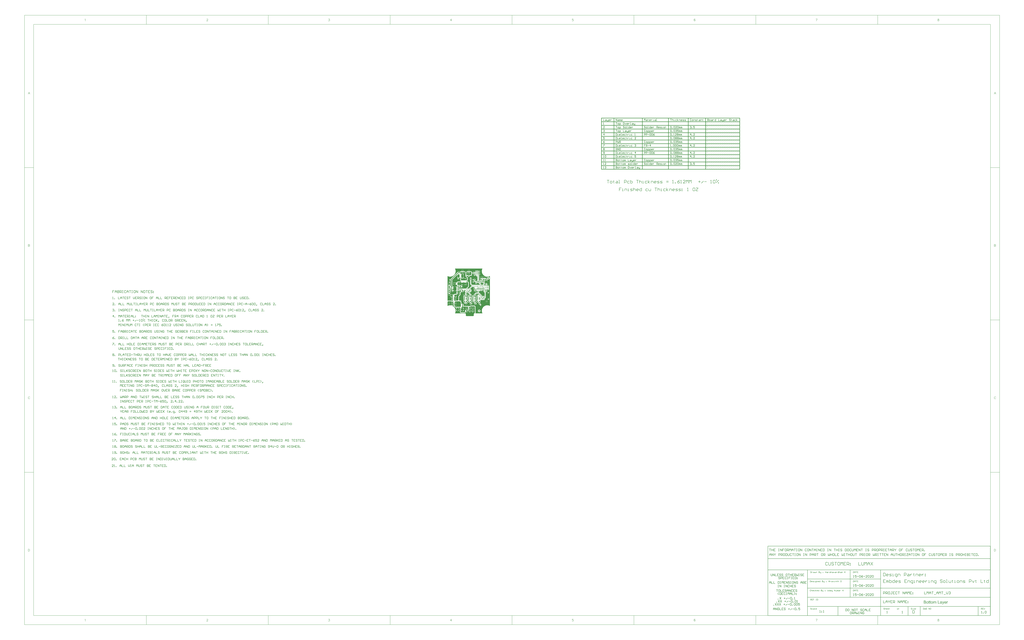
<source format=gbl>
G04 Layer_Physical_Order=4*
G04 Layer_Color=16711680*
%FSLAX25Y25*%
%MOIN*%
G70*
G01*
G75*
%ADD12R,0.04528X0.07087*%
%ADD15R,0.03937X0.03740*%
%ADD16R,0.03740X0.03937*%
%ADD20C,0.03937*%
%ADD21C,0.01500*%
%ADD22C,0.02000*%
%ADD23C,0.01200*%
%ADD24C,0.00800*%
%ADD25C,0.04000*%
%ADD26C,0.00100*%
%ADD27C,0.01000*%
%ADD28C,0.00500*%
%ADD29C,0.00700*%
%ADD30R,0.05354X0.05354*%
%ADD31C,0.05354*%
%ADD32C,0.00400*%
%ADD33C,0.02400*%
%ADD34C,0.02000*%
%ADD35C,0.03000*%
%ADD42C,0.03500*%
%ADD43R,0.03858X0.03622*%
%ADD44O,0.03347X0.05905*%
%ADD45R,0.03347X0.05905*%
%ADD46R,0.03622X0.03858*%
%ADD47R,0.01772X0.01279*%
%ADD48O,0.02362X0.00984*%
%ADD49O,0.01772X0.01279*%
%ADD50C,0.03150*%
%ADD51R,0.05709X0.02756*%
%ADD52O,0.05709X0.02756*%
%ADD53R,0.10827X0.12205*%
%ADD54R,0.02441X0.02441*%
%ADD55O,0.01575X0.05315*%
%ADD56R,0.01575X0.05315*%
%ADD57R,0.15748X0.05905*%
%ADD58R,0.03150X0.02362*%
%ADD59R,0.05512X0.05118*%
%ADD60R,0.06299X0.11024*%
%ADD61R,0.06378X0.08583*%
%ADD62C,0.02500*%
%ADD63C,0.02400*%
G36*
X43346Y40993D02*
X43371Y40957D01*
X43407Y40933D01*
X46000Y38340D01*
Y25500D01*
X44344Y23844D01*
X28300D01*
X24400Y27800D01*
X24400Y35846D01*
X24753Y36200D01*
X24858D01*
X24858Y36464D01*
X25358Y36719D01*
X25481Y36637D01*
X25872Y36559D01*
X26801D01*
Y39390D01*
X27801D01*
Y40390D01*
X30749D01*
Y41201D01*
X30672Y41591D01*
X30599Y41700D01*
X30866Y42200D01*
X42140Y42200D01*
X43346Y40993D01*
D02*
G37*
G36*
X70000Y103700D02*
Y90700D01*
X65953Y86653D01*
X65500Y86743D01*
X64642Y86572D01*
X63914Y86086D01*
X63428Y85358D01*
X63257Y84500D01*
X63322Y84171D01*
X62974Y83774D01*
X61274Y83774D01*
X40909Y83774D01*
X40841Y83900D01*
X37128D01*
Y86900D01*
X40462D01*
X40396Y87000D01*
X40574Y87500D01*
X43364D01*
X43512Y87401D01*
X43980Y87308D01*
X47721D01*
X48189Y87401D01*
X48337Y87500D01*
X49800D01*
X49800Y87500D01*
Y87500D01*
X50295Y87512D01*
X50650D01*
Y90500D01*
Y93488D01*
X50279D01*
X49889Y93410D01*
X49559Y93189D01*
X49424Y93176D01*
X48400Y94200D01*
X36400D01*
X34979Y95621D01*
X35186Y96121D01*
X35709D01*
Y99700D01*
Y103279D01*
X34500D01*
Y103800D01*
X35700Y105000D01*
X47500D01*
Y104179D01*
X54000D01*
Y104179D01*
X55500D01*
X57000D01*
Y104179D01*
X63500D01*
Y105000D01*
X68700D01*
X70000Y103700D01*
D02*
G37*
G36*
X1643275Y-942885D02*
X1643436Y-942914D01*
X1643612Y-942973D01*
X1643817Y-943031D01*
X1644036Y-943134D01*
X1644271Y-943266D01*
X1643846Y-944349D01*
X1643831Y-944334D01*
X1643773Y-944305D01*
X1643685Y-944261D01*
X1643583Y-944217D01*
X1643451Y-944173D01*
X1643304Y-944129D01*
X1643143Y-944100D01*
X1642982Y-944085D01*
X1642924D01*
X1642851Y-944100D01*
X1642748Y-944115D01*
X1642646Y-944144D01*
X1642529Y-944188D01*
X1642411Y-944246D01*
X1642294Y-944320D01*
X1642280Y-944334D01*
X1642250Y-944364D01*
X1642192Y-944422D01*
X1642133Y-944495D01*
X1642060Y-944583D01*
X1641987Y-944700D01*
X1641928Y-944832D01*
X1641870Y-944979D01*
X1641855Y-945008D01*
X1641840Y-945081D01*
X1641811Y-945213D01*
X1641782Y-945388D01*
X1641738Y-945593D01*
X1641709Y-945828D01*
X1641694Y-946076D01*
X1641679Y-946355D01*
Y-950000D01*
X1640494D01*
Y-943031D01*
X1641562D01*
Y-944071D01*
X1641577Y-944056D01*
X1641635Y-943968D01*
X1641709Y-943837D01*
X1641796Y-943690D01*
X1641914Y-943529D01*
X1642045Y-943368D01*
X1642163Y-943222D01*
X1642294Y-943119D01*
X1642309Y-943105D01*
X1642353Y-943075D01*
X1642426Y-943046D01*
X1642529Y-942987D01*
X1642631Y-942943D01*
X1642763Y-942914D01*
X1642909Y-942885D01*
X1643056Y-942870D01*
X1643158D01*
X1643275Y-942885D01*
D02*
G37*
G36*
X1629382Y-950117D02*
Y-950132D01*
X1629367Y-950161D01*
X1629338Y-950220D01*
X1629309Y-950307D01*
X1629279Y-950395D01*
X1629235Y-950498D01*
X1629148Y-950747D01*
X1629030Y-951010D01*
X1628928Y-951259D01*
X1628825Y-951508D01*
X1628767Y-951610D01*
X1628723Y-951698D01*
X1628708Y-951727D01*
X1628664Y-951786D01*
X1628606Y-951889D01*
X1628518Y-952020D01*
X1628401Y-952152D01*
X1628284Y-952299D01*
X1628137Y-952430D01*
X1627991Y-952547D01*
X1627976Y-952562D01*
X1627918Y-952591D01*
X1627830Y-952635D01*
X1627713Y-952679D01*
X1627581Y-952738D01*
X1627405Y-952782D01*
X1627230Y-952811D01*
X1627025Y-952826D01*
X1626966D01*
X1626893Y-952811D01*
X1626805D01*
X1626688Y-952796D01*
X1626556Y-952767D01*
X1626263Y-952679D01*
X1626132Y-951581D01*
X1626146D01*
X1626190Y-951596D01*
X1626263Y-951610D01*
X1626366Y-951640D01*
X1626571Y-951684D01*
X1626805Y-951698D01*
X1626878D01*
X1626937Y-951684D01*
X1627039D01*
X1627244Y-951640D01*
X1627347Y-951610D01*
X1627435Y-951567D01*
X1627449D01*
X1627479Y-951537D01*
X1627522Y-951508D01*
X1627566Y-951464D01*
X1627698Y-951347D01*
X1627830Y-951186D01*
Y-951171D01*
X1627845Y-951142D01*
X1627874Y-951098D01*
X1627918Y-951010D01*
X1627962Y-950893D01*
X1628020Y-950747D01*
X1628093Y-950542D01*
X1628181Y-950307D01*
X1628196Y-950293D01*
X1628211Y-950234D01*
X1628255Y-950146D01*
X1628298Y-950015D01*
X1625649Y-943031D01*
X1626908D01*
X1628357Y-947043D01*
Y-947057D01*
X1628372Y-947072D01*
X1628386Y-947116D01*
X1628401Y-947174D01*
X1628459Y-947336D01*
X1628533Y-947540D01*
X1628606Y-947775D01*
X1628694Y-948053D01*
X1628782Y-948346D01*
X1628869Y-948653D01*
Y-948639D01*
X1628884Y-948624D01*
Y-948580D01*
X1628913Y-948521D01*
X1628943Y-948360D01*
X1629001Y-948170D01*
X1629074Y-947936D01*
X1629162Y-947672D01*
X1629250Y-947394D01*
X1629353Y-947101D01*
X1630846Y-943031D01*
X1632017D01*
X1629382Y-950117D01*
D02*
G37*
G36*
X1603937Y-942885D02*
X1604025D01*
X1604128Y-942900D01*
X1604347Y-942943D01*
X1604611Y-943017D01*
X1604874Y-943119D01*
X1605123Y-943266D01*
X1605358Y-943456D01*
X1605387Y-943485D01*
X1605445Y-943558D01*
X1605533Y-943705D01*
X1605650Y-943895D01*
X1605753Y-944144D01*
X1605841Y-944437D01*
X1605899Y-944803D01*
X1605928Y-945008D01*
Y-945227D01*
Y-950000D01*
X1604743D01*
Y-945623D01*
Y-945608D01*
Y-945593D01*
Y-945506D01*
Y-945374D01*
X1604728Y-945227D01*
X1604699Y-944891D01*
X1604669Y-944730D01*
X1604626Y-944598D01*
Y-944583D01*
X1604596Y-944539D01*
X1604567Y-944481D01*
X1604523Y-944407D01*
X1604465Y-944334D01*
X1604391Y-944246D01*
X1604303Y-944159D01*
X1604201Y-944085D01*
X1604186Y-944071D01*
X1604142Y-944056D01*
X1604084Y-944027D01*
X1604011Y-943983D01*
X1603908Y-943954D01*
X1603776Y-943924D01*
X1603645Y-943910D01*
X1603498Y-943895D01*
X1603381D01*
X1603235Y-943924D01*
X1603074Y-943954D01*
X1602883Y-944012D01*
X1602678Y-944100D01*
X1602459Y-944232D01*
X1602268Y-944393D01*
X1602254Y-944422D01*
X1602195Y-944481D01*
X1602122Y-944598D01*
X1602034Y-944773D01*
X1601932Y-944993D01*
X1601859Y-945257D01*
X1601800Y-945579D01*
X1601785Y-945959D01*
Y-950000D01*
X1600599D01*
Y-945476D01*
Y-945462D01*
Y-945447D01*
Y-945403D01*
Y-945345D01*
X1600585Y-945198D01*
X1600570Y-945037D01*
X1600526Y-944832D01*
X1600482Y-944642D01*
X1600409Y-944451D01*
X1600307Y-944290D01*
X1600292Y-944276D01*
X1600248Y-944232D01*
X1600190Y-944159D01*
X1600087Y-944085D01*
X1599955Y-944027D01*
X1599794Y-943954D01*
X1599604Y-943910D01*
X1599370Y-943895D01*
X1599282D01*
X1599194Y-943910D01*
X1599062Y-943924D01*
X1598931Y-943954D01*
X1598769Y-944012D01*
X1598608Y-944071D01*
X1598447Y-944159D01*
X1598433Y-944173D01*
X1598374Y-944203D01*
X1598301Y-944276D01*
X1598213Y-944349D01*
X1598111Y-944466D01*
X1598008Y-944598D01*
X1597920Y-944759D01*
X1597833Y-944935D01*
X1597818Y-944964D01*
X1597803Y-945022D01*
X1597774Y-945140D01*
X1597745Y-945301D01*
X1597701Y-945506D01*
X1597672Y-945754D01*
X1597657Y-946047D01*
X1597642Y-946384D01*
Y-950000D01*
X1596456D01*
Y-943031D01*
X1597511D01*
Y-944012D01*
X1597525Y-943983D01*
X1597569Y-943924D01*
X1597642Y-943837D01*
X1597745Y-943719D01*
X1597862Y-943588D01*
X1598008Y-943456D01*
X1598184Y-943309D01*
X1598374Y-943192D01*
X1598403Y-943178D01*
X1598477Y-943149D01*
X1598594Y-943090D01*
X1598740Y-943031D01*
X1598931Y-942973D01*
X1599135Y-942914D01*
X1599384Y-942885D01*
X1599633Y-942870D01*
X1599765D01*
X1599911Y-942885D01*
X1600087Y-942914D01*
X1600277Y-942943D01*
X1600497Y-943002D01*
X1600702Y-943090D01*
X1600892Y-943192D01*
X1600922Y-943207D01*
X1600980Y-943251D01*
X1601068Y-943324D01*
X1601171Y-943427D01*
X1601288Y-943558D01*
X1601405Y-943705D01*
X1601507Y-943895D01*
X1601595Y-944100D01*
X1601610Y-944085D01*
X1601639Y-944042D01*
X1601683Y-943983D01*
X1601741Y-943910D01*
X1601829Y-943807D01*
X1601932Y-943705D01*
X1602049Y-943602D01*
X1602181Y-943485D01*
X1602327Y-943368D01*
X1602488Y-943266D01*
X1602869Y-943061D01*
X1603074Y-942987D01*
X1603293Y-942929D01*
X1603513Y-942885D01*
X1603762Y-942870D01*
X1603864D01*
X1603937Y-942885D01*
D02*
G37*
G36*
X119081Y78944D02*
X119857Y78789D01*
X120092Y78836D01*
X120479Y78519D01*
Y74384D01*
X120626Y73643D01*
X121046Y73014D01*
X123863Y70198D01*
Y59432D01*
X123422Y59196D01*
X123158Y59372D01*
X122300Y59543D01*
X121442Y59372D01*
X120714Y58886D01*
X120482Y58539D01*
X119951Y58644D01*
X119884Y58980D01*
X119442Y59642D01*
X118780Y60084D01*
X118000Y60239D01*
X117220Y60084D01*
X116558Y59642D01*
X116116Y58980D01*
X115961Y58200D01*
X116116Y57420D01*
X116283Y57169D01*
X116122Y56849D01*
X115992Y56706D01*
X115136D01*
X114537Y57305D01*
Y61523D01*
X114390Y62264D01*
X113970Y62893D01*
X106493Y70370D01*
X105864Y70790D01*
X105123Y70937D01*
X104531D01*
X104449Y71207D01*
X104402Y71437D01*
X104872Y72142D01*
X105043Y73000D01*
X104872Y73858D01*
X104402Y74563D01*
X104449Y74793D01*
X104531Y75063D01*
X107900D01*
X108641Y75210D01*
X109270Y75630D01*
X110990Y77351D01*
X111410Y77979D01*
X111497Y78415D01*
X112008Y78824D01*
X112180Y78789D01*
X112376Y78829D01*
X112763Y78511D01*
Y77713D01*
X112661Y77200D01*
X112816Y76420D01*
X113258Y75758D01*
X113920Y75316D01*
X114700Y75161D01*
X115480Y75316D01*
X116142Y75758D01*
X116584Y76420D01*
X116739Y77200D01*
X116637Y77713D01*
Y78527D01*
X117024Y78844D01*
X117298Y78789D01*
X118073Y78944D01*
X118577Y79280D01*
X119081Y78944D01*
D02*
G37*
G36*
X14935Y42000D02*
X15202Y41500D01*
X15196Y41491D01*
X15118Y41101D01*
Y40290D01*
X21016D01*
Y41101D01*
X20938Y41491D01*
X20932Y41500D01*
X21199Y42000D01*
X21700D01*
X21700Y36200D01*
X22041D01*
X22361Y35846D01*
X22361Y27800D01*
X22437Y27417D01*
X22511Y27033D01*
X22515Y27027D01*
X22516Y27020D01*
X22733Y26695D01*
X22948Y26368D01*
X26848Y22413D01*
X26854Y22409D01*
X26858Y22402D01*
X27183Y22185D01*
X27506Y21966D01*
X27514Y21964D01*
X27520Y21960D01*
X27903Y21884D01*
X28286Y21805D01*
X28293Y21806D01*
X28300Y21805D01*
X44114D01*
X44321Y21305D01*
X43558Y20542D01*
X43558Y20542D01*
X43116Y19881D01*
X43012Y19359D01*
X42961Y19100D01*
X42961Y8400D01*
Y6900D01*
X43116Y6120D01*
X43558Y5458D01*
X44658Y4358D01*
X45320Y3916D01*
X46100Y3761D01*
X58700D01*
X59480Y3916D01*
X60142Y4358D01*
X61542Y5758D01*
X61984Y6420D01*
X62139Y7200D01*
Y7486D01*
X62454Y7593D01*
X62639Y7618D01*
X63396Y7038D01*
X64290Y6667D01*
X65250Y6541D01*
X66210Y6667D01*
X67104Y7038D01*
X67873Y7627D01*
X68462Y8396D01*
X68832Y9290D01*
X68959Y10250D01*
X68832Y11210D01*
X68745Y11421D01*
X69089Y11898D01*
X69680Y12016D01*
X70342Y12458D01*
X70342Y12458D01*
X71442Y13558D01*
X71442Y13558D01*
X71884Y14220D01*
X72039Y15000D01*
Y17616D01*
X72513Y17777D01*
X72627Y17627D01*
X73396Y17038D01*
X74290Y16668D01*
X75250Y16541D01*
X76210Y16668D01*
X77104Y17038D01*
X77873Y17627D01*
X78462Y18396D01*
X78833Y19290D01*
X78959Y20250D01*
X78833Y21210D01*
X78462Y22104D01*
X77873Y22873D01*
X77104Y23462D01*
X76210Y23832D01*
X75250Y23959D01*
X74290Y23832D01*
X73396Y23462D01*
X72627Y22873D01*
X72513Y22723D01*
X72039Y22884D01*
Y23500D01*
X72039Y23500D01*
X71940Y24000D01*
X72293Y24500D01*
X77000D01*
X78500Y26000D01*
X90500D01*
X92000Y24500D01*
Y4085D01*
X89574Y1658D01*
X89520Y1622D01*
X89484Y1568D01*
X88500Y585D01*
Y-5000D01*
X87000Y-6500D01*
X64500D01*
X62500Y-4500D01*
Y1000D01*
X61000Y2500D01*
X27248D01*
X26984Y2925D01*
X27476Y3922D01*
X28234Y6155D01*
X28694Y8468D01*
X28849Y10821D01*
X28694Y13174D01*
X28234Y15487D01*
X27476Y17720D01*
X26433Y19835D01*
X25123Y21795D01*
X23568Y23568D01*
X21795Y25123D01*
X19835Y26433D01*
X17720Y27476D01*
X17481Y27558D01*
X17595Y28047D01*
X18065Y27985D01*
X18763Y28077D01*
X19413Y28346D01*
X19972Y28774D01*
X20400Y29333D01*
X20670Y29983D01*
X20762Y30681D01*
Y30961D01*
X18065D01*
X15369D01*
Y30681D01*
X15461Y29983D01*
X15730Y29333D01*
X16159Y28774D01*
X16717Y28346D01*
X16736Y28338D01*
X16560Y27870D01*
X15487Y28234D01*
X13174Y28694D01*
X10821Y28849D01*
X8468Y28694D01*
X6155Y28234D01*
X3922Y27476D01*
X2719Y26883D01*
X2294Y27147D01*
Y40280D01*
X4014Y42000D01*
X14935Y42000D01*
D02*
G37*
G36*
X42461Y77468D02*
Y76500D01*
X45351D01*
Y74500D01*
X42461D01*
Y73532D01*
X42538Y73141D01*
X42737Y72843D01*
X42384Y72315D01*
X42214Y71457D01*
X42384Y70598D01*
X42500Y70425D01*
X42500Y63846D01*
X38000Y59346D01*
X38000Y48100D01*
Y45800D01*
X36439Y44239D01*
X31249Y44239D01*
X30839Y44610D01*
X24609D01*
X24498Y44500D01*
X23300Y44500D01*
X23300Y56447D01*
X23654Y56801D01*
X24200D01*
X24200Y63748D01*
X24762Y63748D01*
X25116Y63394D01*
Y61300D01*
X31683D01*
Y63843D01*
X31605Y64233D01*
X31555Y64308D01*
X31822Y64808D01*
X32221D01*
X32689Y64901D01*
X32837Y65000D01*
X33059D01*
X33422Y65363D01*
X34059Y65311D01*
X34389Y65089D01*
X34780Y65012D01*
X35650D01*
Y68000D01*
Y70988D01*
X34780D01*
X34300Y71403D01*
Y72925D01*
X34800Y73145D01*
X35652Y72975D01*
X36128D01*
Y75400D01*
X37128D01*
Y76400D01*
X40797D01*
X40396Y77000D01*
X40543Y77415D01*
X40617Y77500D01*
X42435D01*
X42461Y77468D01*
D02*
G37*
G36*
X68800Y24700D02*
X70000Y23500D01*
X70000Y15000D01*
X68900Y13900D01*
X65697Y13900D01*
X65250Y13959D01*
X64803Y13900D01*
X61700Y13900D01*
X60100Y12300D01*
Y7200D01*
X58700Y5800D01*
X46100D01*
X45000Y6900D01*
Y8400D01*
X45000Y19100D01*
X50600Y24700D01*
X68800Y24700D01*
D02*
G37*
G36*
X115271Y105850D02*
Y104044D01*
X115425Y103269D01*
X115739Y102800D01*
Y102563D01*
X115848Y102636D01*
X115865Y102611D01*
X116522Y102172D01*
X117298Y102018D01*
X118073Y102172D01*
X118577Y102509D01*
X119081Y102172D01*
X119857Y102018D01*
X120092Y102065D01*
X120479Y101747D01*
Y99618D01*
X117398Y96537D01*
X113481D01*
X113164Y96924D01*
X113239Y97300D01*
X113084Y98080D01*
X112642Y98742D01*
X112207Y99032D01*
X109711Y101529D01*
X109878Y102069D01*
X110396Y102172D01*
X110900Y102509D01*
X111404Y102172D01*
X112180Y102018D01*
X112955Y102172D01*
X113612Y102611D01*
X113629Y102636D01*
X113739Y102563D01*
Y102800D01*
X114052Y103269D01*
X114206Y104044D01*
Y105914D01*
X115258D01*
X115271Y105850D01*
D02*
G37*
G36*
X1622091Y-942885D02*
X1622296Y-942900D01*
X1622530Y-942929D01*
X1622779Y-942958D01*
X1623013Y-943017D01*
X1623233Y-943090D01*
X1623262Y-943105D01*
X1623321Y-943119D01*
X1623423Y-943178D01*
X1623540Y-943236D01*
X1623672Y-943309D01*
X1623819Y-943397D01*
X1623936Y-943500D01*
X1624053Y-943617D01*
X1624067Y-943632D01*
X1624097Y-943676D01*
X1624141Y-943734D01*
X1624199Y-943837D01*
X1624258Y-943954D01*
X1624316Y-944085D01*
X1624375Y-944246D01*
X1624419Y-944422D01*
Y-944437D01*
X1624433Y-944481D01*
X1624448Y-944554D01*
X1624463Y-944671D01*
Y-944817D01*
X1624477Y-945008D01*
X1624492Y-945227D01*
Y-945506D01*
Y-947087D01*
Y-947101D01*
Y-947160D01*
Y-947248D01*
Y-947350D01*
Y-947482D01*
Y-947628D01*
X1624507Y-947965D01*
Y-948331D01*
X1624521Y-948668D01*
X1624536Y-948829D01*
Y-948961D01*
X1624551Y-949078D01*
X1624565Y-949180D01*
Y-949195D01*
X1624580Y-949253D01*
X1624594Y-949341D01*
X1624624Y-949444D01*
X1624668Y-949561D01*
X1624726Y-949707D01*
X1624858Y-950000D01*
X1623628D01*
X1623614Y-949985D01*
X1623599Y-949941D01*
X1623570Y-949854D01*
X1623526Y-949751D01*
X1623482Y-949619D01*
X1623453Y-949473D01*
X1623423Y-949312D01*
X1623394Y-949122D01*
X1623365Y-949151D01*
X1623277Y-949209D01*
X1623160Y-949312D01*
X1622984Y-949429D01*
X1622794Y-949575D01*
X1622574Y-949707D01*
X1622355Y-949824D01*
X1622120Y-949927D01*
X1622091Y-949941D01*
X1622018Y-949956D01*
X1621901Y-950000D01*
X1621740Y-950044D01*
X1621535Y-950088D01*
X1621315Y-950117D01*
X1621081Y-950146D01*
X1620817Y-950161D01*
X1620715D01*
X1620627Y-950146D01*
X1620539D01*
X1620422Y-950132D01*
X1620173Y-950088D01*
X1619880Y-950029D01*
X1619602Y-949927D01*
X1619309Y-949795D01*
X1619061Y-949605D01*
X1619031Y-949575D01*
X1618958Y-949502D01*
X1618870Y-949385D01*
X1618753Y-949209D01*
X1618636Y-949004D01*
X1618548Y-948770D01*
X1618475Y-948477D01*
X1618446Y-948170D01*
Y-948141D01*
Y-948082D01*
X1618460Y-947980D01*
X1618475Y-947863D01*
X1618504Y-947716D01*
X1618534Y-947555D01*
X1618592Y-947394D01*
X1618665Y-947233D01*
X1618680Y-947218D01*
X1618709Y-947160D01*
X1618753Y-947087D01*
X1618826Y-946984D01*
X1618914Y-946882D01*
X1619031Y-946765D01*
X1619148Y-946662D01*
X1619280Y-946560D01*
X1619295Y-946545D01*
X1619353Y-946516D01*
X1619427Y-946472D01*
X1619529Y-946413D01*
X1619661Y-946340D01*
X1619793Y-946281D01*
X1619954Y-946223D01*
X1620129Y-946164D01*
X1620144D01*
X1620202Y-946150D01*
X1620276Y-946135D01*
X1620393Y-946106D01*
X1620539Y-946076D01*
X1620729Y-946047D01*
X1620934Y-946018D01*
X1621183Y-945989D01*
X1621198D01*
X1621242Y-945974D01*
X1621315D01*
X1621418Y-945959D01*
X1621535Y-945945D01*
X1621667Y-945930D01*
X1621989Y-945872D01*
X1622325Y-945813D01*
X1622677Y-945754D01*
X1623013Y-945667D01*
X1623160Y-945623D01*
X1623292Y-945579D01*
Y-945564D01*
Y-945535D01*
X1623306Y-945447D01*
Y-945345D01*
Y-945301D01*
Y-945271D01*
Y-945257D01*
Y-945242D01*
Y-945154D01*
X1623292Y-945022D01*
X1623262Y-944876D01*
X1623218Y-944715D01*
X1623160Y-944539D01*
X1623087Y-944393D01*
X1622969Y-944261D01*
X1622955Y-944246D01*
X1622882Y-944203D01*
X1622779Y-944129D01*
X1622633Y-944056D01*
X1622442Y-943983D01*
X1622208Y-943910D01*
X1621930Y-943866D01*
X1621623Y-943851D01*
X1621491D01*
X1621344Y-943866D01*
X1621154Y-943880D01*
X1620949Y-943924D01*
X1620759Y-943968D01*
X1620554Y-944042D01*
X1620393Y-944144D01*
X1620378Y-944159D01*
X1620334Y-944203D01*
X1620261Y-944276D01*
X1620173Y-944378D01*
X1620071Y-944525D01*
X1619983Y-944700D01*
X1619880Y-944920D01*
X1619807Y-945169D01*
X1618651Y-945008D01*
Y-944993D01*
X1618665Y-944979D01*
X1618680Y-944891D01*
X1618724Y-944759D01*
X1618768Y-944583D01*
X1618841Y-944393D01*
X1618929Y-944203D01*
X1619031Y-943998D01*
X1619163Y-943822D01*
X1619178Y-943807D01*
X1619236Y-943749D01*
X1619309Y-943661D01*
X1619427Y-943558D01*
X1619573Y-943456D01*
X1619763Y-943339D01*
X1619968Y-943222D01*
X1620202Y-943119D01*
X1620217D01*
X1620232Y-943105D01*
X1620276Y-943090D01*
X1620320Y-943075D01*
X1620466Y-943046D01*
X1620656Y-942987D01*
X1620891Y-942943D01*
X1621154Y-942914D01*
X1621461Y-942885D01*
X1621784Y-942870D01*
X1621930D01*
X1622091Y-942885D01*
D02*
G37*
G36*
X116786Y148856D02*
X116181Y147631D01*
X115423Y145396D01*
X114962Y143081D01*
X114808Y140726D01*
X114962Y138370D01*
X115423Y136055D01*
X116181Y133820D01*
X117225Y131704D01*
X118536Y129741D01*
X120093Y127967D01*
X121867Y126410D01*
X123830Y125099D01*
X125947Y124055D01*
X128182Y123296D01*
X130497Y122836D01*
X132852Y122682D01*
X135207Y122836D01*
X137522Y123296D01*
X139757Y124055D01*
X140982Y124659D01*
X141407Y124395D01*
Y27164D01*
X140982Y26900D01*
X139745Y27510D01*
X137514Y28267D01*
X135204Y28727D01*
X132854Y28881D01*
X130503Y28727D01*
X128193Y28267D01*
X125962Y27510D01*
X123849Y26468D01*
X121891Y25159D01*
X120120Y23606D01*
X118567Y21835D01*
X117258Y19877D01*
X116216Y17764D01*
X115459Y15533D01*
X114999Y13223D01*
X114845Y10872D01*
X114999Y8522D01*
X115459Y6211D01*
X116216Y3981D01*
X116839Y2719D01*
X116574Y2294D01*
X93752Y2294D01*
X93543Y2794D01*
X93884Y3304D01*
X94039Y4085D01*
Y24500D01*
X93884Y25280D01*
X93442Y25942D01*
X91942Y27442D01*
X91280Y27884D01*
X90500Y28039D01*
X78500D01*
X77720Y27884D01*
X77058Y27442D01*
X76155Y26539D01*
X72293D01*
X72121Y26505D01*
X71947Y26510D01*
X71735Y26428D01*
X71512Y26384D01*
X71367Y26287D01*
X71204Y26224D01*
X71039Y26068D01*
X70851Y25942D01*
X70333Y26050D01*
X70242Y26142D01*
X69580Y26584D01*
X68800Y26739D01*
X54600Y26739D01*
X54600Y33300D01*
X48039Y33300D01*
Y38340D01*
X47969Y38693D01*
X47884Y39120D01*
X47884Y39120D01*
X47442Y39782D01*
X47442Y39782D01*
X46518Y40706D01*
X46543Y40957D01*
X47029Y41685D01*
X47200Y42543D01*
X47029Y43402D01*
X46543Y44129D01*
X45815Y44616D01*
X44957Y44787D01*
X44098Y44616D01*
X43371Y44129D01*
X42971Y44050D01*
X42920Y44084D01*
X42920Y44084D01*
X42920Y44084D01*
X42140Y44239D01*
X40400Y44239D01*
X40400Y44950D01*
X39958Y45392D01*
X40039Y45800D01*
Y48100D01*
X40039Y58502D01*
X43942Y62405D01*
X44384Y63066D01*
X44539Y63846D01*
X44539Y69230D01*
X45315Y69384D01*
X46043Y69871D01*
X46529Y70598D01*
X46700Y71457D01*
X46608Y71921D01*
X46925Y72308D01*
X47221D01*
X47689Y72401D01*
X48086Y72666D01*
X48218Y72864D01*
X48782D01*
X48914Y72666D01*
X49311Y72401D01*
X49779Y72308D01*
X53520D01*
X53988Y72401D01*
X54385Y72666D01*
X54650Y73063D01*
X54743Y73532D01*
Y75712D01*
X55243Y75991D01*
X55900Y75861D01*
X56413Y75963D01*
X57345D01*
X57396Y75896D01*
X58012Y75423D01*
X58730Y75126D01*
X59500Y75024D01*
X59894Y75076D01*
X60270Y74747D01*
X60270Y73315D01*
X60270D01*
X60341Y73182D01*
X60010Y72687D01*
X59863Y71946D01*
Y66600D01*
X60010Y65859D01*
X60078Y65758D01*
X59777Y65308D01*
X59619Y65339D01*
X58650D01*
Y63450D01*
X60638D01*
Y64315D01*
X60649Y64325D01*
X61101Y64560D01*
X61493Y64167D01*
X61245Y63796D01*
X61152Y63327D01*
Y60965D01*
X61245Y60497D01*
X61510Y60100D01*
X61907Y59835D01*
X62376Y59742D01*
X65525D01*
X65993Y59835D01*
X66390Y60100D01*
X66656Y60497D01*
X66749Y60965D01*
Y63327D01*
X66656Y63796D01*
X66390Y64193D01*
X65993Y64458D01*
X65882Y64480D01*
X65740Y65191D01*
X65320Y65819D01*
X63737Y67402D01*
Y68459D01*
X64124Y68776D01*
X64200Y68761D01*
X64980Y68916D01*
X65642Y69358D01*
X66126Y69225D01*
X66131Y69222D01*
X66950Y69059D01*
X69700D01*
X70519Y69222D01*
X70812Y69417D01*
X71092Y69324D01*
X71330Y69162D01*
X71460Y68509D01*
X71880Y67881D01*
X73972Y65789D01*
X73725Y65328D01*
X73668Y65339D01*
X72700D01*
Y63450D01*
X74688D01*
Y64320D01*
X74677Y64376D01*
X75138Y64623D01*
X75640Y64120D01*
X75423Y63796D01*
X75330Y63327D01*
Y60965D01*
X75423Y60497D01*
X75688Y60100D01*
X76085Y59835D01*
X76553Y59742D01*
X79703D01*
X80171Y59835D01*
X80568Y60100D01*
X80834Y60497D01*
X80927Y60965D01*
Y63327D01*
X80834Y63796D01*
X80568Y64193D01*
X80171Y64458D01*
X80043Y64483D01*
X79918Y65113D01*
X79498Y65741D01*
X75187Y70053D01*
Y70451D01*
X75229Y70514D01*
X75371Y71231D01*
X75387Y71250D01*
X76500D01*
X77241Y71397D01*
X77870Y71817D01*
X80470Y74417D01*
X80890Y75046D01*
X81037Y75787D01*
Y78900D01*
X80890Y79641D01*
X80470Y80270D01*
X78732Y82007D01*
X78442Y82442D01*
X77811Y82864D01*
X77735Y82947D01*
X77608Y83368D01*
X82802Y88563D01*
X88482D01*
X88853Y88063D01*
X88761Y87600D01*
X88863Y87087D01*
Y85532D01*
X88696Y85404D01*
X88223Y84788D01*
X87926Y84070D01*
X87824Y83300D01*
X87926Y82530D01*
X88223Y81812D01*
X88696Y81196D01*
X89312Y80723D01*
X90030Y80426D01*
X90800Y80325D01*
X91570Y80426D01*
X92288Y80723D01*
X92321Y80749D01*
X97371D01*
X97512Y80040D01*
X97696Y79765D01*
X97650Y79430D01*
X97477Y79194D01*
X97288Y79193D01*
X96788Y79577D01*
X96070Y79874D01*
X95300Y79975D01*
X94530Y79874D01*
X93812Y79577D01*
X93196Y79104D01*
X93068Y78937D01*
X92261D01*
X92058Y79072D01*
X91200Y79243D01*
X90342Y79072D01*
X89614Y78586D01*
X89128Y77858D01*
X88957Y77000D01*
X89128Y76142D01*
X89614Y75414D01*
X90342Y74928D01*
X91200Y74757D01*
X92058Y74928D01*
X92261Y75063D01*
X93068D01*
X93196Y74896D01*
X93812Y74423D01*
X94530Y74126D01*
X95300Y74024D01*
X96070Y74126D01*
X96788Y74423D01*
X97404Y74896D01*
X97532Y75063D01*
X101069D01*
X101151Y74793D01*
X101198Y74563D01*
X100728Y73858D01*
X100557Y73000D01*
X100728Y72142D01*
X101198Y71437D01*
X101151Y71207D01*
X101069Y70937D01*
X95877D01*
X95136Y70790D01*
X94507Y70370D01*
X90958Y66821D01*
X90539Y66193D01*
X90391Y65451D01*
Y64479D01*
X90285Y64458D01*
X89888Y64193D01*
X89623Y63796D01*
X89530Y63327D01*
Y60965D01*
X89623Y60497D01*
X89888Y60100D01*
X90285Y59835D01*
X90754Y59742D01*
X93903D01*
X94371Y59835D01*
X94768Y60100D01*
X95034Y60497D01*
X95127Y60965D01*
Y63327D01*
X95034Y63796D01*
X94768Y64193D01*
X94616Y64294D01*
X94519Y64887D01*
X94526Y64910D01*
X96679Y67063D01*
X104321D01*
X106370Y65013D01*
X106179Y64551D01*
X105325D01*
X104857Y64458D01*
X104460Y64193D01*
X104195Y63796D01*
X104137Y63505D01*
X103637Y63554D01*
Y64320D01*
X103559Y64710D01*
X103338Y65041D01*
X103007Y65262D01*
X102617Y65339D01*
X101649D01*
Y62450D01*
X100649D01*
Y61450D01*
X97661D01*
Y60580D01*
X97738Y60189D01*
X97959Y59859D01*
X98249Y59665D01*
Y59158D01*
X98212Y59151D01*
X97815Y58886D01*
X97550Y58489D01*
X97457Y58021D01*
Y54280D01*
X97550Y53812D01*
X97815Y53415D01*
X98097Y53227D01*
X98139Y52806D01*
X98109Y52663D01*
X97915Y52534D01*
X97650Y52137D01*
X97557Y51669D01*
Y47732D01*
X97650Y47263D01*
X97915Y46866D01*
X98312Y46601D01*
X98751Y46514D01*
Y44728D01*
X98409Y44660D01*
X98012Y44394D01*
X97747Y43997D01*
X97654Y43529D01*
Y39671D01*
X97747Y39203D01*
X98012Y38806D01*
X98409Y38541D01*
X98877Y38447D01*
X100301D01*
X100301Y38400D01*
X104972Y38400D01*
Y37266D01*
X104761Y37104D01*
X104288Y36488D01*
X103990Y35770D01*
X103889Y35000D01*
X103990Y34230D01*
X104288Y33512D01*
X104761Y32896D01*
X105377Y32423D01*
X106095Y32126D01*
X106865Y32024D01*
X107073Y32052D01*
X108663Y30462D01*
Y29813D01*
X108561Y29300D01*
X108716Y28520D01*
X109158Y27858D01*
X109820Y27416D01*
X110600Y27261D01*
X111380Y27416D01*
X112042Y27858D01*
X112484Y28520D01*
X112639Y29300D01*
X112537Y29813D01*
Y31265D01*
X112390Y32006D01*
X111970Y32634D01*
X109813Y34792D01*
X109840Y35000D01*
X109739Y35770D01*
X109441Y36488D01*
X108968Y37104D01*
X108846Y37198D01*
Y38400D01*
X109900D01*
Y39454D01*
X109943Y39671D01*
Y43529D01*
X109900Y43746D01*
Y46183D01*
X110400Y46450D01*
X110759Y46210D01*
X111500Y46063D01*
X121900D01*
X122641Y46210D01*
X123270Y46630D01*
X123719Y47080D01*
X124139Y47708D01*
X124287Y48450D01*
Y50051D01*
X124329Y50114D01*
X124471Y50832D01*
X124522Y50907D01*
X125041Y51010D01*
X125670Y51430D01*
X127170Y52930D01*
X127590Y53559D01*
X127737Y54300D01*
Y71000D01*
X127590Y71741D01*
X127170Y72370D01*
X127032Y72508D01*
X127203Y73044D01*
X127242Y73051D01*
X127669Y72723D01*
X128386Y72426D01*
X129157Y72325D01*
X129927Y72426D01*
X130644Y72723D01*
X131261Y73196D01*
X131733Y73812D01*
X132031Y74530D01*
X132132Y75300D01*
X132031Y76070D01*
X131733Y76788D01*
X131261Y77404D01*
X130644Y77877D01*
X129927Y78174D01*
X129157Y78275D01*
X128386Y78174D01*
X127669Y77877D01*
X127053Y77404D01*
X126925Y77237D01*
X125713D01*
X125200Y77339D01*
X124853Y77270D01*
X124353Y77680D01*
Y78547D01*
X124707Y78900D01*
X138300Y78900D01*
X138300Y91600D01*
X138300Y91600D01*
X138300D01*
X138055Y92100D01*
X138194Y92800D01*
X138020Y93678D01*
X137522Y94422D01*
X136778Y94919D01*
X135900Y95094D01*
X134445D01*
X134360Y95151D01*
X133892Y95244D01*
X131451D01*
X131066Y95560D01*
Y96127D01*
X131451Y96560D01*
X131672D01*
Y98800D01*
Y101040D01*
X131451D01*
X131090Y100968D01*
X130817Y101151D01*
X130349Y101244D01*
X127908D01*
X127440Y101151D01*
X127043Y100886D01*
X126778Y100489D01*
X126684Y100021D01*
Y97579D01*
X126778Y97111D01*
X127043Y96714D01*
X127191Y96615D01*
Y94985D01*
X127043Y94886D01*
X126944Y94737D01*
X121730D01*
X121539Y95199D01*
X123786Y97446D01*
X124206Y98075D01*
X124353Y98816D01*
Y103596D01*
X124442Y104044D01*
Y107784D01*
X124288Y108560D01*
X123849Y109217D01*
X123305Y109580D01*
X123154Y110020D01*
X123137Y110177D01*
X123235Y110301D01*
X123742D01*
X123866Y110115D01*
X124263Y109850D01*
X124732Y109757D01*
X128668D01*
X129137Y109850D01*
X129534Y110115D01*
X129658Y110301D01*
X131250D01*
X132226Y110495D01*
X133053Y111048D01*
X133102Y111098D01*
X133655Y111925D01*
X133849Y112900D01*
X133655Y113875D01*
X133292Y114419D01*
X133249Y114483D01*
X133619Y114830D01*
X133670Y114790D01*
X134359Y114261D01*
X135344Y113853D01*
X136402Y113714D01*
X137459Y113853D01*
X138444Y114261D01*
X139290Y114911D01*
X139939Y115757D01*
X140347Y116742D01*
X140487Y117799D01*
X140347Y118857D01*
X139939Y119842D01*
X139290Y120688D01*
X138444Y121337D01*
X137459Y121745D01*
X136402Y121884D01*
X135344Y121745D01*
X134359Y121337D01*
X133513Y120688D01*
X132864Y119842D01*
X132456Y118857D01*
X132317Y117799D01*
X132456Y116742D01*
X132864Y115757D01*
X133291Y115200D01*
X133326Y115154D01*
X132980Y114784D01*
X132902Y114836D01*
X132275Y115255D01*
X131300Y115449D01*
X131051Y115399D01*
X129658D01*
X129534Y115586D01*
X129146Y115845D01*
X129086Y116179D01*
X129103Y116367D01*
X129390Y116559D01*
X129611Y116889D01*
X129688Y117280D01*
Y118149D01*
X126700D01*
X123712D01*
Y117500D01*
X122788D01*
Y118150D01*
X119800D01*
X116812D01*
Y117500D01*
X116088D01*
Y118050D01*
X113100D01*
X110112D01*
Y117180D01*
X110189Y116789D01*
X110410Y116459D01*
X110697Y116267D01*
X110714Y116079D01*
X110655Y115745D01*
X110266Y115486D01*
X110001Y115089D01*
X109908Y114620D01*
Y110880D01*
X110001Y110412D01*
X110130Y110219D01*
X109829Y109769D01*
X109620Y109811D01*
X108845Y109656D01*
X108341Y109320D01*
X107837Y109656D01*
X107061Y109811D01*
X106826Y109764D01*
X106440Y110081D01*
Y124798D01*
X106292Y125539D01*
X105872Y126167D01*
X103182Y128857D01*
X103197Y128916D01*
X103733Y129014D01*
X104014Y128733D01*
X104666Y128298D01*
X105033Y128146D01*
X105801Y127993D01*
X105902D01*
X106000Y127973D01*
X106098Y127993D01*
X106199D01*
X106967Y128146D01*
X107334Y128298D01*
X107986Y128733D01*
X108267Y129014D01*
X108702Y129666D01*
X108854Y130033D01*
X109007Y130801D01*
Y131199D01*
X108854Y131967D01*
X108702Y132335D01*
X108267Y132986D01*
X107986Y133267D01*
X107334Y133702D01*
X106967Y133854D01*
X106199Y134007D01*
X106098D01*
X106000Y134027D01*
X105902Y134007D01*
X105801D01*
X105033Y133854D01*
X104666Y133702D01*
X104165Y133368D01*
X103703Y133457D01*
X103575Y133535D01*
X103424Y133899D01*
X103000Y134452D01*
Y135548D01*
X103424Y136101D01*
X103575Y136465D01*
X103703Y136543D01*
X104165Y136632D01*
X104666Y136298D01*
X105033Y136146D01*
X105801Y135993D01*
X105902D01*
X106000Y135973D01*
X106098Y135993D01*
X106199D01*
X106967Y136146D01*
X107334Y136298D01*
X107986Y136733D01*
X108267Y137014D01*
X108702Y137665D01*
X108854Y138033D01*
X109007Y138801D01*
Y139199D01*
X108854Y139967D01*
X108702Y140334D01*
X108267Y140986D01*
X107986Y141267D01*
X107334Y141702D01*
X106967Y141854D01*
X106199Y142007D01*
X106098D01*
X106000Y142027D01*
X105902Y142007D01*
X105801D01*
X105033Y141854D01*
X104666Y141702D01*
X104014Y141267D01*
X103733Y140986D01*
X103721Y140967D01*
X103605Y140975D01*
X103220Y141118D01*
X103072Y141858D01*
X102586Y142586D01*
X101858Y143072D01*
X101000Y143243D01*
X100142Y143072D01*
X99414Y142586D01*
X98928Y141858D01*
X98757Y141000D01*
X98928Y140142D01*
X99003Y140030D01*
X98839Y139567D01*
X98422Y139510D01*
X98011Y139874D01*
X97978Y140000D01*
X98072Y140142D01*
X98243Y141000D01*
X98072Y141858D01*
X97586Y142586D01*
X96858Y143072D01*
X96000Y143243D01*
X95142Y143072D01*
X94414Y142586D01*
X93928Y141858D01*
X93757Y141000D01*
X93928Y140142D01*
X94022Y140000D01*
X93889Y139500D01*
X92623Y139500D01*
X92299Y139749D01*
X91672Y140008D01*
X91000Y140097D01*
X90328Y140008D01*
X89701Y139749D01*
X89377Y139500D01*
X89000D01*
Y139123D01*
X88751Y138798D01*
X88491Y138172D01*
X88410Y137550D01*
X88173Y137390D01*
X87924Y137308D01*
X87335Y137702D01*
X86967Y137854D01*
X86199Y138007D01*
X86098D01*
X86000Y138027D01*
X85901Y138007D01*
X85801D01*
X85033Y137854D01*
X84666Y137702D01*
X84014Y137267D01*
X83733Y136986D01*
X83298Y136335D01*
X83146Y135967D01*
X82993Y135199D01*
Y134801D01*
X83146Y134033D01*
X83298Y133666D01*
X83733Y133014D01*
X84014Y132733D01*
X84666Y132298D01*
X85033Y132146D01*
X85801Y131993D01*
X85901D01*
X86000Y131973D01*
X86098Y131993D01*
X86199D01*
X86967Y132146D01*
X87335Y132298D01*
X87710Y132549D01*
X87794Y132541D01*
X88228Y132294D01*
X88297Y131776D01*
X88576Y131101D01*
X88706Y130932D01*
Y127700D01*
X88881Y126822D01*
X89378Y126078D01*
X90122Y125581D01*
X91000Y125406D01*
X91878Y125581D01*
X92622Y126078D01*
X93119Y126822D01*
X93294Y127700D01*
Y130500D01*
X94048D01*
X94063Y130489D01*
Y128800D01*
X94210Y128059D01*
X94630Y127430D01*
X100006Y122054D01*
Y109795D01*
X98597D01*
X98129Y109702D01*
X97732Y109437D01*
X97466Y109040D01*
X97373Y108572D01*
Y107851D01*
X95188D01*
X93126Y109914D01*
X93151Y110455D01*
X93204Y110496D01*
X93677Y111112D01*
X93974Y111830D01*
X94076Y112600D01*
X93974Y113370D01*
X93677Y114088D01*
X93204Y114704D01*
X92588Y115177D01*
X91870Y115474D01*
X91100Y115576D01*
X90330Y115474D01*
X89612Y115177D01*
X88996Y114704D01*
X88825Y114481D01*
X87504D01*
X87302Y114616D01*
X86443Y114787D01*
X85585Y114616D01*
X84857Y114129D01*
X84371Y113402D01*
X84200Y112543D01*
X84371Y111685D01*
X84857Y110957D01*
X85585Y110471D01*
X86443Y110300D01*
X87302Y110471D01*
X87504Y110606D01*
X88911D01*
X88996Y110496D01*
X89163Y110368D01*
Y109200D01*
X89310Y108459D01*
X89730Y107830D01*
X93016Y104544D01*
X93644Y104124D01*
X94386Y103977D01*
X97373D01*
Y103363D01*
X97127Y103164D01*
X96899Y103078D01*
X96758Y103172D01*
X95900Y103343D01*
X95042Y103172D01*
X94314Y102686D01*
X93828Y101958D01*
X93657Y101100D01*
X93828Y100242D01*
X94314Y99514D01*
X95042Y99028D01*
X95900Y98857D01*
X96758Y99028D01*
X97486Y99514D01*
X97972Y100242D01*
X98143Y101100D01*
X98037Y101635D01*
X98460Y102060D01*
X98597Y102033D01*
X100172D01*
X100640Y102126D01*
X100938Y102325D01*
X101168Y102172D01*
X101943Y102018D01*
X102719Y102172D01*
X103223Y102509D01*
X103727Y102172D01*
X104502Y102018D01*
X104738Y102065D01*
X105124Y101747D01*
Y101439D01*
X105272Y100697D01*
X105692Y100069D01*
X108761Y96999D01*
X108570Y96537D01*
X83202D01*
X80337Y99402D01*
Y112268D01*
X80504Y112396D01*
X80977Y113012D01*
X81274Y113730D01*
X81375Y114500D01*
X81274Y115270D01*
X80977Y115988D01*
X80504Y116604D01*
X80337Y116732D01*
Y118387D01*
X80439Y118900D01*
X80284Y119680D01*
X79842Y120342D01*
X79180Y120784D01*
X78400Y120939D01*
X77620Y120784D01*
X76958Y120342D01*
X76516Y119680D01*
X76361Y118900D01*
X76463Y118387D01*
Y116732D01*
X76296Y116604D01*
X75823Y115988D01*
X75526Y115270D01*
X75424Y114500D01*
X75526Y113730D01*
X75823Y113012D01*
X76296Y112396D01*
X76463Y112268D01*
Y98600D01*
X76610Y97859D01*
X77030Y97230D01*
X81030Y93230D01*
X81579Y92863D01*
X81582Y92538D01*
X81526Y92343D01*
X81259Y92290D01*
X80630Y91870D01*
X72798Y84037D01*
X68045D01*
X67728Y84424D01*
X67743Y84500D01*
X67572Y85358D01*
X67560Y85376D01*
X71442Y89258D01*
X71884Y89920D01*
X72039Y90700D01*
Y103700D01*
X71884Y104480D01*
X71442Y105142D01*
X70142Y106442D01*
X69480Y106884D01*
X68700Y107039D01*
X63500D01*
Y107867D01*
X63531Y107916D01*
X64000Y108218D01*
X64020Y108213D01*
X64269Y108115D01*
X64403Y108117D01*
X64532Y108084D01*
X64985Y108062D01*
X65036Y108069D01*
X65087Y108059D01*
X65428Y108127D01*
X65772Y108178D01*
X65816Y108204D01*
X65867Y108214D01*
X66156Y108408D01*
X66455Y108587D01*
X66486Y108628D01*
X66528Y108656D01*
X68442Y110570D01*
X68884Y111231D01*
X69039Y112012D01*
Y118500D01*
X68884Y119280D01*
X68442Y119942D01*
X63539Y124845D01*
Y125581D01*
X64039Y125952D01*
X64500Y125861D01*
X68818Y125861D01*
X69112Y125361D01*
X69024Y124700D01*
X69126Y123930D01*
X69423Y123212D01*
X69896Y122596D01*
X70512Y122123D01*
X71230Y121826D01*
X72000Y121724D01*
X72770Y121826D01*
X73488Y122123D01*
X74104Y122596D01*
X74577Y123212D01*
X74874Y123930D01*
X74976Y124700D01*
X74888Y125361D01*
X75182Y125861D01*
X79947Y125861D01*
X80727Y126016D01*
X81388Y126458D01*
X81742Y126811D01*
X81742Y126811D01*
X81742Y126812D01*
X81945Y127115D01*
X82184Y127473D01*
X82184Y127473D01*
X82184Y127473D01*
X82253Y127817D01*
X82339Y128253D01*
X82339Y128253D01*
X82339Y128253D01*
X82339Y137510D01*
X82261Y137901D01*
X82184Y138290D01*
X82184Y138290D01*
X82184Y138291D01*
X81964Y138619D01*
X81742Y138952D01*
X80753Y139942D01*
X80752Y139942D01*
X80752Y139942D01*
X80424Y140162D01*
X80091Y140384D01*
X80091Y140384D01*
X80091Y140384D01*
X79699Y140462D01*
X79311Y140539D01*
X79311Y140539D01*
X79310Y140539D01*
X75488D01*
Y140650D01*
X72500D01*
X69512D01*
Y140539D01*
X67755D01*
X67713Y140531D01*
X67670Y140537D01*
X67324Y140453D01*
X66975Y140384D01*
X66939Y140360D01*
X66897Y140350D01*
X66609Y140140D01*
X66313Y139942D01*
X66301Y139923D01*
X66289Y139915D01*
X66276Y139896D01*
X66254Y139880D01*
X66229Y139852D01*
X66044Y139549D01*
X65846Y139254D01*
X65650Y138782D01*
X65625Y138653D01*
X63091D01*
X62622Y138559D01*
X62500Y138478D01*
X62378Y138559D01*
X61909Y138653D01*
X59375D01*
X59350Y138782D01*
X59154Y139254D01*
X58956Y139549D01*
X58771Y139852D01*
X58746Y139880D01*
X58724Y139896D01*
X58711Y139915D01*
X58699Y139923D01*
X58687Y139942D01*
X58391Y140140D01*
X58103Y140350D01*
X58061Y140360D01*
X58025Y140384D01*
X57676Y140453D01*
X57330Y140537D01*
X57287Y140531D01*
X57245Y140539D01*
X54431D01*
X54288Y140657D01*
Y140969D01*
X51300D01*
X48312D01*
Y140657D01*
X48169Y140539D01*
X46500D01*
X45720Y140384D01*
X45058Y139942D01*
X44058Y138942D01*
X43692Y138393D01*
X37070D01*
X36365Y138301D01*
X35708Y138029D01*
X35144Y137596D01*
X13746Y116197D01*
X13313Y115633D01*
X13041Y114976D01*
X12948Y114272D01*
Y92674D01*
X12895Y92652D01*
X12357Y92239D01*
X11943Y91700D01*
X11684Y91073D01*
X11192Y91145D01*
Y93221D01*
X11099Y93689D01*
X10834Y94086D01*
X10446Y94345D01*
X10386Y94679D01*
X10403Y94867D01*
X10689Y95059D01*
X10910Y95389D01*
X10988Y95780D01*
Y96650D01*
X8000D01*
X5012D01*
Y95780D01*
X5090Y95389D01*
X5311Y95059D01*
X5597Y94867D01*
X5614Y94679D01*
X5554Y94345D01*
X5166Y94086D01*
X4901Y93689D01*
X4808Y93221D01*
Y89480D01*
X4901Y89012D01*
X5133Y88664D01*
X5166Y88562D01*
Y88138D01*
X5133Y88036D01*
X4901Y87688D01*
X4808Y87220D01*
Y83479D01*
X4901Y83011D01*
X5166Y82614D01*
X5364Y82482D01*
Y81918D01*
X5166Y81786D01*
X4901Y81389D01*
X4808Y80920D01*
Y77180D01*
X4901Y76712D01*
X5166Y76315D01*
X5451Y76125D01*
Y73875D01*
X5166Y73685D01*
X4901Y73288D01*
X4808Y72820D01*
Y69080D01*
X4901Y68611D01*
X5166Y68214D01*
X5563Y67949D01*
X5600Y67942D01*
Y67435D01*
X5311Y67241D01*
X5090Y66911D01*
X5012Y66521D01*
Y65650D01*
X8000D01*
X10988D01*
Y66521D01*
X10910Y66911D01*
X10689Y67241D01*
X10400Y67435D01*
Y67942D01*
X10437Y67949D01*
X10834Y68214D01*
X11099Y68611D01*
X11192Y69080D01*
Y72820D01*
X11099Y73288D01*
X10834Y73685D01*
X10549Y73875D01*
Y76125D01*
X10834Y76315D01*
X11099Y76712D01*
X11192Y77180D01*
Y80920D01*
X11099Y81389D01*
X10834Y81786D01*
X10636Y81918D01*
Y82482D01*
X10834Y82614D01*
X10992Y82851D01*
X12683D01*
X12835Y82351D01*
X12481Y82114D01*
X12004Y81400D01*
X15672D01*
Y79400D01*
X12003D01*
X12481Y78686D01*
X13062Y78298D01*
X12910Y77798D01*
X12817D01*
X12427Y77720D01*
X12096Y77499D01*
X11875Y77168D01*
X11798Y76778D01*
Y76400D01*
X15672D01*
Y75400D01*
X16672D01*
Y73002D01*
X18526D01*
X18916Y73080D01*
X19247Y73301D01*
X19468Y73632D01*
X19545Y74022D01*
Y76354D01*
X20045Y76407D01*
X20266Y76077D01*
X20596Y75856D01*
X20987Y75778D01*
X25400D01*
Y82900D01*
Y90022D01*
X20987D01*
X20596Y89944D01*
X20266Y89723D01*
X20091Y89462D01*
X19648Y89699D01*
X19660Y89727D01*
X19748Y90400D01*
X19660Y91073D01*
X19400Y91700D01*
X18987Y92239D01*
X18448Y92652D01*
X18395Y92674D01*
Y113144D01*
X34070Y128818D01*
X34532Y128627D01*
Y126000D01*
X38701D01*
Y124000D01*
X34532D01*
Y119488D01*
X34609Y119098D01*
X34830Y118767D01*
X35161Y118546D01*
X35551Y118469D01*
X36135D01*
X36286Y117969D01*
X35714Y117586D01*
X35228Y116858D01*
X35057Y116000D01*
X35228Y115142D01*
X35714Y114414D01*
X36442Y113928D01*
X37300Y113757D01*
X38158Y113928D01*
X38886Y114414D01*
X39372Y115142D01*
X39543Y116000D01*
X39372Y116858D01*
X38886Y117586D01*
X38314Y117969D01*
X38465Y118469D01*
X41850D01*
X42241Y118546D01*
X42571Y118767D01*
X42792Y119098D01*
X42824Y119258D01*
X42825Y119260D01*
X42961Y119287D01*
X43461Y118877D01*
Y116000D01*
Y111500D01*
X43616Y110720D01*
X44058Y110058D01*
X44664Y109452D01*
X44664Y109452D01*
X45326Y109010D01*
X46106Y108854D01*
X46887Y109010D01*
X46887Y109010D01*
X47000Y109056D01*
X47500Y108722D01*
Y107039D01*
X35700D01*
X35700Y107039D01*
X34920Y106884D01*
X34258Y106442D01*
X33058Y105242D01*
X32616Y104580D01*
X32461Y103800D01*
Y103440D01*
X30256D01*
Y95960D01*
X32537D01*
X32939Y95621D01*
X32939Y95621D01*
X33095Y94841D01*
X33537Y94179D01*
X34538Y93179D01*
X34440Y92688D01*
X34352Y92652D01*
X33813Y92239D01*
X33400Y91700D01*
X33140Y91073D01*
X33052Y90400D01*
X33140Y89727D01*
X33152Y89699D01*
X32709Y89462D01*
X32534Y89723D01*
X32204Y89944D01*
X31813Y90022D01*
X27400D01*
Y82900D01*
Y75778D01*
X31813D01*
X32204Y75856D01*
X32534Y76077D01*
X32709Y76338D01*
X33152Y76101D01*
X33140Y76073D01*
X33052Y75400D01*
X33140Y74727D01*
X33196Y74593D01*
X33171Y74576D01*
X32858Y74367D01*
X32845Y74348D01*
X32827Y74335D01*
X32625Y74018D01*
X32416Y73705D01*
X32412Y73683D01*
X32399Y73663D01*
X32334Y73293D01*
X32261Y72925D01*
Y71467D01*
X32255Y71394D01*
X32052Y71126D01*
X31821Y70988D01*
X31350D01*
Y68000D01*
X30351D01*
Y67000D01*
X27461D01*
Y66031D01*
X27487Y65900D01*
X27162Y65427D01*
X27115Y65400D01*
X25890Y65400D01*
X25543Y65632D01*
X24762Y65787D01*
X24200Y65787D01*
X23420Y65632D01*
X23051Y65386D01*
X22758Y65190D01*
X22758Y65190D01*
X22758Y65190D01*
X22562Y64897D01*
X22316Y64528D01*
X22191Y63900D01*
X20000Y63900D01*
X20000Y56821D01*
X19537Y56711D01*
X19084Y57190D01*
Y59300D01*
X12517D01*
Y56757D01*
X12595Y56366D01*
X12816Y56036D01*
X13147Y55815D01*
X13537Y55737D01*
X16004D01*
X16174Y55237D01*
X16159Y55225D01*
X15730Y54667D01*
X15461Y54017D01*
X15369Y53319D01*
Y53039D01*
X18065D01*
Y51039D01*
X15369D01*
Y50760D01*
X15461Y50062D01*
X15730Y49412D01*
X16159Y48853D01*
X16175Y48841D01*
X16158Y48605D01*
X16033Y48320D01*
X15748Y48263D01*
X15417Y48042D01*
X15196Y47711D01*
X15118Y47321D01*
Y46510D01*
X18067D01*
Y44510D01*
X15118D01*
Y44463D01*
X14618Y44039D01*
X4014Y44039D01*
X3233Y43884D01*
X2794Y43590D01*
X2294Y43858D01*
Y124405D01*
X2719Y124669D01*
X3921Y124076D01*
X6156Y123317D01*
X8471Y122857D01*
X10827Y122703D01*
X13182Y122857D01*
X15497Y123317D01*
X17732Y124076D01*
X19850Y125120D01*
X21812Y126432D01*
X23587Y127988D01*
X25143Y129763D01*
X26455Y131725D01*
X27499Y133842D01*
X28257Y136077D01*
X28718Y138393D01*
X28872Y140748D01*
X28718Y143103D01*
X28257Y145419D01*
X27499Y147654D01*
X26906Y148856D01*
X27170Y149281D01*
X116522D01*
X116786Y148856D01*
D02*
G37*
G36*
X1586648Y-943031D02*
X1587833D01*
Y-943954D01*
X1586648D01*
Y-948038D01*
Y-948053D01*
Y-948111D01*
Y-948199D01*
X1586662Y-948302D01*
X1586677Y-948521D01*
X1586691Y-948609D01*
X1586706Y-948682D01*
X1586721Y-948712D01*
X1586750Y-948770D01*
X1586809Y-948843D01*
X1586897Y-948917D01*
X1586926Y-948931D01*
X1586999Y-948946D01*
X1587131Y-948975D01*
X1587306Y-948990D01*
X1587453D01*
X1587526Y-948975D01*
X1587614D01*
X1587833Y-948946D01*
X1587994Y-949985D01*
X1587965D01*
X1587907Y-950000D01*
X1587819Y-950015D01*
X1587687Y-950029D01*
X1587555Y-950059D01*
X1587409Y-950073D01*
X1587101Y-950088D01*
X1586999D01*
X1586882Y-950073D01*
X1586735Y-950059D01*
X1586574Y-950044D01*
X1586399Y-950000D01*
X1586238Y-949956D01*
X1586091Y-949897D01*
X1586077Y-949883D01*
X1586033Y-949854D01*
X1585974Y-949810D01*
X1585901Y-949751D01*
X1585813Y-949678D01*
X1585740Y-949590D01*
X1585652Y-949488D01*
X1585594Y-949370D01*
Y-949356D01*
X1585579Y-949297D01*
X1585550Y-949209D01*
X1585535Y-949063D01*
X1585506Y-948873D01*
X1585491Y-948770D01*
X1585476Y-948639D01*
Y-948492D01*
X1585462Y-948331D01*
Y-948155D01*
Y-947965D01*
Y-943954D01*
X1584583D01*
Y-943031D01*
X1585462D01*
Y-941319D01*
X1586648Y-940601D01*
Y-943031D01*
D02*
G37*
G36*
X1569080Y-940396D02*
X1569182D01*
X1569431Y-940411D01*
X1569709Y-940455D01*
X1570002Y-940499D01*
X1570295Y-940572D01*
X1570558Y-940674D01*
X1570573D01*
X1570588Y-940689D01*
X1570675Y-940733D01*
X1570792Y-940806D01*
X1570939Y-940894D01*
X1571115Y-941026D01*
X1571290Y-941187D01*
X1571451Y-941362D01*
X1571612Y-941582D01*
X1571627Y-941611D01*
X1571671Y-941685D01*
X1571729Y-941816D01*
X1571803Y-941977D01*
X1571876Y-942168D01*
X1571934Y-942373D01*
X1571978Y-942607D01*
X1571993Y-942856D01*
Y-942885D01*
Y-942958D01*
X1571978Y-943075D01*
X1571949Y-943236D01*
X1571905Y-943412D01*
X1571847Y-943602D01*
X1571773Y-943822D01*
X1571656Y-944027D01*
X1571642Y-944056D01*
X1571598Y-944115D01*
X1571510Y-944217D01*
X1571407Y-944334D01*
X1571261Y-944481D01*
X1571085Y-944613D01*
X1570880Y-944759D01*
X1570631Y-944891D01*
X1570646D01*
X1570675Y-944905D01*
X1570719Y-944920D01*
X1570778Y-944935D01*
X1570939Y-945008D01*
X1571129Y-945096D01*
X1571349Y-945227D01*
X1571568Y-945374D01*
X1571788Y-945549D01*
X1571978Y-945769D01*
X1571993Y-945798D01*
X1572052Y-945872D01*
X1572125Y-946003D01*
X1572227Y-946179D01*
X1572315Y-946399D01*
X1572388Y-946633D01*
X1572447Y-946911D01*
X1572461Y-947218D01*
Y-947248D01*
Y-947336D01*
X1572447Y-947467D01*
X1572432Y-947628D01*
X1572388Y-947819D01*
X1572344Y-948038D01*
X1572271Y-948258D01*
X1572169Y-948477D01*
X1572154Y-948507D01*
X1572125Y-948580D01*
X1572052Y-948682D01*
X1571978Y-948814D01*
X1571876Y-948961D01*
X1571759Y-949107D01*
X1571612Y-949253D01*
X1571466Y-949385D01*
X1571451Y-949400D01*
X1571393Y-949429D01*
X1571305Y-949488D01*
X1571173Y-949561D01*
X1571027Y-949634D01*
X1570836Y-949707D01*
X1570631Y-949780D01*
X1570412Y-949854D01*
X1570383D01*
X1570295Y-949883D01*
X1570163Y-949897D01*
X1569987Y-949927D01*
X1569753Y-949956D01*
X1569489Y-949971D01*
X1569197Y-950000D01*
X1565200D01*
Y-940382D01*
X1568977D01*
X1569080Y-940396D01*
D02*
G37*
G36*
X1636116Y-942885D02*
X1636233Y-942900D01*
X1636380Y-942914D01*
X1636526Y-942943D01*
X1636702Y-942987D01*
X1637053Y-943105D01*
X1637243Y-943178D01*
X1637434Y-943280D01*
X1637624Y-943383D01*
X1637814Y-943515D01*
X1637990Y-943661D01*
X1638166Y-943837D01*
X1638180Y-943851D01*
X1638210Y-943880D01*
X1638254Y-943939D01*
X1638312Y-944012D01*
X1638371Y-944115D01*
X1638444Y-944232D01*
X1638532Y-944364D01*
X1638620Y-944525D01*
X1638693Y-944715D01*
X1638781Y-944905D01*
X1638854Y-945125D01*
X1638927Y-945374D01*
X1638971Y-945623D01*
X1639015Y-945901D01*
X1639044Y-946194D01*
X1639059Y-946516D01*
Y-946530D01*
Y-946589D01*
Y-946691D01*
X1639044Y-946823D01*
X1633862D01*
Y-946838D01*
Y-946867D01*
X1633876Y-946940D01*
Y-947013D01*
X1633891Y-947116D01*
X1633905Y-947218D01*
X1633964Y-947482D01*
X1634052Y-947760D01*
X1634154Y-948053D01*
X1634315Y-948346D01*
X1634506Y-948595D01*
X1634535Y-948624D01*
X1634608Y-948682D01*
X1634740Y-948785D01*
X1634901Y-948887D01*
X1635121Y-949004D01*
X1635369Y-949107D01*
X1635648Y-949166D01*
X1635955Y-949195D01*
X1636072D01*
X1636189Y-949180D01*
X1636336Y-949151D01*
X1636511Y-949107D01*
X1636702Y-949048D01*
X1636892Y-948975D01*
X1637068Y-948858D01*
X1637082Y-948843D01*
X1637141Y-948785D01*
X1637229Y-948712D01*
X1637331Y-948580D01*
X1637448Y-948433D01*
X1637565Y-948243D01*
X1637683Y-948009D01*
X1637800Y-947745D01*
X1639015Y-947906D01*
Y-947921D01*
X1639000Y-947950D01*
X1638986Y-948009D01*
X1638956Y-948082D01*
X1638927Y-948170D01*
X1638883Y-948273D01*
X1638766Y-948521D01*
X1638620Y-948785D01*
X1638444Y-949063D01*
X1638210Y-949341D01*
X1637946Y-949575D01*
X1637931D01*
X1637917Y-949605D01*
X1637873Y-949634D01*
X1637800Y-949663D01*
X1637727Y-949707D01*
X1637639Y-949766D01*
X1637536Y-949810D01*
X1637404Y-949868D01*
X1637126Y-949971D01*
X1636775Y-950073D01*
X1636394Y-950132D01*
X1635955Y-950161D01*
X1635809D01*
X1635706Y-950146D01*
X1635575Y-950132D01*
X1635428Y-950117D01*
X1635267Y-950088D01*
X1635077Y-950044D01*
X1634696Y-949927D01*
X1634491Y-949854D01*
X1634301Y-949766D01*
X1634096Y-949663D01*
X1633905Y-949531D01*
X1633715Y-949385D01*
X1633540Y-949224D01*
X1633525Y-949209D01*
X1633496Y-949180D01*
X1633452Y-949122D01*
X1633408Y-949048D01*
X1633335Y-948961D01*
X1633261Y-948843D01*
X1633174Y-948697D01*
X1633100Y-948536D01*
X1633013Y-948360D01*
X1632925Y-948170D01*
X1632851Y-947950D01*
X1632793Y-947716D01*
X1632734Y-947467D01*
X1632690Y-947189D01*
X1632661Y-946896D01*
X1632647Y-946589D01*
Y-946574D01*
Y-946516D01*
Y-946413D01*
X1632661Y-946296D01*
X1632676Y-946150D01*
X1632690Y-945974D01*
X1632720Y-945784D01*
X1632764Y-945579D01*
X1632866Y-945140D01*
X1632939Y-944920D01*
X1633027Y-944686D01*
X1633130Y-944466D01*
X1633247Y-944246D01*
X1633378Y-944042D01*
X1633540Y-943851D01*
X1633554Y-943837D01*
X1633583Y-943807D01*
X1633627Y-943763D01*
X1633701Y-943690D01*
X1633788Y-943617D01*
X1633905Y-943544D01*
X1634023Y-943456D01*
X1634169Y-943353D01*
X1634330Y-943266D01*
X1634506Y-943178D01*
X1634696Y-943105D01*
X1634916Y-943017D01*
X1635135Y-942958D01*
X1635369Y-942914D01*
X1635618Y-942885D01*
X1635882Y-942870D01*
X1636014D01*
X1636116Y-942885D01*
D02*
G37*
G36*
X57270Y138472D02*
X57466Y138000D01*
X57345Y137819D01*
X57268Y137429D01*
Y136500D01*
X60098D01*
Y135500D01*
X61098D01*
Y132460D01*
X61361Y132198D01*
X61361Y129000D01*
X61500Y128299D01*
Y124000D01*
X67000Y118500D01*
Y112012D01*
X65087Y110098D01*
X64634Y110121D01*
X64340Y110545D01*
X64394Y110813D01*
Y112766D01*
X55500D01*
X46606D01*
Y111101D01*
X46106Y110894D01*
X45500Y111500D01*
Y116000D01*
Y119685D01*
X46500Y119685D01*
Y130315D01*
X45854D01*
X45500Y130668D01*
Y137500D01*
X46500Y138500D01*
X48169D01*
X48436Y138000D01*
X48390Y137930D01*
X48312Y137540D01*
Y136670D01*
X51300D01*
X54288D01*
Y137540D01*
X54211Y137930D01*
X54164Y138000D01*
X54431Y138500D01*
X57245D01*
X57270Y138472D01*
D02*
G37*
G36*
X80300Y137510D02*
X80300Y128253D01*
X79947Y127900D01*
X64500Y127900D01*
X63400Y129000D01*
X63400Y132551D01*
X63902D01*
Y135500D01*
X64902D01*
Y136500D01*
X67732D01*
Y137429D01*
X67655Y137819D01*
X67534Y138000D01*
X67730Y138472D01*
X67755Y138500D01*
X69747D01*
X69898Y138000D01*
X69810Y137941D01*
X69590Y137611D01*
X69512Y137221D01*
Y136351D01*
X72500D01*
X75488D01*
Y137221D01*
X75410Y137611D01*
X75190Y137941D01*
X75102Y138000D01*
X75253Y138500D01*
X79310D01*
X80300Y137510D01*
D02*
G37*
G36*
X1582914Y-943031D02*
X1584100D01*
Y-943954D01*
X1582914D01*
Y-948038D01*
Y-948053D01*
Y-948111D01*
Y-948199D01*
X1582929Y-948302D01*
X1582944Y-948521D01*
X1582958Y-948609D01*
X1582973Y-948682D01*
X1582988Y-948712D01*
X1583017Y-948770D01*
X1583075Y-948843D01*
X1583163Y-948917D01*
X1583193Y-948931D01*
X1583266Y-948946D01*
X1583397Y-948975D01*
X1583573Y-948990D01*
X1583720D01*
X1583793Y-948975D01*
X1583881D01*
X1584100Y-948946D01*
X1584261Y-949985D01*
X1584232D01*
X1584173Y-950000D01*
X1584086Y-950015D01*
X1583954Y-950029D01*
X1583822Y-950059D01*
X1583676Y-950073D01*
X1583368Y-950088D01*
X1583266D01*
X1583149Y-950073D01*
X1583002Y-950059D01*
X1582841Y-950044D01*
X1582666Y-950000D01*
X1582504Y-949956D01*
X1582358Y-949897D01*
X1582343Y-949883D01*
X1582300Y-949854D01*
X1582241Y-949810D01*
X1582168Y-949751D01*
X1582080Y-949678D01*
X1582007Y-949590D01*
X1581919Y-949488D01*
X1581860Y-949370D01*
Y-949356D01*
X1581846Y-949297D01*
X1581816Y-949209D01*
X1581802Y-949063D01*
X1581773Y-948873D01*
X1581758Y-948770D01*
X1581743Y-948639D01*
Y-948492D01*
X1581729Y-948331D01*
Y-948155D01*
Y-947965D01*
Y-943954D01*
X1580850D01*
Y-943031D01*
X1581729D01*
Y-941319D01*
X1582914Y-940601D01*
Y-943031D01*
D02*
G37*
G36*
X1612751Y-948873D02*
X1617479D01*
Y-950000D01*
X1611477D01*
Y-940382D01*
X1612751D01*
Y-948873D01*
D02*
G37*
G36*
X1577117Y-942885D02*
X1577249Y-942900D01*
X1577380Y-942914D01*
X1577542Y-942943D01*
X1577717Y-942987D01*
X1578083Y-943105D01*
X1578273Y-943178D01*
X1578479Y-943266D01*
X1578669Y-943383D01*
X1578859Y-943515D01*
X1579049Y-943661D01*
X1579225Y-943822D01*
X1579240Y-943837D01*
X1579269Y-943866D01*
X1579313Y-943924D01*
X1579371Y-943998D01*
X1579445Y-944085D01*
X1579518Y-944203D01*
X1579606Y-944349D01*
X1579694Y-944495D01*
X1579767Y-944671D01*
X1579855Y-944876D01*
X1579928Y-945081D01*
X1580001Y-945315D01*
X1580060Y-945564D01*
X1580103Y-945842D01*
X1580133Y-946120D01*
X1580147Y-946428D01*
Y-946443D01*
Y-946486D01*
Y-946560D01*
Y-946647D01*
X1580133Y-946765D01*
Y-946896D01*
X1580118Y-947043D01*
X1580103Y-947204D01*
X1580045Y-947540D01*
X1579972Y-947892D01*
X1579869Y-948243D01*
X1579737Y-948551D01*
Y-948565D01*
X1579723Y-948580D01*
X1579664Y-948682D01*
X1579562Y-948814D01*
X1579430Y-948990D01*
X1579269Y-949180D01*
X1579064Y-949370D01*
X1578830Y-949561D01*
X1578552Y-949736D01*
X1578537D01*
X1578522Y-949751D01*
X1578479Y-949780D01*
X1578420Y-949795D01*
X1578259Y-949868D01*
X1578054Y-949941D01*
X1577805Y-950029D01*
X1577527Y-950088D01*
X1577219Y-950146D01*
X1576883Y-950161D01*
X1576736D01*
X1576634Y-950146D01*
X1576517Y-950132D01*
X1576370Y-950117D01*
X1576209Y-950088D01*
X1576034Y-950044D01*
X1575668Y-949927D01*
X1575463Y-949854D01*
X1575272Y-949766D01*
X1575067Y-949663D01*
X1574877Y-949531D01*
X1574687Y-949385D01*
X1574511Y-949224D01*
X1574496Y-949209D01*
X1574467Y-949180D01*
X1574423Y-949122D01*
X1574379Y-949048D01*
X1574306Y-948946D01*
X1574233Y-948829D01*
X1574145Y-948697D01*
X1574072Y-948536D01*
X1573984Y-948346D01*
X1573896Y-948155D01*
X1573823Y-947921D01*
X1573764Y-947687D01*
X1573706Y-947423D01*
X1573662Y-947145D01*
X1573633Y-946838D01*
X1573618Y-946516D01*
Y-946486D01*
Y-946428D01*
X1573633Y-946325D01*
Y-946194D01*
X1573647Y-946033D01*
X1573677Y-945857D01*
X1573706Y-945652D01*
X1573750Y-945432D01*
X1573808Y-945198D01*
X1573882Y-944964D01*
X1573969Y-944730D01*
X1574072Y-944495D01*
X1574189Y-944261D01*
X1574335Y-944042D01*
X1574496Y-943837D01*
X1574687Y-943646D01*
X1574701Y-943632D01*
X1574731Y-943617D01*
X1574775Y-943573D01*
X1574848Y-943529D01*
X1574936Y-943471D01*
X1575038Y-943397D01*
X1575155Y-943324D01*
X1575302Y-943251D01*
X1575448Y-943192D01*
X1575609Y-943119D01*
X1575990Y-942987D01*
X1576414Y-942900D01*
X1576649Y-942885D01*
X1576883Y-942870D01*
X1577015D01*
X1577117Y-942885D01*
D02*
G37*
G36*
X1592050D02*
X1592181Y-942900D01*
X1592313Y-942914D01*
X1592474Y-942943D01*
X1592650Y-942987D01*
X1593016Y-943105D01*
X1593206Y-943178D01*
X1593411Y-943266D01*
X1593602Y-943383D01*
X1593792Y-943515D01*
X1593982Y-943661D01*
X1594158Y-943822D01*
X1594173Y-943837D01*
X1594202Y-943866D01*
X1594246Y-943924D01*
X1594304Y-943998D01*
X1594378Y-944085D01*
X1594451Y-944203D01*
X1594539Y-944349D01*
X1594626Y-944495D01*
X1594700Y-944671D01*
X1594787Y-944876D01*
X1594861Y-945081D01*
X1594934Y-945315D01*
X1594992Y-945564D01*
X1595036Y-945842D01*
X1595066Y-946120D01*
X1595080Y-946428D01*
Y-946443D01*
Y-946486D01*
Y-946560D01*
Y-946647D01*
X1595066Y-946765D01*
Y-946896D01*
X1595051Y-947043D01*
X1595036Y-947204D01*
X1594978Y-947540D01*
X1594905Y-947892D01*
X1594802Y-948243D01*
X1594670Y-948551D01*
Y-948565D01*
X1594656Y-948580D01*
X1594597Y-948682D01*
X1594495Y-948814D01*
X1594363Y-948990D01*
X1594202Y-949180D01*
X1593997Y-949370D01*
X1593763Y-949561D01*
X1593484Y-949736D01*
X1593470D01*
X1593455Y-949751D01*
X1593411Y-949780D01*
X1593353Y-949795D01*
X1593192Y-949868D01*
X1592987Y-949941D01*
X1592738Y-950029D01*
X1592460Y-950088D01*
X1592152Y-950146D01*
X1591815Y-950161D01*
X1591669D01*
X1591567Y-950146D01*
X1591450Y-950132D01*
X1591303Y-950117D01*
X1591142Y-950088D01*
X1590966Y-950044D01*
X1590600Y-949927D01*
X1590395Y-949854D01*
X1590205Y-949766D01*
X1590000Y-949663D01*
X1589810Y-949531D01*
X1589620Y-949385D01*
X1589444Y-949224D01*
X1589429Y-949209D01*
X1589400Y-949180D01*
X1589356Y-949122D01*
X1589312Y-949048D01*
X1589239Y-948946D01*
X1589166Y-948829D01*
X1589078Y-948697D01*
X1589005Y-948536D01*
X1588917Y-948346D01*
X1588829Y-948155D01*
X1588756Y-947921D01*
X1588697Y-947687D01*
X1588639Y-947423D01*
X1588595Y-947145D01*
X1588565Y-946838D01*
X1588551Y-946516D01*
Y-946486D01*
Y-946428D01*
X1588565Y-946325D01*
Y-946194D01*
X1588580Y-946033D01*
X1588609Y-945857D01*
X1588639Y-945652D01*
X1588683Y-945432D01*
X1588741Y-945198D01*
X1588814Y-944964D01*
X1588902Y-944730D01*
X1589005Y-944495D01*
X1589122Y-944261D01*
X1589268Y-944042D01*
X1589429Y-943837D01*
X1589620Y-943646D01*
X1589634Y-943632D01*
X1589663Y-943617D01*
X1589707Y-943573D01*
X1589781Y-943529D01*
X1589868Y-943471D01*
X1589971Y-943397D01*
X1590088Y-943324D01*
X1590234Y-943251D01*
X1590381Y-943192D01*
X1590542Y-943119D01*
X1590923Y-942987D01*
X1591347Y-942900D01*
X1591581Y-942885D01*
X1591815Y-942870D01*
X1591947D01*
X1592050Y-942885D01*
D02*
G37*
%LPC*%
G36*
X29581Y35933D02*
X28908D01*
Y32961D01*
X30601D01*
Y34913D01*
X30523Y35304D01*
X30302Y35634D01*
X29971Y35855D01*
X29581Y35933D01*
D02*
G37*
G36*
X30601Y30961D02*
X28908D01*
Y27988D01*
X29581D01*
X29971Y28066D01*
X30302Y28287D01*
X30523Y28618D01*
X30601Y29008D01*
Y30961D01*
D02*
G37*
G36*
X26908D02*
X25215D01*
Y29008D01*
X25293Y28618D01*
X25514Y28287D01*
X25844Y28066D01*
X26235Y27988D01*
X26908D01*
Y30961D01*
D02*
G37*
G36*
Y35933D02*
X26235D01*
X25844Y35855D01*
X25514Y35634D01*
X25293Y35304D01*
X25215Y34913D01*
Y32961D01*
X26908D01*
Y35933D01*
D02*
G37*
G36*
X30749Y38390D02*
X28801D01*
Y36559D01*
X29730D01*
X30120Y36637D01*
X30451Y36858D01*
X30672Y37189D01*
X30749Y37579D01*
Y38390D01*
D02*
G37*
G36*
X39965Y103279D02*
X38709D01*
Y101200D01*
X40984D01*
Y102259D01*
X40907Y102649D01*
X40685Y102980D01*
X40355Y103201D01*
X39965Y103279D01*
D02*
G37*
G36*
X63374Y103565D02*
X57000D01*
Y101093D01*
X64394D01*
Y102545D01*
X64316Y102935D01*
X64095Y103266D01*
X63764Y103487D01*
X63374Y103565D01*
D02*
G37*
G36*
X54000D02*
X47626D01*
X47236Y103487D01*
X46905Y103266D01*
X46684Y102935D01*
X46606Y102545D01*
Y101093D01*
X54000D01*
Y103565D01*
D02*
G37*
G36*
X55039Y89000D02*
X53650D01*
Y87512D01*
X54020D01*
X54410Y87590D01*
X54741Y87810D01*
X54962Y88141D01*
X55039Y88532D01*
Y89000D01*
D02*
G37*
G36*
X54020Y93488D02*
X53650D01*
Y92000D01*
X55039D01*
Y92469D01*
X54962Y92859D01*
X54741Y93189D01*
X54410Y93410D01*
X54020Y93488D01*
D02*
G37*
G36*
X40984Y98200D02*
X38709D01*
Y96121D01*
X39965D01*
X40355Y96199D01*
X40685Y96420D01*
X40907Y96751D01*
X40984Y97141D01*
Y98200D01*
D02*
G37*
G36*
X64394Y98093D02*
X57000D01*
Y95620D01*
X63374D01*
X63764Y95698D01*
X64095Y95919D01*
X64316Y96250D01*
X64394Y96640D01*
Y98093D01*
D02*
G37*
G36*
X54000D02*
X46606D01*
Y96640D01*
X46684Y96250D01*
X46905Y95919D01*
X47236Y95698D01*
X47626Y95620D01*
X54000D01*
Y98093D01*
D02*
G37*
G36*
X10012Y34200D02*
X8450D01*
Y32638D01*
X8837Y32798D01*
X9411Y33239D01*
X9852Y33813D01*
X10012Y34200D01*
D02*
G37*
G36*
X6450D02*
X4888D01*
X5048Y33813D01*
X5489Y33239D01*
X6063Y32798D01*
X6450Y32638D01*
Y34200D01*
D02*
G37*
G36*
Y37762D02*
X6063Y37602D01*
X5489Y37161D01*
X5048Y36587D01*
X4888Y36200D01*
X6450D01*
Y37762D01*
D02*
G37*
G36*
X19065Y35719D02*
Y32961D01*
X20762D01*
Y33240D01*
X20670Y33938D01*
X20400Y34588D01*
X19972Y35147D01*
X19413Y35575D01*
X19065Y35719D01*
D02*
G37*
G36*
X17065Y35719D02*
X16717Y35575D01*
X16159Y35147D01*
X15730Y34588D01*
X15461Y33938D01*
X15369Y33240D01*
Y32961D01*
X17065D01*
Y35719D01*
D02*
G37*
G36*
X21016Y38290D02*
X19067D01*
Y36459D01*
X19996D01*
X20386Y36537D01*
X20717Y36758D01*
X20938Y37089D01*
X21016Y37479D01*
Y38290D01*
D02*
G37*
G36*
X17067D02*
X15118D01*
Y37479D01*
X15196Y37089D01*
X15417Y36758D01*
X15748Y36537D01*
X16138Y36459D01*
X17067D01*
Y38290D01*
D02*
G37*
G36*
X8450Y37762D02*
Y36200D01*
X10012D01*
X9852Y36587D01*
X9411Y37161D01*
X8837Y37602D01*
X8450Y37762D01*
D02*
G37*
G36*
X87927Y23947D02*
X86250D01*
Y21250D01*
X88947D01*
Y22927D01*
X88869Y23317D01*
X88648Y23648D01*
X88317Y23869D01*
X87927Y23947D01*
D02*
G37*
G36*
X85250Y13959D02*
X84290Y13833D01*
X83396Y13462D01*
X82627Y12873D01*
X82038Y12104D01*
X81668Y11210D01*
X81541Y10250D01*
X81668Y9290D01*
X82038Y8396D01*
X82627Y7627D01*
X83396Y7038D01*
X84290Y6667D01*
X85250Y6541D01*
X86210Y6667D01*
X87104Y7038D01*
X87873Y7627D01*
X88462Y8396D01*
X88832Y9290D01*
X88959Y10250D01*
X88832Y11210D01*
X88462Y12104D01*
X87873Y12873D01*
X87104Y13462D01*
X86210Y13833D01*
X85250Y13959D01*
D02*
G37*
G36*
X75250D02*
X74290Y13833D01*
X73396Y13462D01*
X72627Y12873D01*
X72038Y12104D01*
X71667Y11210D01*
X71541Y10250D01*
X71667Y9290D01*
X72038Y8396D01*
X72627Y7627D01*
X73396Y7038D01*
X74290Y6667D01*
X75250Y6541D01*
X76210Y6667D01*
X77104Y7038D01*
X77873Y7627D01*
X78462Y8396D01*
X78833Y9290D01*
X78959Y10250D01*
X78833Y11210D01*
X78462Y12104D01*
X77873Y12873D01*
X77104Y13462D01*
X76210Y13833D01*
X75250Y13959D01*
D02*
G37*
G36*
X39102Y14437D02*
X35893D01*
Y10126D01*
X38083D01*
X38473Y10204D01*
X38803Y10425D01*
X39025Y10756D01*
X39102Y11146D01*
Y14437D01*
D02*
G37*
G36*
X33893D02*
X30685D01*
Y11146D01*
X30763Y10756D01*
X30984Y10425D01*
X31315Y10204D01*
X31705Y10126D01*
X33893D01*
Y14437D01*
D02*
G37*
G36*
X88947Y19250D02*
X86250D01*
Y16553D01*
X87927D01*
X88317Y16631D01*
X88648Y16852D01*
X88869Y17183D01*
X88947Y17573D01*
Y19250D01*
D02*
G37*
G36*
X84250Y23947D02*
X82573D01*
X82183Y23869D01*
X81852Y23648D01*
X81631Y23317D01*
X81553Y22927D01*
Y21250D01*
X84250D01*
Y23947D01*
D02*
G37*
G36*
X38083Y20748D02*
X35893D01*
Y16437D01*
X39102D01*
Y19728D01*
X39025Y20119D01*
X38803Y20449D01*
X38473Y20670D01*
X38083Y20748D01*
D02*
G37*
G36*
X33893D02*
X31705D01*
X31315Y20670D01*
X30984Y20449D01*
X30763Y20119D01*
X30685Y19728D01*
Y16437D01*
X33893D01*
Y20748D01*
D02*
G37*
G36*
X84250Y19250D02*
X81553D01*
Y17573D01*
X81631Y17183D01*
X81852Y16852D01*
X82183Y16631D01*
X82573Y16553D01*
X84250D01*
Y19250D01*
D02*
G37*
G36*
X30604Y51039D02*
X27908D01*
X25212D01*
Y50760D01*
X25303Y50062D01*
X25573Y49412D01*
X25934Y48941D01*
X25903Y48693D01*
X25895Y48669D01*
X25749Y48417D01*
X25481Y48363D01*
X25150Y48142D01*
X24929Y47811D01*
X24852Y47421D01*
Y46610D01*
X30749D01*
Y47421D01*
X30672Y47811D01*
X30451Y48142D01*
X30120Y48363D01*
X30022Y48383D01*
X29913Y48631D01*
X29868Y48923D01*
X30243Y49412D01*
X30512Y50062D01*
X30604Y50760D01*
Y51039D01*
D02*
G37*
G36*
X39539Y67000D02*
X37650D01*
Y65012D01*
X38520D01*
X38910Y65089D01*
X39241Y65311D01*
X39462Y65641D01*
X39539Y66031D01*
Y67000D01*
D02*
G37*
G36*
X31683Y59300D02*
X25116D01*
Y56757D01*
X25193Y56366D01*
X25414Y56036D01*
X25745Y55815D01*
X25906Y55783D01*
X26031Y55248D01*
X26001Y55225D01*
X25573Y54667D01*
X25303Y54017D01*
X25212Y53319D01*
Y53039D01*
X27908D01*
X30604D01*
Y53319D01*
X30512Y54017D01*
X30243Y54667D01*
X29814Y55225D01*
X29799Y55237D01*
X29969Y55737D01*
X30663D01*
X31053Y55815D01*
X31384Y56036D01*
X31605Y56366D01*
X31683Y56757D01*
Y59300D01*
D02*
G37*
G36*
X38520Y70988D02*
X37650D01*
Y69000D01*
X39539D01*
Y69968D01*
X39462Y70359D01*
X39241Y70689D01*
X38910Y70911D01*
X38520Y70988D01*
D02*
G37*
G36*
X40797Y74400D02*
X38128D01*
Y72975D01*
X38605D01*
X39533Y73160D01*
X40319Y73686D01*
X40797Y74400D01*
D02*
G37*
G36*
X50508Y14437D02*
X47299D01*
Y11146D01*
X47377Y10756D01*
X47598Y10425D01*
X47929Y10204D01*
X48319Y10126D01*
X50508D01*
Y14437D01*
D02*
G37*
G36*
X68816Y19250D02*
X66250D01*
Y16684D01*
X67104Y17038D01*
X67873Y17627D01*
X68462Y18396D01*
X68816Y19250D01*
D02*
G37*
G36*
X64250D02*
X61684D01*
X62038Y18396D01*
X62627Y17627D01*
X63396Y17038D01*
X64250Y16684D01*
Y19250D01*
D02*
G37*
G36*
X66250Y23816D02*
Y21250D01*
X68816D01*
X68462Y22104D01*
X67873Y22873D01*
X67104Y23462D01*
X66250Y23816D01*
D02*
G37*
G36*
X64250D02*
X63396Y23462D01*
X62627Y22873D01*
X62038Y22104D01*
X61684Y21250D01*
X64250D01*
Y23816D01*
D02*
G37*
G36*
X55716Y14437D02*
X52508D01*
Y10126D01*
X54697D01*
X55087Y10204D01*
X55418Y10425D01*
X55639Y10756D01*
X55716Y11146D01*
Y14437D01*
D02*
G37*
G36*
X54697Y20748D02*
X52508D01*
Y16437D01*
X55716D01*
Y19728D01*
X55639Y20119D01*
X55418Y20449D01*
X55087Y20670D01*
X54697Y20748D01*
D02*
G37*
G36*
X50508D02*
X48319D01*
X47929Y20670D01*
X47598Y20449D01*
X47377Y20119D01*
X47299Y19728D01*
Y16437D01*
X50508D01*
Y20748D01*
D02*
G37*
G36*
X1623292Y-946501D02*
X1623262Y-946516D01*
X1623218Y-946530D01*
X1623174Y-946545D01*
X1623101Y-946574D01*
X1623013Y-946589D01*
X1622926Y-946618D01*
X1622808Y-946662D01*
X1622677Y-946691D01*
X1622530Y-946721D01*
X1622384Y-946765D01*
X1622208Y-946809D01*
X1622018Y-946838D01*
X1621813Y-946882D01*
X1621593Y-946911D01*
X1621359Y-946955D01*
X1621330D01*
X1621242Y-946970D01*
X1621110Y-946999D01*
X1620949Y-947028D01*
X1620612Y-947101D01*
X1620451Y-947145D01*
X1620320Y-947189D01*
X1620305D01*
X1620276Y-947218D01*
X1620217Y-947248D01*
X1620159Y-947292D01*
X1620012Y-947409D01*
X1619866Y-947584D01*
Y-947599D01*
X1619836Y-947628D01*
X1619822Y-947672D01*
X1619793Y-947745D01*
X1619734Y-947921D01*
X1619719Y-948024D01*
X1619705Y-948141D01*
Y-948155D01*
Y-948214D01*
X1619719Y-948302D01*
X1619749Y-948419D01*
X1619793Y-948536D01*
X1619851Y-948668D01*
X1619939Y-948800D01*
X1620056Y-948931D01*
X1620071Y-948946D01*
X1620129Y-948975D01*
X1620202Y-949034D01*
X1620320Y-949078D01*
X1620466Y-949136D01*
X1620656Y-949195D01*
X1620861Y-949224D01*
X1621110Y-949239D01*
X1621227D01*
X1621344Y-949224D01*
X1621520Y-949195D01*
X1621696Y-949166D01*
X1621901Y-949122D01*
X1622106Y-949048D01*
X1622311Y-948946D01*
X1622340Y-948931D01*
X1622399Y-948887D01*
X1622501Y-948829D01*
X1622618Y-948726D01*
X1622735Y-948624D01*
X1622867Y-948477D01*
X1622999Y-948316D01*
X1623101Y-948126D01*
X1623116Y-948111D01*
X1623130Y-948053D01*
X1623160Y-947965D01*
X1623204Y-947833D01*
X1623233Y-947658D01*
X1623262Y-947453D01*
X1623277Y-947218D01*
X1623292Y-946940D01*
Y-946501D01*
D02*
G37*
G36*
X74688Y61450D02*
X71700D01*
X68712D01*
Y60580D01*
X68789Y60189D01*
X69011Y59859D01*
X69300Y59665D01*
Y59158D01*
X69263Y59151D01*
X68866Y58886D01*
X68601Y58489D01*
X68508Y58021D01*
Y54280D01*
X68601Y53812D01*
X68866Y53415D01*
X69126Y53241D01*
X69188Y52794D01*
X69161Y52663D01*
X69117Y52634D01*
X68852Y52237D01*
X68758Y51768D01*
Y47831D01*
X68852Y47363D01*
X69117Y46966D01*
X69514Y46701D01*
X69952Y46614D01*
Y44728D01*
X69611Y44660D01*
X69214Y44394D01*
X68948Y43997D01*
X68855Y43529D01*
Y39671D01*
X68948Y39203D01*
X69214Y38806D01*
X69611Y38541D01*
X70079Y38447D01*
X73701D01*
X74169Y38541D01*
X74566Y38806D01*
X74722Y39040D01*
X74748Y39049D01*
X75252D01*
X75278Y39040D01*
X75434Y38806D01*
X75831Y38541D01*
X76173Y38473D01*
Y36640D01*
X75996Y36504D01*
X75523Y35888D01*
X75226Y35170D01*
X75125Y34400D01*
X75226Y33630D01*
X75523Y32912D01*
X75996Y32296D01*
X76612Y31823D01*
X77330Y31526D01*
X78100Y31424D01*
X78870Y31526D01*
X79588Y31823D01*
X80204Y32296D01*
X80332Y32463D01*
X80880D01*
X80959Y32410D01*
X81700Y32263D01*
X82441Y32410D01*
X82565Y32493D01*
X82680Y32516D01*
X83342Y32958D01*
X83784Y33620D01*
X83939Y34400D01*
X83784Y35180D01*
X83342Y35842D01*
X82680Y36284D01*
X81900Y36439D01*
X81387Y36337D01*
X80332D01*
X80204Y36504D01*
X80047Y36624D01*
Y38473D01*
X80389Y38541D01*
X80786Y38806D01*
X81052Y39203D01*
X81145Y39671D01*
Y43529D01*
X81052Y43997D01*
X80786Y44394D01*
X80389Y44660D01*
X80100Y44717D01*
Y46624D01*
X80489Y46701D01*
X80886Y46966D01*
X81152Y47363D01*
X81245Y47831D01*
Y51768D01*
X81152Y52237D01*
X80886Y52634D01*
X80598Y52826D01*
X80531Y53227D01*
X80552Y53396D01*
X80568Y53407D01*
X80834Y53804D01*
X80927Y54272D01*
Y56635D01*
X80834Y57103D01*
X80568Y57500D01*
X80171Y57765D01*
X79703Y57858D01*
X76553D01*
X76085Y57765D01*
X75688Y57500D01*
X75423Y57103D01*
X75392Y56946D01*
X74892Y56995D01*
Y58021D01*
X74799Y58489D01*
X74534Y58886D01*
X74137Y59151D01*
X74100Y59158D01*
Y59665D01*
X74389Y59859D01*
X74611Y60189D01*
X74688Y60580D01*
Y61450D01*
D02*
G37*
G36*
X88888D02*
X85900D01*
X82912D01*
Y60580D01*
X82990Y60189D01*
X83210Y59859D01*
X83500Y59665D01*
Y59158D01*
X83463Y59151D01*
X83066Y58886D01*
X82801Y58489D01*
X82708Y58021D01*
Y54280D01*
X82801Y53812D01*
X83066Y53415D01*
X83326Y53241D01*
X83388Y52794D01*
X83361Y52663D01*
X83317Y52634D01*
X83052Y52237D01*
X82958Y51768D01*
Y47831D01*
X83052Y47363D01*
X83317Y46966D01*
X83714Y46701D01*
X84153Y46614D01*
Y45428D01*
X83811Y45360D01*
X83414Y45094D01*
X83148Y44697D01*
X83055Y44229D01*
Y40371D01*
X83148Y39903D01*
X83414Y39506D01*
X83811Y39241D01*
X84279Y39147D01*
X87901D01*
X88369Y39241D01*
X88766Y39506D01*
X88922Y39740D01*
X88948Y39749D01*
X89452D01*
X89478Y39740D01*
X89634Y39506D01*
X90031Y39241D01*
X90373Y39173D01*
Y37246D01*
X90187Y37104D01*
X89714Y36488D01*
X89417Y35770D01*
X89316Y35000D01*
X89417Y34230D01*
X89714Y33512D01*
X90187Y32896D01*
X90804Y32423D01*
X91521Y32126D01*
X92291Y32024D01*
X93062Y32126D01*
X93779Y32423D01*
X94032Y32617D01*
X94676Y32481D01*
X94758Y32358D01*
X95420Y31916D01*
X96200Y31761D01*
X96980Y31916D01*
X97642Y32358D01*
X98084Y33020D01*
X98239Y33800D01*
X98084Y34580D01*
X97642Y35242D01*
X97207Y35532D01*
X96370Y36370D01*
X95741Y36790D01*
X95000Y36937D01*
X94523D01*
X94395Y37104D01*
X94247Y37217D01*
Y39173D01*
X94590Y39241D01*
X94986Y39506D01*
X95252Y39903D01*
X95345Y40371D01*
Y44229D01*
X95252Y44697D01*
X94986Y45094D01*
X94590Y45360D01*
X94200Y45437D01*
Y46608D01*
X94221D01*
X94690Y46701D01*
X95086Y46966D01*
X95352Y47363D01*
X95445Y47831D01*
Y51768D01*
X95352Y52237D01*
X95086Y52634D01*
X94798Y52826D01*
X94731Y53227D01*
X94752Y53396D01*
X94768Y53407D01*
X95034Y53804D01*
X95127Y54272D01*
Y56635D01*
X95034Y57103D01*
X94768Y57500D01*
X94371Y57765D01*
X93903Y57858D01*
X90754D01*
X90285Y57765D01*
X89888Y57500D01*
X89623Y57103D01*
X89592Y56946D01*
X89092Y56995D01*
Y58021D01*
X88999Y58489D01*
X88734Y58886D01*
X88337Y59151D01*
X88300Y59158D01*
Y59665D01*
X88590Y59859D01*
X88810Y60189D01*
X88888Y60580D01*
Y61450D01*
D02*
G37*
G36*
X129600Y40900D02*
X128038D01*
X128198Y40513D01*
X128639Y39939D01*
X129213Y39498D01*
X129600Y39338D01*
Y40900D01*
D02*
G37*
G36*
X60638Y61450D02*
X57650D01*
X54662D01*
Y60580D01*
X54740Y60189D01*
X54961Y59859D01*
X55250Y59665D01*
Y59158D01*
X55214Y59151D01*
X54817Y58886D01*
X54552Y58489D01*
X54458Y58021D01*
Y54280D01*
X54552Y53812D01*
X54817Y53415D01*
X55026Y53275D01*
X55072Y52733D01*
X55060Y52697D01*
X54966Y52634D01*
X54700Y52237D01*
X54607Y51768D01*
Y47831D01*
X54700Y47363D01*
X54966Y46966D01*
X55362Y46701D01*
X55831Y46608D01*
X55853D01*
Y44728D01*
X55510Y44660D01*
X55114Y44394D01*
X54848Y43997D01*
X54755Y43529D01*
Y39671D01*
X54848Y39203D01*
X55114Y38806D01*
X55510Y38541D01*
X55979Y38447D01*
X59601D01*
X60069Y38541D01*
X60466Y38806D01*
X60622Y39040D01*
X60648Y39049D01*
X61152D01*
X61178Y39040D01*
X61334Y38806D01*
X61731Y38541D01*
X62073Y38473D01*
Y37740D01*
X61896Y37604D01*
X61768Y37437D01*
X59513D01*
X59000Y37539D01*
X58220Y37384D01*
X57558Y36942D01*
X57116Y36280D01*
X56961Y35500D01*
X57116Y34720D01*
X57558Y34058D01*
X58220Y33616D01*
X59000Y33461D01*
X59513Y33563D01*
X61768D01*
X61896Y33396D01*
X62512Y32923D01*
X63230Y32626D01*
X64000Y32524D01*
X64770Y32626D01*
X65488Y32923D01*
X66104Y33396D01*
X66577Y34012D01*
X66874Y34730D01*
X66975Y35500D01*
X66874Y36270D01*
X66577Y36988D01*
X66104Y37604D01*
X65947Y37724D01*
Y38473D01*
X66290Y38541D01*
X66686Y38806D01*
X66952Y39203D01*
X67045Y39671D01*
Y43529D01*
X66952Y43997D01*
X66686Y44394D01*
X66290Y44660D01*
X65821Y44753D01*
X65800D01*
Y46608D01*
X65870D01*
X66338Y46701D01*
X66735Y46966D01*
X67001Y47363D01*
X67094Y47831D01*
Y51768D01*
X67001Y52237D01*
X66735Y52634D01*
X66434Y52835D01*
X66364Y53212D01*
X66380Y53400D01*
X66390Y53407D01*
X66656Y53804D01*
X66749Y54273D01*
Y56635D01*
X66656Y57103D01*
X66390Y57500D01*
X65993Y57765D01*
X65525Y57858D01*
X62376D01*
X61907Y57765D01*
X61510Y57500D01*
X61342Y57248D01*
X60842Y57400D01*
Y58021D01*
X60749Y58489D01*
X60484Y58886D01*
X60087Y59151D01*
X60050Y59158D01*
Y59665D01*
X60340Y59859D01*
X60561Y60189D01*
X60638Y60580D01*
Y61450D01*
D02*
G37*
G36*
X131600Y44462D02*
Y42900D01*
X133162D01*
X133002Y43287D01*
X132561Y43861D01*
X131987Y44302D01*
X131600Y44462D01*
D02*
G37*
G36*
X129600Y44462D02*
X129213Y44302D01*
X128639Y43861D01*
X128198Y43287D01*
X128038Y42900D01*
X129600D01*
Y44462D01*
D02*
G37*
G36*
X133162Y40900D02*
X131600D01*
Y39338D01*
X131987Y39498D01*
X132561Y39939D01*
X133002Y40513D01*
X133162Y40900D01*
D02*
G37*
G36*
X106299Y14683D02*
X105242Y14544D01*
X104257Y14136D01*
X103411Y13487D01*
X102761Y12641D01*
X102353Y11656D01*
X102214Y10598D01*
X102353Y9541D01*
X102761Y8556D01*
X103411Y7710D01*
X104257Y7061D01*
X105242Y6653D01*
X106299Y6514D01*
X107357Y6653D01*
X108342Y7061D01*
X109188Y7710D01*
X109837Y8556D01*
X110245Y9541D01*
X110384Y10598D01*
X110245Y11656D01*
X109837Y12641D01*
X109188Y13487D01*
X108342Y14136D01*
X107357Y14544D01*
X106299Y14683D01*
D02*
G37*
G36*
X125700Y122039D02*
X124732D01*
X124341Y121962D01*
X124011Y121741D01*
X123790Y121410D01*
X123712Y121020D01*
Y120150D01*
X125700D01*
Y122039D01*
D02*
G37*
G36*
X115068Y121939D02*
X114100D01*
Y120050D01*
X116088D01*
Y120920D01*
X116010Y121310D01*
X115789Y121641D01*
X115459Y121862D01*
X115068Y121939D01*
D02*
G37*
G36*
X112100D02*
X111132D01*
X110741Y121862D01*
X110410Y121641D01*
X110189Y121310D01*
X110112Y120920D01*
Y120050D01*
X112100D01*
Y121939D01*
D02*
G37*
G36*
X8500Y106743D02*
X7642Y106572D01*
X6914Y106086D01*
X6428Y105358D01*
X6257Y104500D01*
X6428Y103642D01*
X6914Y102914D01*
X7642Y102428D01*
X8500Y102257D01*
X9358Y102428D01*
X10086Y102914D01*
X10572Y103642D01*
X10743Y104500D01*
X10572Y105358D01*
X10086Y106086D01*
X9358Y106572D01*
X8500Y106743D01*
D02*
G37*
G36*
X10200Y114443D02*
X9342Y114272D01*
X8614Y113786D01*
X8128Y113058D01*
X7957Y112200D01*
X8128Y111342D01*
X8614Y110614D01*
X9342Y110128D01*
X10200Y109957D01*
X11058Y110128D01*
X11786Y110614D01*
X12272Y111342D01*
X12443Y112200D01*
X12272Y113058D01*
X11786Y113786D01*
X11058Y114272D01*
X10200Y114443D01*
D02*
G37*
G36*
X133300Y109300D02*
Y107000D01*
X134100Y107000D01*
X134100Y109300D01*
X133300Y109300D01*
D02*
G37*
G36*
X86700Y107743D02*
X85842Y107572D01*
X85114Y107086D01*
X84628Y106358D01*
X84457Y105500D01*
X84628Y104642D01*
X85114Y103914D01*
X85842Y103428D01*
X86700Y103257D01*
X87558Y103428D01*
X88286Y103914D01*
X88772Y104642D01*
X88943Y105500D01*
X88772Y106358D01*
X88286Y107086D01*
X87558Y107572D01*
X86700Y107743D01*
D02*
G37*
G36*
X128668Y122039D02*
X127700D01*
Y120150D01*
X129688D01*
Y121020D01*
X129611Y121410D01*
X129390Y121741D01*
X129059Y121962D01*
X128668Y122039D01*
D02*
G37*
G36*
X71500Y144539D02*
X70531D01*
X70141Y144462D01*
X69810Y144241D01*
X69590Y143910D01*
X69512Y143520D01*
Y142650D01*
X71500D01*
Y144539D01*
D02*
G37*
G36*
X53268Y144859D02*
X52300D01*
Y142969D01*
X54288D01*
Y143839D01*
X54211Y144229D01*
X53989Y144560D01*
X53659Y144781D01*
X53268Y144859D01*
D02*
G37*
G36*
X50300D02*
X49332D01*
X48941Y144781D01*
X48610Y144560D01*
X48390Y144229D01*
X48312Y143839D01*
Y142969D01*
X50300D01*
Y144859D01*
D02*
G37*
G36*
X74468Y144539D02*
X73500D01*
Y142650D01*
X75488D01*
Y143520D01*
X75410Y143910D01*
X75190Y144241D01*
X74859Y144462D01*
X74468Y144539D01*
D02*
G37*
G36*
X121768Y122039D02*
X120800D01*
Y120150D01*
X122788D01*
Y121020D01*
X122711Y121410D01*
X122490Y121741D01*
X122159Y121962D01*
X121768Y122039D01*
D02*
G37*
G36*
X118800D02*
X117832D01*
X117441Y121962D01*
X117111Y121741D01*
X116890Y121410D01*
X116812Y121020D01*
Y120150D01*
X118800D01*
Y122039D01*
D02*
G37*
G36*
X28547Y103279D02*
X26791D01*
Y100700D01*
X29567D01*
Y102259D01*
X29489Y102649D01*
X29268Y102980D01*
X28938Y103201D01*
X28547Y103279D01*
D02*
G37*
G36*
X87868Y65339D02*
X86900D01*
Y63450D01*
X88888D01*
Y64320D01*
X88810Y64710D01*
X88590Y65041D01*
X88259Y65262D01*
X87868Y65339D01*
D02*
G37*
G36*
X84900D02*
X83931D01*
X83541Y65262D01*
X83210Y65041D01*
X82990Y64710D01*
X82912Y64320D01*
Y63450D01*
X84900D01*
Y65339D01*
D02*
G37*
G36*
X70700D02*
X69731D01*
X69341Y65262D01*
X69011Y65041D01*
X68789Y64710D01*
X68712Y64320D01*
Y63450D01*
X70700D01*
Y65339D01*
D02*
G37*
G36*
X99649D02*
X98680D01*
X98290Y65262D01*
X97959Y65041D01*
X97738Y64710D01*
X97661Y64320D01*
Y63450D01*
X99649D01*
Y65339D01*
D02*
G37*
G36*
X29351Y70988D02*
X28480D01*
X28090Y70911D01*
X27759Y70689D01*
X27538Y70359D01*
X27461Y69968D01*
Y69000D01*
X29351D01*
Y70988D01*
D02*
G37*
G36*
X136243Y72282D02*
X135463Y72127D01*
X134801Y71685D01*
X134359Y71024D01*
X134204Y70243D01*
X134359Y69463D01*
X134801Y68801D01*
X135463Y68359D01*
X136243Y68204D01*
X137024Y68359D01*
X137685Y68801D01*
X138127Y69463D01*
X138282Y70243D01*
X138127Y71024D01*
X137685Y71685D01*
X137024Y72127D01*
X136243Y72282D01*
D02*
G37*
G36*
X14801Y64863D02*
X13537D01*
X13147Y64785D01*
X12816Y64564D01*
X12595Y64233D01*
X12517Y63843D01*
Y61300D01*
X14801D01*
Y64863D01*
D02*
G37*
G36*
X136543Y51082D02*
X135763Y50927D01*
X135101Y50485D01*
X134659Y49824D01*
X134504Y49043D01*
X134659Y48263D01*
X135101Y47601D01*
X135763Y47159D01*
X136543Y47004D01*
X137324Y47159D01*
X137985Y47601D01*
X138427Y48263D01*
X138583Y49043D01*
X138427Y49824D01*
X137985Y50485D01*
X137324Y50927D01*
X136543Y51082D01*
D02*
G37*
G36*
X18065Y64863D02*
X16801D01*
Y61300D01*
X19084D01*
Y63843D01*
X19006Y64233D01*
X18786Y64564D01*
X18455Y64785D01*
X18065Y64863D01*
D02*
G37*
G36*
X56650Y65339D02*
X55682D01*
X55292Y65262D01*
X54961Y65041D01*
X54740Y64710D01*
X54662Y64320D01*
Y63450D01*
X56650D01*
Y65339D01*
D02*
G37*
G36*
X10988Y63650D02*
X9000D01*
Y61761D01*
X9968D01*
X10359Y61838D01*
X10689Y62059D01*
X10910Y62390D01*
X10988Y62780D01*
Y63650D01*
D02*
G37*
G36*
X7000D02*
X5012D01*
Y62780D01*
X5090Y62390D01*
X5311Y62059D01*
X5641Y61838D01*
X6032Y61761D01*
X7000D01*
Y63650D01*
D02*
G37*
G36*
X134912Y97800D02*
X133672D01*
Y96560D01*
X133892D01*
X134282Y96637D01*
X134613Y96859D01*
X134834Y97189D01*
X134912Y97579D01*
Y97800D01*
D02*
G37*
G36*
X29567Y98700D02*
X26791D01*
Y96121D01*
X28547D01*
X28938Y96199D01*
X29268Y96420D01*
X29489Y96751D01*
X29567Y97141D01*
Y98700D01*
D02*
G37*
G36*
X24791D02*
X22016D01*
Y97141D01*
X22094Y96751D01*
X22314Y96420D01*
X22645Y96199D01*
X23035Y96121D01*
X24791D01*
Y98700D01*
D02*
G37*
G36*
X7000Y100539D02*
X6032D01*
X5641Y100462D01*
X5311Y100241D01*
X5090Y99910D01*
X5012Y99520D01*
Y98650D01*
X7000D01*
Y100539D01*
D02*
G37*
G36*
X24791Y103279D02*
X23035D01*
X22645Y103201D01*
X22314Y102980D01*
X22094Y102649D01*
X22016Y102259D01*
Y100700D01*
X24791D01*
Y103279D01*
D02*
G37*
G36*
X133892Y101040D02*
X133672D01*
Y99800D01*
X134912D01*
Y100021D01*
X134834Y100411D01*
X134613Y100741D01*
X134282Y100962D01*
X133892Y101040D01*
D02*
G37*
G36*
X9968Y100539D02*
X9000D01*
Y98650D01*
X10988D01*
Y99520D01*
X10910Y99910D01*
X10689Y100241D01*
X10359Y100462D01*
X9968Y100539D01*
D02*
G37*
G36*
X14672Y74400D02*
X11798D01*
Y74022D01*
X11875Y73632D01*
X12096Y73301D01*
X12427Y73080D01*
X12817Y73002D01*
X14672D01*
Y74400D01*
D02*
G37*
G36*
X1568743Y-941509D02*
X1566474D01*
Y-944437D01*
X1568831D01*
X1569006Y-944422D01*
X1569211Y-944407D01*
X1569416Y-944393D01*
X1569592Y-944364D01*
X1569753Y-944334D01*
X1569768Y-944320D01*
X1569826Y-944305D01*
X1569914Y-944276D01*
X1570031Y-944217D01*
X1570148Y-944159D01*
X1570265Y-944071D01*
X1570383Y-943968D01*
X1570485Y-943851D01*
X1570500Y-943837D01*
X1570529Y-943793D01*
X1570558Y-943719D01*
X1570617Y-943617D01*
X1570661Y-943500D01*
X1570690Y-943353D01*
X1570719Y-943192D01*
X1570734Y-943002D01*
Y-942987D01*
Y-942914D01*
X1570719Y-942826D01*
X1570705Y-942709D01*
X1570675Y-942577D01*
X1570631Y-942446D01*
X1570573Y-942299D01*
X1570500Y-942153D01*
X1570485Y-942138D01*
X1570456Y-942094D01*
X1570397Y-942036D01*
X1570324Y-941948D01*
X1570236Y-941875D01*
X1570119Y-941787D01*
X1569987Y-941714D01*
X1569841Y-941655D01*
X1569826D01*
X1569753Y-941626D01*
X1569651Y-941611D01*
X1569504Y-941582D01*
X1569299Y-941553D01*
X1569050Y-941538D01*
X1568743Y-941509D01*
D02*
G37*
G36*
X1569006Y-945564D02*
X1566474D01*
Y-948873D01*
X1569197D01*
X1569489Y-948858D01*
X1569621Y-948843D01*
X1569724Y-948829D01*
X1569738D01*
X1569797Y-948814D01*
X1569885Y-948800D01*
X1569987Y-948770D01*
X1570222Y-948697D01*
X1570456Y-948580D01*
X1570470Y-948565D01*
X1570514Y-948551D01*
X1570558Y-948507D01*
X1570631Y-948433D01*
X1570719Y-948360D01*
X1570792Y-948273D01*
X1570880Y-948155D01*
X1570953Y-948038D01*
X1570968Y-948024D01*
X1570983Y-947980D01*
X1571012Y-947906D01*
X1571056Y-947804D01*
X1571085Y-947687D01*
X1571115Y-947540D01*
X1571129Y-947394D01*
X1571144Y-947218D01*
Y-947189D01*
Y-947131D01*
X1571129Y-947028D01*
X1571115Y-946911D01*
X1571071Y-946765D01*
X1571027Y-946603D01*
X1570953Y-946443D01*
X1570851Y-946296D01*
X1570836Y-946281D01*
X1570807Y-946223D01*
X1570734Y-946164D01*
X1570646Y-946076D01*
X1570544Y-945974D01*
X1570412Y-945886D01*
X1570265Y-945798D01*
X1570090Y-945725D01*
X1570061Y-945710D01*
X1570002Y-945696D01*
X1569885Y-945667D01*
X1569738Y-945637D01*
X1569533Y-945608D01*
X1569299Y-945593D01*
X1569006Y-945564D01*
D02*
G37*
G36*
X1635897Y-943837D02*
X1635823D01*
X1635765Y-943851D01*
X1635604Y-943866D01*
X1635413Y-943910D01*
X1635194Y-943968D01*
X1634974Y-944071D01*
X1634740Y-944203D01*
X1634520Y-944393D01*
X1634491Y-944422D01*
X1634433Y-944495D01*
X1634345Y-944613D01*
X1634242Y-944788D01*
X1634140Y-944993D01*
X1634037Y-945242D01*
X1633964Y-945535D01*
X1633920Y-945857D01*
X1637814D01*
Y-945842D01*
Y-945813D01*
X1637800Y-945769D01*
Y-945710D01*
X1637770Y-945549D01*
X1637727Y-945359D01*
X1637668Y-945154D01*
X1637580Y-944935D01*
X1637492Y-944715D01*
X1637361Y-944539D01*
Y-944525D01*
X1637331Y-944510D01*
X1637258Y-944422D01*
X1637126Y-944320D01*
X1636965Y-944188D01*
X1636746Y-944056D01*
X1636497Y-943939D01*
X1636219Y-943866D01*
X1636058Y-943851D01*
X1635897Y-943837D01*
D02*
G37*
G36*
X50299Y124000D02*
X47130D01*
Y119488D01*
X47208Y119098D01*
X47429Y118767D01*
X47759Y118546D01*
X48150Y118469D01*
X50299D01*
Y124000D01*
D02*
G37*
G36*
X63374Y117738D02*
X56500D01*
Y114766D01*
X64394D01*
Y116718D01*
X64316Y117109D01*
X64095Y117439D01*
X63764Y117660D01*
X63374Y117738D01*
D02*
G37*
G36*
X54500D02*
X47626D01*
X47236Y117660D01*
X46905Y117439D01*
X46684Y117109D01*
X46606Y116718D01*
Y114766D01*
X54500D01*
Y117738D01*
D02*
G37*
G36*
X55468Y124000D02*
X52299D01*
Y118469D01*
X54449D01*
X54839Y118546D01*
X55170Y118767D01*
X55391Y119098D01*
X55468Y119488D01*
Y124000D01*
D02*
G37*
G36*
X54288Y134670D02*
X52300D01*
Y132780D01*
X53268D01*
X53659Y132858D01*
X53989Y133079D01*
X54211Y133410D01*
X54288Y133800D01*
Y134670D01*
D02*
G37*
G36*
X50300D02*
X48312D01*
Y133800D01*
X48390Y133410D01*
X48610Y133079D01*
X48941Y132858D01*
X49332Y132780D01*
X50300D01*
Y134670D01*
D02*
G37*
G36*
X50299Y131531D02*
X48150D01*
X47759Y131454D01*
X47429Y131233D01*
X47208Y130902D01*
X47130Y130512D01*
Y126000D01*
X50299D01*
Y131531D01*
D02*
G37*
G36*
X54449D02*
X52299D01*
Y126000D01*
X55468D01*
Y130512D01*
X55391Y130902D01*
X55170Y131233D01*
X54839Y131454D01*
X54449Y131531D01*
D02*
G37*
G36*
X59098Y134500D02*
X57268D01*
Y133571D01*
X57345Y133181D01*
X57566Y132850D01*
X57897Y132629D01*
X58287Y132551D01*
X59098D01*
Y134500D01*
D02*
G37*
G36*
X67732Y134500D02*
X65901D01*
Y132551D01*
X66713D01*
X67103Y132629D01*
X67434Y132850D01*
X67655Y133181D01*
X67732Y133571D01*
Y134500D01*
D02*
G37*
G36*
X75488Y134351D02*
X73500D01*
Y132461D01*
X74468D01*
X74859Y132538D01*
X75190Y132759D01*
X75410Y133090D01*
X75488Y133480D01*
Y134351D01*
D02*
G37*
G36*
X71500D02*
X69512D01*
Y133480D01*
X69590Y133090D01*
X69810Y132759D01*
X70141Y132538D01*
X70531Y132461D01*
X71500D01*
Y134351D01*
D02*
G37*
G36*
X1577044Y-943851D02*
X1576795D01*
X1576736Y-943866D01*
X1576575Y-943880D01*
X1576370Y-943939D01*
X1576136Y-944012D01*
X1575887Y-944129D01*
X1575638Y-944305D01*
X1575521Y-944407D01*
X1575404Y-944525D01*
X1575375Y-944554D01*
X1575346Y-944598D01*
X1575316Y-944642D01*
X1575272Y-944715D01*
X1575228Y-944803D01*
X1575170Y-944905D01*
X1575126Y-945022D01*
X1575067Y-945154D01*
X1575009Y-945301D01*
X1574965Y-945462D01*
X1574921Y-945652D01*
X1574892Y-945842D01*
X1574862Y-946062D01*
X1574833Y-946281D01*
Y-946530D01*
Y-946545D01*
Y-946589D01*
Y-946662D01*
X1574848Y-946750D01*
Y-946852D01*
X1574862Y-946984D01*
X1574906Y-947277D01*
X1574979Y-947599D01*
X1575067Y-947936D01*
X1575214Y-948258D01*
X1575302Y-948404D01*
X1575404Y-948536D01*
X1575433Y-948565D01*
X1575507Y-948639D01*
X1575638Y-948741D01*
X1575814Y-948858D01*
X1576019Y-948990D01*
X1576283Y-949092D01*
X1576561Y-949166D01*
X1576722Y-949180D01*
X1576883Y-949195D01*
X1576971D01*
X1577029Y-949180D01*
X1577190Y-949166D01*
X1577395Y-949107D01*
X1577629Y-949034D01*
X1577878Y-948917D01*
X1578113Y-948756D01*
X1578230Y-948653D01*
X1578347Y-948536D01*
Y-948521D01*
X1578376Y-948507D01*
X1578405Y-948463D01*
X1578435Y-948404D01*
X1578479Y-948331D01*
X1578537Y-948243D01*
X1578581Y-948141D01*
X1578640Y-948024D01*
X1578698Y-947892D01*
X1578742Y-947745D01*
X1578801Y-947570D01*
X1578845Y-947379D01*
X1578874Y-947189D01*
X1578903Y-946970D01*
X1578932Y-946735D01*
Y-946486D01*
Y-946472D01*
Y-946428D01*
Y-946369D01*
X1578918Y-946267D01*
Y-946164D01*
X1578903Y-946047D01*
X1578859Y-945754D01*
X1578786Y-945447D01*
X1578683Y-945110D01*
X1578537Y-944803D01*
X1578332Y-944525D01*
Y-944510D01*
X1578303Y-944495D01*
X1578230Y-944422D01*
X1578098Y-944305D01*
X1577937Y-944188D01*
X1577717Y-944071D01*
X1577468Y-943954D01*
X1577190Y-943880D01*
X1577044Y-943851D01*
D02*
G37*
G36*
X1591977D02*
X1591728D01*
X1591669Y-943866D01*
X1591508Y-943880D01*
X1591303Y-943939D01*
X1591069Y-944012D01*
X1590820Y-944129D01*
X1590571Y-944305D01*
X1590454Y-944407D01*
X1590337Y-944525D01*
X1590308Y-944554D01*
X1590278Y-944598D01*
X1590249Y-944642D01*
X1590205Y-944715D01*
X1590161Y-944803D01*
X1590103Y-944905D01*
X1590059Y-945022D01*
X1590000Y-945154D01*
X1589942Y-945301D01*
X1589898Y-945462D01*
X1589854Y-945652D01*
X1589824Y-945842D01*
X1589795Y-946062D01*
X1589766Y-946281D01*
Y-946530D01*
Y-946545D01*
Y-946589D01*
Y-946662D01*
X1589781Y-946750D01*
Y-946852D01*
X1589795Y-946984D01*
X1589839Y-947277D01*
X1589912Y-947599D01*
X1590000Y-947936D01*
X1590147Y-948258D01*
X1590234Y-948404D01*
X1590337Y-948536D01*
X1590366Y-948565D01*
X1590439Y-948639D01*
X1590571Y-948741D01*
X1590747Y-948858D01*
X1590952Y-948990D01*
X1591215Y-949092D01*
X1591493Y-949166D01*
X1591654Y-949180D01*
X1591815Y-949195D01*
X1591903D01*
X1591962Y-949180D01*
X1592123Y-949166D01*
X1592328Y-949107D01*
X1592562Y-949034D01*
X1592811Y-948917D01*
X1593045Y-948756D01*
X1593162Y-948653D01*
X1593279Y-948536D01*
Y-948521D01*
X1593309Y-948507D01*
X1593338Y-948463D01*
X1593367Y-948404D01*
X1593411Y-948331D01*
X1593470Y-948243D01*
X1593514Y-948141D01*
X1593572Y-948024D01*
X1593631Y-947892D01*
X1593675Y-947745D01*
X1593733Y-947570D01*
X1593777Y-947379D01*
X1593807Y-947189D01*
X1593836Y-946970D01*
X1593865Y-946735D01*
Y-946486D01*
Y-946472D01*
Y-946428D01*
Y-946369D01*
X1593851Y-946267D01*
Y-946164D01*
X1593836Y-946047D01*
X1593792Y-945754D01*
X1593719Y-945447D01*
X1593616Y-945110D01*
X1593470Y-944803D01*
X1593265Y-944525D01*
Y-944510D01*
X1593236Y-944495D01*
X1593162Y-944422D01*
X1593031Y-944305D01*
X1592870Y-944188D01*
X1592650Y-944071D01*
X1592401Y-943954D01*
X1592123Y-943880D01*
X1591977Y-943851D01*
D02*
G37*
%LPD*%
D12*
X28399Y60300D02*
D03*
X15801D02*
D03*
D15*
X100649Y56150D02*
D03*
Y62450D02*
D03*
X71700Y56150D02*
D03*
Y62450D02*
D03*
X57650Y56150D02*
D03*
Y62450D02*
D03*
X8000Y64650D02*
D03*
Y70950D02*
D03*
X119800Y119150D02*
D03*
Y112850D02*
D03*
X85900Y56150D02*
D03*
Y62450D02*
D03*
X51300Y141969D02*
D03*
X51300Y135670D02*
D03*
X126700Y112850D02*
D03*
X126700Y119150D02*
D03*
X8000Y79050D02*
D03*
Y85350D02*
D03*
X72500Y141650D02*
D03*
Y135350D02*
D03*
X8000Y97650D02*
D03*
Y91350D02*
D03*
X113100Y112750D02*
D03*
X113100Y119050D02*
D03*
D16*
X92351Y49800D02*
D03*
X86052D02*
D03*
X52150Y90500D02*
D03*
X45850Y90500D02*
D03*
X106950Y49700D02*
D03*
X100650D02*
D03*
X78151Y49800D02*
D03*
X71852D02*
D03*
X64000D02*
D03*
X57701D02*
D03*
X30350Y68000D02*
D03*
X36650D02*
D03*
X45350Y75500D02*
D03*
X51650D02*
D03*
D20*
X136402Y117799D02*
D03*
X106299Y10598D02*
D03*
X106000Y139000D02*
D03*
X106000Y131000D02*
D03*
X86000Y135000D02*
D03*
D21*
X37128Y90400D02*
X45750D01*
X15672Y75400D02*
Y80400D01*
X37128Y75400D02*
X45050D01*
X79700Y68650D02*
Y69300D01*
Y68650D02*
X85900Y62450D01*
X72000Y124700D02*
Y130200D01*
X91000Y137500D02*
Y142200D01*
Y137500D02*
X91000Y137500D01*
X91000Y127700D02*
Y132500D01*
X57600Y62500D02*
Y66900D01*
Y62500D02*
X57650Y62450D01*
X96000Y57300D02*
Y61657D01*
X96793Y62450D02*
X100649D01*
X96000Y61657D02*
X96793Y62450D01*
X106900Y55454D02*
X106950Y55404D01*
X92328Y55453D02*
X92351Y55431D01*
X78128Y55453D02*
X78151Y55431D01*
X63950Y49850D02*
X64000Y49800D01*
X45750Y90400D02*
X45850Y90500D01*
X119800Y105971D02*
X119857Y105914D01*
X132572Y87300D02*
X135700D01*
X132672Y92800D02*
X135900D01*
X132672Y98800D02*
X135900D01*
X132572Y81700D02*
X135700D01*
X37128Y80400D02*
X50200D01*
X51650Y78950D01*
Y75500D02*
Y78950D01*
X119800Y105971D02*
Y112850D01*
X961130Y475550D02*
Y643550D01*
X849162Y619550D02*
X961130D01*
X849162Y607550D02*
X961130D01*
X849162Y595550D02*
X961130D01*
X849162Y583550D02*
X961130D01*
X849162Y571550D02*
X961130D01*
X849162Y559550D02*
X961130D01*
X849162Y547550D02*
X961130D01*
X849162Y535550D02*
X961130D01*
X849162Y523550D02*
X961130D01*
X849162Y511550D02*
X961130D01*
X849162Y499550D02*
X961130D01*
X849162Y487550D02*
X961130D01*
X849162Y475550D02*
X961130D01*
X849162D02*
Y643550D01*
X792176Y619550D02*
X849162D01*
X792176Y607550D02*
X849162D01*
X792176Y595550D02*
X849162D01*
X792176Y583550D02*
X849162D01*
X792176Y571550D02*
X849162D01*
X792176Y559550D02*
X849162D01*
X792176Y547550D02*
X849162D01*
X792176Y535550D02*
X849162D01*
X792176Y523550D02*
X849162D01*
X792176Y511550D02*
X849162D01*
X792176Y499550D02*
X849162D01*
X792176Y487550D02*
X849162D01*
X792176Y475550D02*
X849162D01*
X792176D02*
Y643550D01*
X727192Y619550D02*
X792176D01*
X727192Y607550D02*
X792176D01*
X727192Y595550D02*
X792176D01*
X727192Y583550D02*
X792176D01*
X727192Y571550D02*
X792176D01*
X727192Y559550D02*
X792176D01*
X727192Y547550D02*
X792176D01*
X727192Y535550D02*
X792176D01*
X727192Y523550D02*
X792176D01*
X727192Y511550D02*
X792176D01*
X727192Y499550D02*
X792176D01*
X727192Y487550D02*
X792176D01*
X727192Y475550D02*
X792176D01*
X727192D02*
Y643550D01*
X641216Y619550D02*
X727192D01*
X641216Y607550D02*
X727192D01*
X641216Y595550D02*
X727192D01*
X641216Y583550D02*
X727192D01*
X641216Y571550D02*
X727192D01*
X641216Y559550D02*
X727192D01*
X641216Y547550D02*
X727192D01*
X641216Y535550D02*
X727192D01*
X641216Y523550D02*
X727192D01*
X641216Y511550D02*
X727192D01*
X641216Y499550D02*
X727192D01*
X641216Y487550D02*
X727192D01*
X641216Y475550D02*
X727192D01*
X641216D02*
Y643550D01*
X548241Y619550D02*
X641216D01*
X548241Y607550D02*
X641216D01*
X548241Y595550D02*
X641216D01*
X548241Y583550D02*
X641216D01*
X548241Y571550D02*
X641216D01*
X548241Y559550D02*
X641216D01*
X548241Y547550D02*
X641216D01*
X548241Y535550D02*
X641216D01*
X548241Y523550D02*
X641216D01*
X548241Y511550D02*
X641216D01*
X548241Y499550D02*
X641216D01*
X548241Y487550D02*
X641216D01*
X548241Y475550D02*
X641216D01*
X548241D02*
Y643550D01*
X507250Y619550D02*
X548241D01*
X507250Y607550D02*
X548241D01*
X507250Y595550D02*
X548241D01*
X507250Y583550D02*
X548241D01*
X507250Y571550D02*
X548241D01*
X507250Y559550D02*
X548241D01*
X507250Y547550D02*
X548241D01*
X507250Y535550D02*
X548241D01*
X507250Y523550D02*
X548241D01*
X507250Y511550D02*
X548241D01*
X507250Y499550D02*
X548241D01*
X507250Y487550D02*
X548241D01*
X507250Y475550D02*
X548241D01*
X507250D02*
Y643550D01*
X961130D01*
X507250Y631550D02*
X961130D01*
D22*
X15672Y80400D02*
X23900D01*
X8000Y85150D02*
X8250Y85400D01*
X25200Y71900D02*
X26450D01*
X30350Y68000D01*
X24800Y72300D02*
Y72800D01*
X11990Y45510D02*
X18067D01*
X8000Y59000D02*
Y64650D01*
X5000Y56000D02*
X8000Y59000D01*
X35061Y52039D02*
X35100Y52000D01*
X27908Y52039D02*
X35061D01*
X11500Y51000D02*
X12539Y52039D01*
X18065D01*
X11500Y46000D02*
X11990Y45510D01*
X8000Y71650D02*
Y79050D01*
Y85350D02*
Y91350D01*
X8250Y85400D02*
X15672D01*
X8000Y85150D02*
Y85350D01*
Y64650D02*
Y65350D01*
X65250Y20250D02*
X65300Y20300D01*
X3850Y97650D02*
X8000D01*
X18065Y45512D02*
Y52039D01*
Y45512D02*
X18067Y45510D01*
X27908Y45717D02*
Y52039D01*
X27801Y45610D02*
X27908Y45717D01*
Y52039D02*
Y59809D01*
X28399Y60300D01*
X15801Y58699D02*
X18065Y56435D01*
Y52039D02*
Y56435D01*
X15801Y58699D02*
Y60300D01*
X51508Y15437D02*
Y30208D01*
X51600Y30300D01*
X23900Y80400D02*
X26400Y82900D01*
X131250Y112850D02*
X131300Y112900D01*
X119800Y112850D02*
X126700D01*
X126700Y112850D02*
X131250D01*
X126700Y112850D02*
X126700Y112850D01*
D23*
X122318Y54800D02*
X122350D01*
X120200Y54800D02*
X122350D01*
X116050Y50800D02*
X118800D01*
X71100Y75200D02*
X73250D01*
X66950Y71200D02*
X69700D01*
X119300Y51300D02*
Y53900D01*
X120200Y54800D01*
X118800Y50800D02*
X119300Y51300D01*
X122300Y54818D02*
Y57300D01*
Y54818D02*
X122318Y54800D01*
X72500Y141650D02*
Y145900D01*
X51200Y146400D02*
X51300Y146300D01*
Y141969D02*
Y146300D01*
X119800Y119150D02*
Y123300D01*
Y119150D02*
X119800Y119150D01*
X114700Y99800D02*
Y105876D01*
X114739Y105914D01*
X123150Y122700D02*
X126700Y119150D01*
X68550Y62450D02*
X71700D01*
X67300Y63700D02*
X68550Y62450D01*
X67300Y63700D02*
Y65000D01*
X73250Y79150D02*
X73300Y79200D01*
X69700Y71200D02*
X70200Y71700D01*
Y74300D02*
X71100Y75200D01*
X70200Y71700D02*
Y74300D01*
X73250Y75187D02*
Y75200D01*
Y79150D01*
X113100Y119050D02*
X113100Y119050D01*
X113100Y119050D02*
Y123100D01*
D24*
X90800Y83300D02*
X91414Y82686D01*
X99384D01*
X90800Y83300D02*
Y87600D01*
X107900Y77000D02*
X109620Y78720D01*
X95300Y77000D02*
X107900D01*
X109620Y78720D02*
Y82686D01*
X112900Y52800D02*
X112932Y52832D01*
X122350Y52800D02*
X124300D01*
X125800Y54300D01*
Y71000D01*
X122416Y74384D02*
X125800Y71000D01*
X122416Y74384D02*
Y82686D01*
X114334Y54769D02*
X116050D01*
X112600Y56502D02*
X114334Y54769D01*
X112600Y56502D02*
Y61523D01*
X122350Y48450D02*
Y50832D01*
X121900Y48000D02*
X122350Y48450D01*
X111500Y48000D02*
X121900D01*
X110500Y49000D02*
Y61077D01*
Y49000D02*
X111500Y48000D01*
X109431Y62146D02*
X110500Y61077D01*
X116050Y52800D02*
X116050Y52800D01*
X106900Y62146D02*
X109431D01*
X125200Y75300D02*
X125200Y75300D01*
X129157D01*
X106950Y49700D02*
Y55304D01*
X92351Y49800D02*
Y55404D01*
X78151Y49800D02*
Y55404D01*
X63950Y55454D02*
X64000Y55404D01*
Y49800D02*
Y55404D01*
X129128Y92800D02*
Y98800D01*
X117298Y82686D02*
Y89102D01*
X116200Y90200D02*
X117298Y89102D01*
X126100Y81700D02*
X129028D01*
X125114Y82686D02*
X126100Y81700D01*
X122416Y82686D02*
X125114D01*
X125700Y87300D02*
X129028D01*
X124843Y88157D02*
X125700Y87300D01*
X119857Y88157D02*
X124843D01*
X119857Y82686D02*
Y88157D01*
X55900Y77900D02*
X59400D01*
X59500Y78000D01*
X82000Y90500D02*
X98400D01*
X101943Y86957D01*
Y82686D02*
Y86957D01*
X94386Y105914D02*
X99384D01*
X91100Y112487D02*
Y112600D01*
Y109200D02*
Y112487D01*
Y109200D02*
X94386Y105914D01*
X112180Y82686D02*
Y88580D01*
X122416Y98816D02*
Y105914D01*
X92328Y62146D02*
Y65451D01*
X86443Y112543D02*
X91043D01*
X101943Y105914D02*
Y122857D01*
X96000Y128800D02*
X101943Y122857D01*
X96000Y128800D02*
Y132500D01*
X104502Y105914D02*
Y124798D01*
X101000Y128300D02*
X104502Y124798D01*
X101000Y128300D02*
Y132500D01*
X101000Y137500D02*
Y141000D01*
X96000Y137500D02*
Y141000D01*
X100649Y56150D02*
X100650Y56149D01*
Y49700D02*
Y56149D01*
X71700Y56150D02*
X71852Y55998D01*
Y49800D02*
Y55998D01*
Y49800D02*
X71890Y49762D01*
X57650Y56150D02*
X57701Y56100D01*
Y49800D02*
Y56100D01*
Y49800D02*
X57790Y49711D01*
Y41600D02*
Y49711D01*
X117298Y82686D02*
X117300Y82683D01*
X78400Y114500D02*
Y118900D01*
X64200Y71671D02*
X64265Y71735D01*
X64200Y70800D02*
Y71671D01*
X61800Y71946D02*
X65023Y75168D01*
X66950D01*
X61800Y66600D02*
Y71946D01*
Y66600D02*
X63950Y64450D01*
Y62146D02*
Y64450D01*
X73250Y69250D02*
Y71231D01*
Y69250D02*
X78128Y64372D01*
Y62146D02*
Y64372D01*
X86090Y42300D02*
Y49762D01*
X86052Y49800D02*
X86090Y49762D01*
X86052Y49800D02*
Y55998D01*
X85900Y56150D02*
X86052Y55998D01*
X92291Y36500D02*
X92310Y36519D01*
X65600Y73200D02*
X66950D01*
X64200Y71800D02*
X64265Y71735D01*
X64200Y71800D02*
X65600Y73200D01*
X78400Y98600D02*
Y114500D01*
X79100Y75787D02*
Y78900D01*
X76500Y73187D02*
X79100Y75787D01*
X77000Y81000D02*
X79100Y78900D01*
X92310Y36519D02*
Y42300D01*
X106865Y35000D02*
Y35500D01*
X92291Y36500D02*
X92300Y36491D01*
X91200Y77000D02*
X95300D01*
X59500Y78000D02*
X62677D01*
X73600Y82100D02*
X82000Y90500D01*
X62677Y78000D02*
X66777Y82100D01*
X73600D01*
X71890Y41600D02*
Y49762D01*
X107061Y82686D02*
Y89061D01*
X110800Y92800D01*
X129128D01*
X107061Y101439D02*
Y105914D01*
Y101439D02*
X111200Y97300D01*
X118200Y94600D02*
X122416Y98816D01*
X78400Y98600D02*
X82400Y94600D01*
X118200D01*
X92328Y65451D02*
X95877Y69000D01*
X105123D01*
X112600Y61523D01*
X92291Y35000D02*
X92300D01*
X106865Y35500D02*
X106909Y35544D01*
Y41600D01*
X95000Y35000D02*
X96200Y33800D01*
X92300Y35000D02*
X95000D01*
X64010Y35510D02*
Y41600D01*
X64000Y35500D02*
X64010Y35510D01*
X59000Y35500D02*
X64000D01*
X106865Y35000D02*
X110600Y31265D01*
Y29300D02*
Y31265D01*
X114700Y82647D02*
X114739Y82686D01*
X114700Y77200D02*
Y82647D01*
X104502Y82686D02*
Y88498D01*
X101500Y91500D02*
X104502Y88498D01*
X73250Y73187D02*
X76500D01*
X91043Y112543D02*
X91100Y112487D01*
X100688Y41600D02*
Y49700D01*
X92300Y35000D02*
Y36491D01*
X112932Y52832D02*
X116050D01*
X81700Y34200D02*
X81900Y34400D01*
X78100D02*
X78110D01*
X81500D01*
X81700Y34200D01*
X78110Y34400D02*
Y41600D01*
D25*
X25791Y83509D02*
Y99700D01*
X26400Y74400D02*
Y82900D01*
X25791Y83509D02*
X26400Y82900D01*
X24800Y72800D02*
X26400Y74400D01*
X27908Y31961D02*
X36961D01*
X27801Y39390D02*
X35110D01*
X37500Y37000D01*
X25791Y99700D02*
Y100500D01*
X37209Y99700D02*
X55393D01*
X55500Y99593D01*
X52300Y90500D02*
X53539D01*
X55500Y92461D01*
Y99593D01*
D26*
X849162Y627582D02*
X853130Y631550D01*
X849162Y621582D02*
X859130Y631550D01*
X853130Y619550D02*
X865130Y631550D01*
X859130Y619550D02*
X871130Y631550D01*
X865130Y619550D02*
X877130Y631550D01*
X871130Y619550D02*
X883130Y631550D01*
X877130Y619550D02*
X889130Y631550D01*
X883130Y619550D02*
X895130Y631550D01*
X889130Y619550D02*
X901130Y631550D01*
X895130Y619550D02*
X907130Y631550D01*
X901130Y619550D02*
X913130Y631550D01*
X907130Y619550D02*
X919130Y631550D01*
X913130Y619550D02*
X925130Y631550D01*
X919130Y619550D02*
X931130Y631550D01*
X925130Y619550D02*
X937130Y631550D01*
X931130Y619550D02*
X943130Y631550D01*
X937130Y619550D02*
X949130Y631550D01*
X943130Y619550D02*
X955130Y631550D01*
X949130Y619550D02*
X961130Y631550D01*
X955130Y619550D02*
X961130Y625550D01*
X849162Y615582D02*
X853130Y619550D01*
X849162Y609582D02*
X859130Y619550D01*
X853130Y607550D02*
X865130Y619550D01*
X859130Y607550D02*
X871130Y619550D01*
X865130Y607550D02*
X877130Y619550D01*
X871130Y607550D02*
X883130Y619550D01*
X877130Y607550D02*
X889130Y619550D01*
X883130Y607550D02*
X895130Y619550D01*
X889130Y607550D02*
X901130Y619550D01*
X895130Y607550D02*
X907130Y619550D01*
X901130Y607550D02*
X913130Y619550D01*
X907130Y607550D02*
X919130Y619550D01*
X913130Y607550D02*
X925130Y619550D01*
X919130Y607550D02*
X931130Y619550D01*
X925130Y607550D02*
X937130Y619550D01*
X931130Y607550D02*
X943130Y619550D01*
X937130Y607550D02*
X949130Y619550D01*
X943130Y607550D02*
X955130Y619550D01*
X949130Y607550D02*
X961130Y619550D01*
X955130Y607550D02*
X961130Y613550D01*
X849162Y603582D02*
X853130Y607550D01*
X849162Y597582D02*
X859130Y607550D01*
X853130Y595550D02*
X865130Y607550D01*
X859130Y595550D02*
X871130Y607550D01*
X865130Y595550D02*
X877130Y607550D01*
X871130Y595550D02*
X883130Y607550D01*
X877130Y595550D02*
X889130Y607550D01*
X883130Y595550D02*
X895130Y607550D01*
X889130Y595550D02*
X901130Y607550D01*
X895130Y595550D02*
X907130Y607550D01*
X901130Y595550D02*
X913130Y607550D01*
X907130Y595550D02*
X919130Y607550D01*
X913130Y595550D02*
X925130Y607550D01*
X919130Y595550D02*
X931130Y607550D01*
X925130Y595550D02*
X937130Y607550D01*
X931130Y595550D02*
X943130Y607550D01*
X937130Y595550D02*
X949130Y607550D01*
X943130Y595550D02*
X955130Y607550D01*
X949130Y595550D02*
X961130Y607550D01*
X955130Y595550D02*
X961130Y601550D01*
X849162Y591582D02*
X853130Y595550D01*
X849162Y585582D02*
X859130Y595550D01*
X853130Y583550D02*
X865130Y595550D01*
X859130Y583550D02*
X871130Y595550D01*
X865130Y583550D02*
X877130Y595550D01*
X871130Y583550D02*
X883130Y595550D01*
X877130Y583550D02*
X889130Y595550D01*
X883130Y583550D02*
X895130Y595550D01*
X889130Y583550D02*
X901130Y595550D01*
X895130Y583550D02*
X907130Y595550D01*
X901130Y583550D02*
X913130Y595550D01*
X907130Y583550D02*
X919130Y595550D01*
X913130Y583550D02*
X925130Y595550D01*
X919130Y583550D02*
X931130Y595550D01*
X925130Y583550D02*
X937130Y595550D01*
X931130Y583550D02*
X943130Y595550D01*
X937130Y583550D02*
X949130Y595550D01*
X943130Y583550D02*
X955130Y595550D01*
X949130Y583550D02*
X961130Y595550D01*
X955130Y583550D02*
X961130Y589550D01*
X849162Y579582D02*
X853130Y583550D01*
X849162Y573582D02*
X859130Y583550D01*
X853130Y571550D02*
X865130Y583550D01*
X859130Y571550D02*
X871130Y583550D01*
X865130Y571550D02*
X877130Y583550D01*
X871130Y571550D02*
X883130Y583550D01*
X877130Y571550D02*
X889130Y583550D01*
X883130Y571550D02*
X895130Y583550D01*
X889130Y571550D02*
X901130Y583550D01*
X895130Y571550D02*
X907130Y583550D01*
X901130Y571550D02*
X913130Y583550D01*
X907130Y571550D02*
X919130Y583550D01*
X913130Y571550D02*
X925130Y583550D01*
X919130Y571550D02*
X931130Y583550D01*
X925130Y571550D02*
X937130Y583550D01*
X931130Y571550D02*
X943130Y583550D01*
X937130Y571550D02*
X949130Y583550D01*
X943130Y571550D02*
X955130Y583550D01*
X949130Y571550D02*
X961130Y583550D01*
X955130Y571550D02*
X961130Y577550D01*
X849162Y567582D02*
X853130Y571550D01*
X849162Y561582D02*
X859130Y571550D01*
X853130Y559550D02*
X865130Y571550D01*
X859130Y559550D02*
X871130Y571550D01*
X865130Y559550D02*
X877130Y571550D01*
X871130Y559550D02*
X883130Y571550D01*
X877130Y559550D02*
X889130Y571550D01*
X883130Y559550D02*
X895130Y571550D01*
X889130Y559550D02*
X901130Y571550D01*
X895130Y559550D02*
X907130Y571550D01*
X901130Y559550D02*
X913130Y571550D01*
X907130Y559550D02*
X919130Y571550D01*
X913130Y559550D02*
X925130Y571550D01*
X919130Y559550D02*
X931130Y571550D01*
X925130Y559550D02*
X937130Y571550D01*
X931130Y559550D02*
X943130Y571550D01*
X937130Y559550D02*
X949130Y571550D01*
X943130Y559550D02*
X955130Y571550D01*
X949130Y559550D02*
X961130Y571550D01*
X955130Y559550D02*
X961130Y565550D01*
X849162Y555582D02*
X853130Y559550D01*
X849162Y549582D02*
X859130Y559550D01*
X853130Y547550D02*
X865130Y559550D01*
X859130Y547550D02*
X871130Y559550D01*
X865130Y547550D02*
X877130Y559550D01*
X871130Y547550D02*
X883130Y559550D01*
X877130Y547550D02*
X889130Y559550D01*
X883130Y547550D02*
X895130Y559550D01*
X889130Y547550D02*
X901130Y559550D01*
X895130Y547550D02*
X907130Y559550D01*
X901130Y547550D02*
X913130Y559550D01*
X907130Y547550D02*
X919130Y559550D01*
X913130Y547550D02*
X925130Y559550D01*
X919130Y547550D02*
X931130Y559550D01*
X925130Y547550D02*
X937130Y559550D01*
X931130Y547550D02*
X943130Y559550D01*
X937130Y547550D02*
X949130Y559550D01*
X943130Y547550D02*
X955130Y559550D01*
X949130Y547550D02*
X961130Y559550D01*
X955130Y547550D02*
X961130Y553550D01*
X849162Y543582D02*
X853130Y547550D01*
X849162Y537582D02*
X859130Y547550D01*
X853130Y535550D02*
X865130Y547550D01*
X859130Y535550D02*
X871130Y547550D01*
X865130Y535550D02*
X877130Y547550D01*
X871130Y535550D02*
X883130Y547550D01*
X877130Y535550D02*
X889130Y547550D01*
X883130Y535550D02*
X895130Y547550D01*
X889130Y535550D02*
X901130Y547550D01*
X895130Y535550D02*
X907130Y547550D01*
X901130Y535550D02*
X913130Y547550D01*
X907130Y535550D02*
X919130Y547550D01*
X913130Y535550D02*
X925130Y547550D01*
X919130Y535550D02*
X931130Y547550D01*
X925130Y535550D02*
X937130Y547550D01*
X931130Y535550D02*
X943130Y547550D01*
X937130Y535550D02*
X949130Y547550D01*
X943130Y535550D02*
X955130Y547550D01*
X949130Y535550D02*
X961130Y547550D01*
X955130Y535550D02*
X961130Y541550D01*
X849162Y531582D02*
X853130Y535550D01*
X849162Y525582D02*
X859130Y535550D01*
X853130Y523550D02*
X865130Y535550D01*
X859130Y523550D02*
X871130Y535550D01*
X865130Y523550D02*
X877130Y535550D01*
X871130Y523550D02*
X883130Y535550D01*
X877130Y523550D02*
X889130Y535550D01*
X883130Y523550D02*
X895130Y535550D01*
X889130Y523550D02*
X901130Y535550D01*
X895130Y523550D02*
X907130Y535550D01*
X901130Y523550D02*
X913130Y535550D01*
X907130Y523550D02*
X919130Y535550D01*
X913130Y523550D02*
X925130Y535550D01*
X919130Y523550D02*
X931130Y535550D01*
X925130Y523550D02*
X937130Y535550D01*
X931130Y523550D02*
X943130Y535550D01*
X937130Y523550D02*
X949130Y535550D01*
X943130Y523550D02*
X955130Y535550D01*
X949130Y523550D02*
X961130Y535550D01*
X955130Y523550D02*
X961130Y529550D01*
X849162Y519582D02*
X853130Y523550D01*
X849162Y513582D02*
X859130Y523550D01*
X853130Y511550D02*
X865130Y523550D01*
X859130Y511550D02*
X871130Y523550D01*
X865130Y511550D02*
X877130Y523550D01*
X871130Y511550D02*
X883130Y523550D01*
X877130Y511550D02*
X889130Y523550D01*
X883130Y511550D02*
X895130Y523550D01*
X889130Y511550D02*
X901130Y523550D01*
X895130Y511550D02*
X907130Y523550D01*
X901130Y511550D02*
X913130Y523550D01*
X907130Y511550D02*
X919130Y523550D01*
X913130Y511550D02*
X925130Y523550D01*
X919130Y511550D02*
X931130Y523550D01*
X925130Y511550D02*
X937130Y523550D01*
X931130Y511550D02*
X943130Y523550D01*
X937130Y511550D02*
X949130Y523550D01*
X943130Y511550D02*
X955130Y523550D01*
X949130Y511550D02*
X961130Y523550D01*
X955130Y511550D02*
X961130Y517550D01*
X849162Y507582D02*
X853130Y511550D01*
X849162Y501582D02*
X859130Y511550D01*
X853130Y499550D02*
X865130Y511550D01*
X859130Y499550D02*
X871130Y511550D01*
X865130Y499550D02*
X877130Y511550D01*
X871130Y499550D02*
X883130Y511550D01*
X877130Y499550D02*
X889130Y511550D01*
X883130Y499550D02*
X895130Y511550D01*
X889130Y499550D02*
X901130Y511550D01*
X895130Y499550D02*
X907130Y511550D01*
X901130Y499550D02*
X913130Y511550D01*
X907130Y499550D02*
X919130Y511550D01*
X913130Y499550D02*
X925130Y511550D01*
X919130Y499550D02*
X931130Y511550D01*
X925130Y499550D02*
X937130Y511550D01*
X931130Y499550D02*
X943130Y511550D01*
X937130Y499550D02*
X949130Y511550D01*
X943130Y499550D02*
X955130Y511550D01*
X949130Y499550D02*
X961130Y511550D01*
X955130Y499550D02*
X961130Y505550D01*
X849162Y495582D02*
X853130Y499550D01*
X849162Y489582D02*
X859130Y499550D01*
X853130Y487550D02*
X865130Y499550D01*
X859130Y487550D02*
X871130Y499550D01*
X865130Y487550D02*
X877130Y499550D01*
X871130Y487550D02*
X883130Y499550D01*
X877130Y487550D02*
X889130Y499550D01*
X883130Y487550D02*
X895130Y499550D01*
X889130Y487550D02*
X901130Y499550D01*
X895130Y487550D02*
X907130Y499550D01*
X901130Y487550D02*
X913130Y499550D01*
X907130Y487550D02*
X919130Y499550D01*
X913130Y487550D02*
X925130Y499550D01*
X919130Y487550D02*
X931130Y499550D01*
X925130Y487550D02*
X937130Y499550D01*
X931130Y487550D02*
X943130Y499550D01*
X937130Y487550D02*
X949130Y499550D01*
X943130Y487550D02*
X955130Y499550D01*
X949130Y487550D02*
X961130Y499550D01*
X955130Y487550D02*
X961130Y493550D01*
X849162Y483582D02*
X853130Y487550D01*
X849162Y477582D02*
X859130Y487550D01*
X853130Y475550D02*
X865130Y487550D01*
X859130Y475550D02*
X871130Y487550D01*
X865130Y475550D02*
X877130Y487550D01*
X871130Y475550D02*
X883130Y487550D01*
X877130Y475550D02*
X889130Y487550D01*
X883130Y475550D02*
X895130Y487550D01*
X889130Y475550D02*
X901130Y487550D01*
X895130Y475550D02*
X907130Y487550D01*
X901130Y475550D02*
X913130Y487550D01*
X907130Y475550D02*
X919130Y487550D01*
X913130Y475550D02*
X925130Y487550D01*
X919130Y475550D02*
X931130Y487550D01*
X925130Y475550D02*
X937130Y487550D01*
X931130Y475550D02*
X943130Y487550D01*
X937130Y475550D02*
X949130Y487550D01*
X943130Y475550D02*
X955130Y487550D01*
X949130Y475550D02*
X961130Y487550D01*
X955130Y475550D02*
X961130Y481550D01*
D27*
X113100Y112750D02*
X117298Y108553D01*
Y105914D02*
Y108553D01*
X855162Y640548D02*
Y634550D01*
X858161D01*
X859161Y635550D01*
Y636549D01*
X858161Y637549D01*
X855162D01*
X858161D01*
X859161Y638549D01*
Y639548D01*
X858161Y640548D01*
X855162D01*
X862160Y634550D02*
X864159D01*
X865159Y635550D01*
Y637549D01*
X864159Y638549D01*
X862160D01*
X861160Y637549D01*
Y635550D01*
X862160Y634550D01*
X868158Y638549D02*
X870157D01*
X871157Y637549D01*
Y634550D01*
X868158D01*
X867158Y635550D01*
X868158Y636549D01*
X871157D01*
X873156Y638549D02*
Y634550D01*
Y636549D01*
X874156Y637549D01*
X875156Y638549D01*
X876155D01*
X883153Y640548D02*
Y634550D01*
X880154D01*
X879154Y635550D01*
Y637549D01*
X880154Y638549D01*
X883153D01*
X891150Y640548D02*
Y634550D01*
X895149D01*
X898148Y638549D02*
X900148D01*
X901147Y637549D01*
Y634550D01*
X898148D01*
X897149Y635550D01*
X898148Y636549D01*
X901147D01*
X903146Y638549D02*
Y635550D01*
X904146Y634550D01*
X907145D01*
Y633550D01*
X906145Y632551D01*
X905146D01*
X907145Y634550D02*
Y638549D01*
X912144Y634550D02*
X910144D01*
X909145Y635550D01*
Y637549D01*
X910144Y638549D01*
X912144D01*
X913143Y637549D01*
Y636549D01*
X909145D01*
X915143Y638549D02*
Y634550D01*
Y636549D01*
X916142Y637549D01*
X917142Y638549D01*
X918142D01*
X931137Y639548D02*
X930138Y640548D01*
X928138D01*
X927139Y639548D01*
Y638549D01*
X928138Y637549D01*
X930138D01*
X931137Y636549D01*
Y635550D01*
X930138Y634550D01*
X928138D01*
X927139Y635550D01*
X934136Y639548D02*
Y638549D01*
X933137D01*
X935136D01*
X934136D01*
Y635550D01*
X935136Y634550D01*
X939135Y638549D02*
X941134D01*
X942134Y637549D01*
Y634550D01*
X939135D01*
X938135Y635550D01*
X939135Y636549D01*
X942134D01*
X948132Y638549D02*
X945133D01*
X944133Y637549D01*
Y635550D01*
X945133Y634550D01*
X948132D01*
X950131D02*
Y640548D01*
Y636549D02*
X953130Y638549D01*
X950131Y636549D02*
X953130Y634550D01*
X798176Y615548D02*
X799176Y616548D01*
X801175D01*
X802175Y615548D01*
Y614549D01*
X801175Y613549D01*
X800175D01*
X801175D01*
X802175Y612549D01*
Y611550D01*
X801175Y610550D01*
X799176D01*
X798176Y611550D01*
X804174Y610550D02*
Y611550D01*
X805174D01*
Y610550D01*
X804174D01*
X813171Y616548D02*
X809172D01*
Y613549D01*
X811172Y614549D01*
X812171D01*
X813171Y613549D01*
Y611550D01*
X812171Y610550D01*
X810172D01*
X809172Y611550D01*
X801175Y586550D02*
Y592548D01*
X798176Y589549D01*
X802175D01*
X804174Y586550D02*
Y587550D01*
X805174D01*
Y586550D01*
X804174D01*
X813171D02*
X809172D01*
X813171Y590549D01*
Y591548D01*
X812171Y592548D01*
X810172D01*
X809172Y591548D01*
X801175Y574550D02*
Y580548D01*
X798176Y577549D01*
X802175D01*
X804174Y574550D02*
Y575550D01*
X805174D01*
Y574550D01*
X804174D01*
X813171D02*
X809172D01*
X813171Y578549D01*
Y579548D01*
X812171Y580548D01*
X810172D01*
X809172Y579548D01*
X801175Y550550D02*
Y556548D01*
X798176Y553549D01*
X802175D01*
X804174Y550550D02*
Y551550D01*
X805174D01*
Y550550D01*
X804174D01*
X813171D02*
X809172D01*
X813171Y554549D01*
Y555548D01*
X812171Y556548D01*
X810172D01*
X809172Y555548D01*
X801175Y526550D02*
Y532548D01*
X798176Y529549D01*
X802175D01*
X804174Y526550D02*
Y527550D01*
X805174D01*
Y526550D01*
X804174D01*
X813171D02*
X809172D01*
X813171Y530549D01*
Y531548D01*
X812171Y532548D01*
X810172D01*
X809172Y531548D01*
X801175Y514550D02*
Y520548D01*
X798176Y517549D01*
X802175D01*
X804174Y514550D02*
Y515550D01*
X805174D01*
Y514550D01*
X804174D01*
X813171D02*
X809172D01*
X813171Y518549D01*
Y519548D01*
X812171Y520548D01*
X810172D01*
X809172Y519548D01*
X798176Y495548D02*
X799176Y496548D01*
X801175D01*
X802175Y495548D01*
Y494549D01*
X801175Y493549D01*
X800175D01*
X801175D01*
X802175Y492549D01*
Y491550D01*
X801175Y490550D01*
X799176D01*
X798176Y491550D01*
X804174Y490550D02*
Y491550D01*
X805174D01*
Y490550D01*
X804174D01*
X813171Y496548D02*
X809172D01*
Y493549D01*
X811172Y494549D01*
X812171D01*
X813171Y493549D01*
Y491550D01*
X812171Y490550D01*
X810172D01*
X809172Y491550D01*
X802175Y639548D02*
X801175Y640548D01*
X799176D01*
X798176Y639548D01*
Y635550D01*
X799176Y634550D01*
X801175D01*
X802175Y635550D01*
X805174Y634550D02*
X807173D01*
X808173Y635550D01*
Y637549D01*
X807173Y638549D01*
X805174D01*
X804174Y637549D01*
Y635550D01*
X805174Y634550D01*
X810172D02*
Y638549D01*
X813171D01*
X814171Y637549D01*
Y634550D01*
X816170D02*
X819169D01*
X820169Y635550D01*
X819169Y636549D01*
X817170D01*
X816170Y637549D01*
X817170Y638549D01*
X820169D01*
X823168Y639548D02*
Y638549D01*
X822168D01*
X824168D01*
X823168D01*
Y635550D01*
X824168Y634550D01*
X828166Y638549D02*
X830166D01*
X831165Y637549D01*
Y634550D01*
X828166D01*
X827167Y635550D01*
X828166Y636549D01*
X831165D01*
X833165Y634550D02*
Y638549D01*
X836164D01*
X837163Y637549D01*
Y634550D01*
X840162Y639548D02*
Y638549D01*
X839163D01*
X841162D01*
X840162D01*
Y635550D01*
X841162Y634550D01*
X733192Y615548D02*
X734192Y616548D01*
X736192D01*
X737191Y615548D01*
Y611550D01*
X736192Y610550D01*
X734192D01*
X733192Y611550D01*
Y615548D01*
X739190Y610550D02*
Y611550D01*
X740190D01*
Y610550D01*
X739190D01*
X744189Y615548D02*
X745189Y616548D01*
X747188D01*
X748188Y615548D01*
Y611550D01*
X747188Y610550D01*
X745189D01*
X744189Y611550D01*
Y615548D01*
X754186Y610550D02*
X750187D01*
X754186Y614549D01*
Y615548D01*
X753186Y616548D01*
X751187D01*
X750187Y615548D01*
X756185D02*
X757185Y616548D01*
X759184D01*
X760184Y615548D01*
Y611550D01*
X759184Y610550D01*
X757185D01*
X756185Y611550D01*
Y615548D01*
X762183Y610550D02*
Y614549D01*
X763183D01*
X764182Y613549D01*
Y610550D01*
Y613549D01*
X765182Y614549D01*
X766182Y613549D01*
Y610550D01*
X768181D02*
Y614549D01*
X769181D01*
X770181Y613549D01*
Y610550D01*
Y613549D01*
X771180Y614549D01*
X772180Y613549D01*
Y610550D01*
X733192Y603548D02*
X734192Y604548D01*
X736192D01*
X737191Y603548D01*
Y599550D01*
X736192Y598550D01*
X734192D01*
X733192Y599550D01*
Y603548D01*
X739190Y598550D02*
Y599550D01*
X740190D01*
Y598550D01*
X739190D01*
X744189Y603548D02*
X745189Y604548D01*
X747188D01*
X748188Y603548D01*
Y599550D01*
X747188Y598550D01*
X745189D01*
X744189Y599550D01*
Y603548D01*
X750187D02*
X751187Y604548D01*
X753186D01*
X754186Y603548D01*
Y602549D01*
X753186Y601549D01*
X752186D01*
X753186D01*
X754186Y600549D01*
Y599550D01*
X753186Y598550D01*
X751187D01*
X750187Y599550D01*
X760184Y604548D02*
X756185D01*
Y601549D01*
X758184Y602549D01*
X759184D01*
X760184Y601549D01*
Y599550D01*
X759184Y598550D01*
X757185D01*
X756185Y599550D01*
X762183Y598550D02*
Y602549D01*
X763183D01*
X764182Y601549D01*
Y598550D01*
Y601549D01*
X765182Y602549D01*
X766182Y601549D01*
Y598550D01*
X768181D02*
Y602549D01*
X769181D01*
X770181Y601549D01*
Y598550D01*
Y601549D01*
X771180Y602549D01*
X772180Y601549D01*
Y598550D01*
X733192Y591548D02*
X734192Y592548D01*
X736192D01*
X737191Y591548D01*
Y587550D01*
X736192Y586550D01*
X734192D01*
X733192Y587550D01*
Y591548D01*
X739190Y586550D02*
Y587550D01*
X740190D01*
Y586550D01*
X739190D01*
X744189D02*
X746188D01*
X745189D01*
Y592548D01*
X744189Y591548D01*
X753186Y586550D02*
X749187D01*
X753186Y590549D01*
Y591548D01*
X752186Y592548D01*
X750187D01*
X749187Y591548D01*
X755185D02*
X756185Y592548D01*
X758184D01*
X759184Y591548D01*
Y590549D01*
X758184Y589549D01*
X759184Y588549D01*
Y587550D01*
X758184Y586550D01*
X756185D01*
X755185Y587550D01*
Y588549D01*
X756185Y589549D01*
X755185Y590549D01*
Y591548D01*
X756185Y589549D02*
X758184D01*
X761183Y586550D02*
Y590549D01*
X762183D01*
X763183Y589549D01*
Y586550D01*
Y589549D01*
X764182Y590549D01*
X765182Y589549D01*
Y586550D01*
X767181D02*
Y590549D01*
X768181D01*
X769181Y589549D01*
Y586550D01*
Y589549D01*
X770181Y590549D01*
X771180Y589549D01*
Y586550D01*
X733192Y579548D02*
X734192Y580548D01*
X736192D01*
X737191Y579548D01*
Y575550D01*
X736192Y574550D01*
X734192D01*
X733192Y575550D01*
Y579548D01*
X739190Y574550D02*
Y575550D01*
X740190D01*
Y574550D01*
X739190D01*
X744189Y579548D02*
X745189Y580548D01*
X747188D01*
X748188Y579548D01*
Y575550D01*
X747188Y574550D01*
X745189D01*
X744189Y575550D01*
Y579548D01*
X750187D02*
X751187Y580548D01*
X753186D01*
X754186Y579548D01*
Y578549D01*
X753186Y577549D01*
X754186Y576549D01*
Y575550D01*
X753186Y574550D01*
X751187D01*
X750187Y575550D01*
Y576549D01*
X751187Y577549D01*
X750187Y578549D01*
Y579548D01*
X751187Y577549D02*
X753186D01*
X756185Y579548D02*
X757185Y580548D01*
X759184D01*
X760184Y579548D01*
Y578549D01*
X759184Y577549D01*
X760184Y576549D01*
Y575550D01*
X759184Y574550D01*
X757185D01*
X756185Y575550D01*
Y576549D01*
X757185Y577549D01*
X756185Y578549D01*
Y579548D01*
X757185Y577549D02*
X759184D01*
X762183Y574550D02*
Y578549D01*
X763183D01*
X764182Y577549D01*
Y574550D01*
Y577549D01*
X765182Y578549D01*
X766182Y577549D01*
Y574550D01*
X768181D02*
Y578549D01*
X769181D01*
X770181Y577549D01*
Y574550D01*
Y577549D01*
X771180Y578549D01*
X772180Y577549D01*
Y574550D01*
X733192Y567548D02*
X734192Y568548D01*
X736192D01*
X737191Y567548D01*
Y563550D01*
X736192Y562550D01*
X734192D01*
X733192Y563550D01*
Y567548D01*
X739190Y562550D02*
Y563550D01*
X740190D01*
Y562550D01*
X739190D01*
X744189Y567548D02*
X745189Y568548D01*
X747188D01*
X748188Y567548D01*
Y563550D01*
X747188Y562550D01*
X745189D01*
X744189Y563550D01*
Y567548D01*
X750187D02*
X751187Y568548D01*
X753186D01*
X754186Y567548D01*
Y566549D01*
X753186Y565549D01*
X752186D01*
X753186D01*
X754186Y564549D01*
Y563550D01*
X753186Y562550D01*
X751187D01*
X750187Y563550D01*
X760184Y568548D02*
X756185D01*
Y565549D01*
X758184Y566549D01*
X759184D01*
X760184Y565549D01*
Y563550D01*
X759184Y562550D01*
X757185D01*
X756185Y563550D01*
X762183Y562550D02*
Y566549D01*
X763183D01*
X764182Y565549D01*
Y562550D01*
Y565549D01*
X765182Y566549D01*
X766182Y565549D01*
Y562550D01*
X768181D02*
Y566549D01*
X769181D01*
X770181Y565549D01*
Y562550D01*
Y565549D01*
X771180Y566549D01*
X772180Y565549D01*
Y562550D01*
X733192Y550550D02*
X735192D01*
X734192D01*
Y556548D01*
X733192Y555548D01*
X738191Y550550D02*
Y551550D01*
X739190D01*
Y550550D01*
X738191D01*
X743189Y555548D02*
X744189Y556548D01*
X746188D01*
X747188Y555548D01*
Y551550D01*
X746188Y550550D01*
X744189D01*
X743189Y551550D01*
Y555548D01*
X749187D02*
X750187Y556548D01*
X752186D01*
X753186Y555548D01*
Y551550D01*
X752186Y550550D01*
X750187D01*
X749187Y551550D01*
Y555548D01*
X755185D02*
X756185Y556548D01*
X758184D01*
X759184Y555548D01*
Y551550D01*
X758184Y550550D01*
X756185D01*
X755185Y551550D01*
Y555548D01*
X761183Y550550D02*
Y554549D01*
X762183D01*
X763183Y553549D01*
Y550550D01*
Y553549D01*
X764182Y554549D01*
X765182Y553549D01*
Y550550D01*
X767181D02*
Y554549D01*
X768181D01*
X769181Y553549D01*
Y550550D01*
Y553549D01*
X770181Y554549D01*
X771180Y553549D01*
Y550550D01*
X733192Y543548D02*
X734192Y544548D01*
X736192D01*
X737191Y543548D01*
Y539550D01*
X736192Y538550D01*
X734192D01*
X733192Y539550D01*
Y543548D01*
X739190Y538550D02*
Y539550D01*
X740190D01*
Y538550D01*
X739190D01*
X744189Y543548D02*
X745189Y544548D01*
X747188D01*
X748188Y543548D01*
Y539550D01*
X747188Y538550D01*
X745189D01*
X744189Y539550D01*
Y543548D01*
X750187D02*
X751187Y544548D01*
X753186D01*
X754186Y543548D01*
Y542549D01*
X753186Y541549D01*
X752186D01*
X753186D01*
X754186Y540549D01*
Y539550D01*
X753186Y538550D01*
X751187D01*
X750187Y539550D01*
X760184Y544548D02*
X756185D01*
Y541549D01*
X758184Y542549D01*
X759184D01*
X760184Y541549D01*
Y539550D01*
X759184Y538550D01*
X757185D01*
X756185Y539550D01*
X762183Y538550D02*
Y542549D01*
X763183D01*
X764182Y541549D01*
Y538550D01*
Y541549D01*
X765182Y542549D01*
X766182Y541549D01*
Y538550D01*
X768181D02*
Y542549D01*
X769181D01*
X770181Y541549D01*
Y538550D01*
Y541549D01*
X771180Y542549D01*
X772180Y541549D01*
Y538550D01*
X733192Y531548D02*
X734192Y532548D01*
X736192D01*
X737191Y531548D01*
Y527550D01*
X736192Y526550D01*
X734192D01*
X733192Y527550D01*
Y531548D01*
X739190Y526550D02*
Y527550D01*
X740190D01*
Y526550D01*
X739190D01*
X744189Y531548D02*
X745189Y532548D01*
X747188D01*
X748188Y531548D01*
Y527550D01*
X747188Y526550D01*
X745189D01*
X744189Y527550D01*
Y531548D01*
X750187D02*
X751187Y532548D01*
X753186D01*
X754186Y531548D01*
Y530549D01*
X753186Y529549D01*
X754186Y528549D01*
Y527550D01*
X753186Y526550D01*
X751187D01*
X750187Y527550D01*
Y528549D01*
X751187Y529549D01*
X750187Y530549D01*
Y531548D01*
X751187Y529549D02*
X753186D01*
X756185Y531548D02*
X757185Y532548D01*
X759184D01*
X760184Y531548D01*
Y530549D01*
X759184Y529549D01*
X760184Y528549D01*
Y527550D01*
X759184Y526550D01*
X757185D01*
X756185Y527550D01*
Y528549D01*
X757185Y529549D01*
X756185Y530549D01*
Y531548D01*
X757185Y529549D02*
X759184D01*
X762183Y526550D02*
Y530549D01*
X763183D01*
X764182Y529549D01*
Y526550D01*
Y529549D01*
X765182Y530549D01*
X766182Y529549D01*
Y526550D01*
X768181D02*
Y530549D01*
X769181D01*
X770181Y529549D01*
Y526550D01*
Y529549D01*
X771180Y530549D01*
X772180Y529549D01*
Y526550D01*
X733192Y519548D02*
X734192Y520548D01*
X736192D01*
X737191Y519548D01*
Y515550D01*
X736192Y514550D01*
X734192D01*
X733192Y515550D01*
Y519548D01*
X739190Y514550D02*
Y515550D01*
X740190D01*
Y514550D01*
X739190D01*
X744189D02*
X746188D01*
X745189D01*
Y520548D01*
X744189Y519548D01*
X753186Y514550D02*
X749187D01*
X753186Y518549D01*
Y519548D01*
X752186Y520548D01*
X750187D01*
X749187Y519548D01*
X755185D02*
X756185Y520548D01*
X758184D01*
X759184Y519548D01*
Y518549D01*
X758184Y517549D01*
X759184Y516549D01*
Y515550D01*
X758184Y514550D01*
X756185D01*
X755185Y515550D01*
Y516549D01*
X756185Y517549D01*
X755185Y518549D01*
Y519548D01*
X756185Y517549D02*
X758184D01*
X761183Y514550D02*
Y518549D01*
X762183D01*
X763183Y517549D01*
Y514550D01*
Y517549D01*
X764182Y518549D01*
X765182Y517549D01*
Y514550D01*
X767181D02*
Y518549D01*
X768181D01*
X769181Y517549D01*
Y514550D01*
Y517549D01*
X770181Y518549D01*
X771180Y517549D01*
Y514550D01*
X733192Y507548D02*
X734192Y508548D01*
X736192D01*
X737191Y507548D01*
Y503550D01*
X736192Y502550D01*
X734192D01*
X733192Y503550D01*
Y507548D01*
X739190Y502550D02*
Y503550D01*
X740190D01*
Y502550D01*
X739190D01*
X744189Y507548D02*
X745189Y508548D01*
X747188D01*
X748188Y507548D01*
Y503550D01*
X747188Y502550D01*
X745189D01*
X744189Y503550D01*
Y507548D01*
X750187D02*
X751187Y508548D01*
X753186D01*
X754186Y507548D01*
Y506549D01*
X753186Y505549D01*
X752186D01*
X753186D01*
X754186Y504549D01*
Y503550D01*
X753186Y502550D01*
X751187D01*
X750187Y503550D01*
X760184Y508548D02*
X756185D01*
Y505549D01*
X758184Y506549D01*
X759184D01*
X760184Y505549D01*
Y503550D01*
X759184Y502550D01*
X757185D01*
X756185Y503550D01*
X762183Y502550D02*
Y506549D01*
X763183D01*
X764182Y505549D01*
Y502550D01*
Y505549D01*
X765182Y506549D01*
X766182Y505549D01*
Y502550D01*
X768181D02*
Y506549D01*
X769181D01*
X770181Y505549D01*
Y502550D01*
Y505549D01*
X771180Y506549D01*
X772180Y505549D01*
Y502550D01*
X733192Y495548D02*
X734192Y496548D01*
X736192D01*
X737191Y495548D01*
Y491550D01*
X736192Y490550D01*
X734192D01*
X733192Y491550D01*
Y495548D01*
X739190Y490550D02*
Y491550D01*
X740190D01*
Y490550D01*
X739190D01*
X744189Y495548D02*
X745189Y496548D01*
X747188D01*
X748188Y495548D01*
Y491550D01*
X747188Y490550D01*
X745189D01*
X744189Y491550D01*
Y495548D01*
X754186Y490550D02*
X750187D01*
X754186Y494549D01*
Y495548D01*
X753186Y496548D01*
X751187D01*
X750187Y495548D01*
X756185D02*
X757185Y496548D01*
X759184D01*
X760184Y495548D01*
Y491550D01*
X759184Y490550D01*
X757185D01*
X756185Y491550D01*
Y495548D01*
X762183Y490550D02*
Y494549D01*
X763183D01*
X764182Y493549D01*
Y490550D01*
Y493549D01*
X765182Y494549D01*
X766182Y493549D01*
Y490550D01*
X768181D02*
Y494549D01*
X769181D01*
X770181Y493549D01*
Y490550D01*
Y493549D01*
X771180Y494549D01*
X772180Y493549D01*
Y490550D01*
X733192Y640548D02*
X737191D01*
X735192D01*
Y634550D01*
X739190Y640548D02*
Y634550D01*
Y637549D01*
X740190Y638549D01*
X742190D01*
X743189Y637549D01*
Y634550D01*
X745189D02*
X747188D01*
X746188D01*
Y638549D01*
X745189D01*
X754186D02*
X751187D01*
X750187Y637549D01*
Y635550D01*
X751187Y634550D01*
X754186D01*
X756185D02*
Y640548D01*
Y636549D02*
X759184Y638549D01*
X756185Y636549D02*
X759184Y634550D01*
X762183D02*
Y638549D01*
X765182D01*
X766182Y637549D01*
Y634550D01*
X771180D02*
X769181D01*
X768181Y635550D01*
Y637549D01*
X769181Y638549D01*
X771180D01*
X772180Y637549D01*
Y636549D01*
X768181D01*
X774179Y634550D02*
X777178D01*
X778178Y635550D01*
X777178Y636549D01*
X775179D01*
X774179Y637549D01*
X775179Y638549D01*
X778178D01*
X780177Y634550D02*
X783176D01*
X784176Y635550D01*
X783176Y636549D01*
X781177D01*
X780177Y637549D01*
X781177Y638549D01*
X784176D01*
X651214Y615548D02*
X650215Y616548D01*
X648215D01*
X647216Y615548D01*
Y614549D01*
X648215Y613549D01*
X650215D01*
X651214Y612549D01*
Y611550D01*
X650215Y610550D01*
X648215D01*
X647216Y611550D01*
X654213Y610550D02*
X656213D01*
X657212Y611550D01*
Y613549D01*
X656213Y614549D01*
X654213D01*
X653214Y613549D01*
Y611550D01*
X654213Y610550D01*
X659212D02*
X661211D01*
X660212D01*
Y616548D01*
X659212D01*
X668209D02*
Y610550D01*
X665210D01*
X664210Y611550D01*
Y613549D01*
X665210Y614549D01*
X668209D01*
X673207Y610550D02*
X671208D01*
X670208Y611550D01*
Y613549D01*
X671208Y614549D01*
X673207D01*
X674207Y613549D01*
Y612549D01*
X670208D01*
X676206Y614549D02*
Y610550D01*
Y612549D01*
X677206Y613549D01*
X678206Y614549D01*
X679205D01*
X688202Y610550D02*
Y616548D01*
X691201D01*
X692201Y615548D01*
Y613549D01*
X691201Y612549D01*
X688202D01*
X690202D02*
X692201Y610550D01*
X697199D02*
X695200D01*
X694201Y611550D01*
Y613549D01*
X695200Y614549D01*
X697199D01*
X698199Y613549D01*
Y612549D01*
X694201D01*
X700199Y610550D02*
X703198D01*
X704197Y611550D01*
X703198Y612549D01*
X701198D01*
X700199Y613549D01*
X701198Y614549D01*
X704197D01*
X706197Y610550D02*
X708196D01*
X707196D01*
Y614549D01*
X706197D01*
X711195Y610550D02*
X714194D01*
X715194Y611550D01*
X714194Y612549D01*
X712195D01*
X711195Y613549D01*
X712195Y614549D01*
X715194D01*
X718193Y615548D02*
Y614549D01*
X717193D01*
X719192D01*
X718193D01*
Y611550D01*
X719192Y610550D01*
X651214Y603548D02*
X650215Y604548D01*
X648215D01*
X647216Y603548D01*
Y599550D01*
X648215Y598550D01*
X650215D01*
X651214Y599550D01*
X654213Y598550D02*
X656213D01*
X657212Y599550D01*
Y601549D01*
X656213Y602549D01*
X654213D01*
X653214Y601549D01*
Y599550D01*
X654213Y598550D01*
X659212Y596551D02*
Y602549D01*
X662211D01*
X663210Y601549D01*
Y599550D01*
X662211Y598550D01*
X659212D01*
X665210Y596551D02*
Y602549D01*
X668209D01*
X669209Y601549D01*
Y599550D01*
X668209Y598550D01*
X665210D01*
X674207D02*
X672208D01*
X671208Y599550D01*
Y601549D01*
X672208Y602549D01*
X674207D01*
X675207Y601549D01*
Y600549D01*
X671208D01*
X677206Y602549D02*
Y598550D01*
Y600549D01*
X678206Y601549D01*
X679205Y602549D01*
X680205D01*
X647216Y586550D02*
Y592548D01*
X650215D01*
X651214Y591548D01*
Y589549D01*
X650215Y588549D01*
X647216D01*
X653214Y586550D02*
Y592548D01*
X656213D01*
X657212Y591548D01*
Y589549D01*
X656213Y588549D01*
X653214D01*
X659212Y589549D02*
X663210D01*
X665210Y591548D02*
X666210Y592548D01*
X668209D01*
X669209Y591548D01*
Y587550D01*
X668209Y586550D01*
X666210D01*
X665210Y587550D01*
Y591548D01*
X671208D02*
X672208Y592548D01*
X674207D01*
X675207Y591548D01*
Y587550D01*
X674207Y586550D01*
X672208D01*
X671208Y587550D01*
Y591548D01*
X681205Y592548D02*
X679205Y591548D01*
X677206Y589549D01*
Y587550D01*
X678206Y586550D01*
X680205D01*
X681205Y587550D01*
Y588549D01*
X680205Y589549D01*
X677206D01*
X651214Y567548D02*
X650215Y568548D01*
X648215D01*
X647216Y567548D01*
Y563550D01*
X648215Y562550D01*
X650215D01*
X651214Y563550D01*
X654213Y562550D02*
X656213D01*
X657212Y563550D01*
Y565549D01*
X656213Y566549D01*
X654213D01*
X653214Y565549D01*
Y563550D01*
X654213Y562550D01*
X659212Y560551D02*
Y566549D01*
X662211D01*
X663210Y565549D01*
Y563550D01*
X662211Y562550D01*
X659212D01*
X665210Y560551D02*
Y566549D01*
X668209D01*
X669209Y565549D01*
Y563550D01*
X668209Y562550D01*
X665210D01*
X674207D02*
X672208D01*
X671208Y563550D01*
Y565549D01*
X672208Y566549D01*
X674207D01*
X675207Y565549D01*
Y564549D01*
X671208D01*
X677206Y566549D02*
Y562550D01*
Y564549D01*
X678206Y565549D01*
X679205Y566549D01*
X680205D01*
X651214Y556548D02*
X647216D01*
Y553549D01*
X649215D01*
X647216D01*
Y550550D01*
X653214D02*
Y556548D01*
X656213D01*
X657212Y555548D01*
Y553549D01*
X656213Y552549D01*
X653214D01*
X655213D02*
X657212Y550550D01*
X659212Y553549D02*
X663210D01*
X668209Y550550D02*
Y556548D01*
X665210Y553549D01*
X669209D01*
X651214Y543548D02*
X650215Y544548D01*
X648215D01*
X647216Y543548D01*
Y539550D01*
X648215Y538550D01*
X650215D01*
X651214Y539550D01*
X654213Y538550D02*
X656213D01*
X657212Y539550D01*
Y541549D01*
X656213Y542549D01*
X654213D01*
X653214Y541549D01*
Y539550D01*
X654213Y538550D01*
X659212Y536551D02*
Y542549D01*
X662211D01*
X663210Y541549D01*
Y539550D01*
X662211Y538550D01*
X659212D01*
X665210Y536551D02*
Y542549D01*
X668209D01*
X669209Y541549D01*
Y539550D01*
X668209Y538550D01*
X665210D01*
X674207D02*
X672208D01*
X671208Y539550D01*
Y541549D01*
X672208Y542549D01*
X674207D01*
X675207Y541549D01*
Y540549D01*
X671208D01*
X677206Y542549D02*
Y538550D01*
Y540549D01*
X678206Y541549D01*
X679205Y542549D01*
X680205D01*
X647216Y526550D02*
Y532548D01*
X650215D01*
X651214Y531548D01*
Y529549D01*
X650215Y528549D01*
X647216D01*
X653214Y526550D02*
Y532548D01*
X656213D01*
X657212Y531548D01*
Y529549D01*
X656213Y528549D01*
X653214D01*
X659212Y529549D02*
X663210D01*
X665210Y531548D02*
X666210Y532548D01*
X668209D01*
X669209Y531548D01*
Y527550D01*
X668209Y526550D01*
X666210D01*
X665210Y527550D01*
Y531548D01*
X671208D02*
X672208Y532548D01*
X674207D01*
X675207Y531548D01*
Y527550D01*
X674207Y526550D01*
X672208D01*
X671208Y527550D01*
Y531548D01*
X681205Y532548D02*
X679205Y531548D01*
X677206Y529549D01*
Y527550D01*
X678206Y526550D01*
X680205D01*
X681205Y527550D01*
Y528549D01*
X680205Y529549D01*
X677206D01*
X651214Y507548D02*
X650215Y508548D01*
X648215D01*
X647216Y507548D01*
Y503550D01*
X648215Y502550D01*
X650215D01*
X651214Y503550D01*
X654213Y502550D02*
X656213D01*
X657212Y503550D01*
Y505549D01*
X656213Y506549D01*
X654213D01*
X653214Y505549D01*
Y503550D01*
X654213Y502550D01*
X659212Y500551D02*
Y506549D01*
X662211D01*
X663210Y505549D01*
Y503550D01*
X662211Y502550D01*
X659212D01*
X665210Y500551D02*
Y506549D01*
X668209D01*
X669209Y505549D01*
Y503550D01*
X668209Y502550D01*
X665210D01*
X674207D02*
X672208D01*
X671208Y503550D01*
Y505549D01*
X672208Y506549D01*
X674207D01*
X675207Y505549D01*
Y504549D01*
X671208D01*
X677206Y506549D02*
Y502550D01*
Y504549D01*
X678206Y505549D01*
X679205Y506549D01*
X680205D01*
X651214Y495548D02*
X650215Y496548D01*
X648215D01*
X647216Y495548D01*
Y494549D01*
X648215Y493549D01*
X650215D01*
X651214Y492549D01*
Y491550D01*
X650215Y490550D01*
X648215D01*
X647216Y491550D01*
X654213Y490550D02*
X656213D01*
X657212Y491550D01*
Y493549D01*
X656213Y494549D01*
X654213D01*
X653214Y493549D01*
Y491550D01*
X654213Y490550D01*
X659212D02*
X661211D01*
X660212D01*
Y496548D01*
X659212D01*
X668209D02*
Y490550D01*
X665210D01*
X664210Y491550D01*
Y493549D01*
X665210Y494549D01*
X668209D01*
X673207Y490550D02*
X671208D01*
X670208Y491550D01*
Y493549D01*
X671208Y494549D01*
X673207D01*
X674207Y493549D01*
Y492549D01*
X670208D01*
X676206Y494549D02*
Y490550D01*
Y492549D01*
X677206Y493549D01*
X678206Y494549D01*
X679205D01*
X688202Y490550D02*
Y496548D01*
X691201D01*
X692201Y495548D01*
Y493549D01*
X691201Y492549D01*
X688202D01*
X690202D02*
X692201Y490550D01*
X697199D02*
X695200D01*
X694201Y491550D01*
Y493549D01*
X695200Y494549D01*
X697199D01*
X698199Y493549D01*
Y492549D01*
X694201D01*
X700199Y490550D02*
X703198D01*
X704197Y491550D01*
X703198Y492549D01*
X701198D01*
X700199Y493549D01*
X701198Y494549D01*
X704197D01*
X706197Y490550D02*
X708196D01*
X707196D01*
Y494549D01*
X706197D01*
X711195Y490550D02*
X714194D01*
X715194Y491550D01*
X714194Y492549D01*
X712195D01*
X711195Y493549D01*
X712195Y494549D01*
X715194D01*
X718193Y495548D02*
Y494549D01*
X717193D01*
X719192D01*
X718193D01*
Y491550D01*
X719192Y490550D01*
X647216Y634550D02*
Y640548D01*
X649215Y638549D01*
X651214Y640548D01*
Y634550D01*
X654213Y638549D02*
X656213D01*
X657212Y637549D01*
Y634550D01*
X654213D01*
X653214Y635550D01*
X654213Y636549D01*
X657212D01*
X660212Y639548D02*
Y638549D01*
X659212D01*
X661211D01*
X660212D01*
Y635550D01*
X661211Y634550D01*
X667209D02*
X665210D01*
X664210Y635550D01*
Y637549D01*
X665210Y638549D01*
X667209D01*
X668209Y637549D01*
Y636549D01*
X664210D01*
X670208Y638549D02*
Y634550D01*
Y636549D01*
X671208Y637549D01*
X672208Y638549D01*
X673207D01*
X676206Y634550D02*
X678206D01*
X677206D01*
Y638549D01*
X676206D01*
X682204D02*
X684204D01*
X685203Y637549D01*
Y634550D01*
X682204D01*
X681205Y635550D01*
X682204Y636549D01*
X685203D01*
X687203Y634550D02*
X689202D01*
X688202D01*
Y640548D01*
X687203D01*
X554241Y628548D02*
X558240D01*
X556241D01*
Y622550D01*
X561239D02*
X563238D01*
X564238Y623550D01*
Y625549D01*
X563238Y626549D01*
X561239D01*
X560239Y625549D01*
Y623550D01*
X561239Y622550D01*
X566237Y620551D02*
Y626549D01*
X569236D01*
X570236Y625549D01*
Y623550D01*
X569236Y622550D01*
X566237D01*
X581233Y628548D02*
X579233D01*
X578233Y627548D01*
Y623550D01*
X579233Y622550D01*
X581233D01*
X582232Y623550D01*
Y627548D01*
X581233Y628548D01*
X584232Y626549D02*
X586231Y622550D01*
X588230Y626549D01*
X593229Y622550D02*
X591229D01*
X590230Y623550D01*
Y625549D01*
X591229Y626549D01*
X593229D01*
X594228Y625549D01*
Y624549D01*
X590230D01*
X596228Y626549D02*
Y622550D01*
Y624549D01*
X597227Y625549D01*
X598227Y626549D01*
X599227D01*
X602226Y622550D02*
X604225D01*
X603225D01*
Y628548D01*
X602226D01*
X608224Y626549D02*
X610223D01*
X611223Y625549D01*
Y622550D01*
X608224D01*
X607224Y623550D01*
X608224Y624549D01*
X611223D01*
X613222Y626549D02*
Y623550D01*
X614222Y622550D01*
X617221D01*
Y621550D01*
X616221Y620551D01*
X615222D01*
X617221Y622550D02*
Y626549D01*
X554241Y616548D02*
X558240D01*
X556241D01*
Y610550D01*
X561239D02*
X563238D01*
X564238Y611550D01*
Y613549D01*
X563238Y614549D01*
X561239D01*
X560239Y613549D01*
Y611550D01*
X561239Y610550D01*
X566237Y608551D02*
Y614549D01*
X569236D01*
X570236Y613549D01*
Y611550D01*
X569236Y610550D01*
X566237D01*
X582232Y615548D02*
X581233Y616548D01*
X579233D01*
X578233Y615548D01*
Y614549D01*
X579233Y613549D01*
X581233D01*
X582232Y612549D01*
Y611550D01*
X581233Y610550D01*
X579233D01*
X578233Y611550D01*
X585231Y610550D02*
X587231D01*
X588230Y611550D01*
Y613549D01*
X587231Y614549D01*
X585231D01*
X584232Y613549D01*
Y611550D01*
X585231Y610550D01*
X590230D02*
X592229D01*
X591229D01*
Y616548D01*
X590230D01*
X599227D02*
Y610550D01*
X596228D01*
X595228Y611550D01*
Y613549D01*
X596228Y614549D01*
X599227D01*
X604225Y610550D02*
X602226D01*
X601226Y611550D01*
Y613549D01*
X602226Y614549D01*
X604225D01*
X605225Y613549D01*
Y612549D01*
X601226D01*
X607224Y614549D02*
Y610550D01*
Y612549D01*
X608224Y613549D01*
X609224Y614549D01*
X610223D01*
X554241Y604548D02*
X558240D01*
X556241D01*
Y598550D01*
X561239D02*
X563238D01*
X564238Y599550D01*
Y601549D01*
X563238Y602549D01*
X561239D01*
X560239Y601549D01*
Y599550D01*
X561239Y598550D01*
X566237Y596551D02*
Y602549D01*
X569236D01*
X570236Y601549D01*
Y599550D01*
X569236Y598550D01*
X566237D01*
X578233Y604548D02*
Y598550D01*
X582232D01*
X585231Y602549D02*
X587231D01*
X588230Y601549D01*
Y598550D01*
X585231D01*
X584232Y599550D01*
X585231Y600549D01*
X588230D01*
X590230Y602549D02*
Y599550D01*
X591229Y598550D01*
X594228D01*
Y597550D01*
X593229Y596551D01*
X592229D01*
X594228Y598550D02*
Y602549D01*
X599227Y598550D02*
X597227D01*
X596228Y599550D01*
Y601549D01*
X597227Y602549D01*
X599227D01*
X600226Y601549D01*
Y600549D01*
X596228D01*
X602226Y602549D02*
Y598550D01*
Y600549D01*
X603225Y601549D01*
X604225Y602549D01*
X605225D01*
X554241Y592548D02*
Y586550D01*
X557240D01*
X558240Y587550D01*
Y591548D01*
X557240Y592548D01*
X554241D01*
X560239Y586550D02*
X562239D01*
X561239D01*
Y590549D01*
X560239D01*
X568237Y586550D02*
X566237D01*
X565238Y587550D01*
Y589549D01*
X566237Y590549D01*
X568237D01*
X569236Y589549D01*
Y588549D01*
X565238D01*
X571236Y586550D02*
X573235D01*
X572235D01*
Y592548D01*
X571236D01*
X579233Y586550D02*
X577234D01*
X576234Y587550D01*
Y589549D01*
X577234Y590549D01*
X579233D01*
X580233Y589549D01*
Y588549D01*
X576234D01*
X586231Y590549D02*
X583232D01*
X582232Y589549D01*
Y587550D01*
X583232Y586550D01*
X586231D01*
X589230Y591548D02*
Y590549D01*
X588230D01*
X590230D01*
X589230D01*
Y587550D01*
X590230Y586550D01*
X593229Y590549D02*
Y586550D01*
Y588549D01*
X594228Y589549D01*
X595228Y590549D01*
X596228D01*
X599227Y586550D02*
X601226D01*
X600226D01*
Y590549D01*
X599227D01*
X608224D02*
X605225D01*
X604225Y589549D01*
Y587550D01*
X605225Y586550D01*
X608224D01*
X616221D02*
X618221D01*
X617221D01*
Y592548D01*
X616221Y591548D01*
X554241Y580548D02*
Y574550D01*
X557240D01*
X558240Y575550D01*
Y579548D01*
X557240Y580548D01*
X554241D01*
X560239Y574550D02*
X562239D01*
X561239D01*
Y578549D01*
X560239D01*
X568237Y574550D02*
X566237D01*
X565238Y575550D01*
Y577549D01*
X566237Y578549D01*
X568237D01*
X569236Y577549D01*
Y576549D01*
X565238D01*
X571236Y574550D02*
X573235D01*
X572235D01*
Y580548D01*
X571236D01*
X579233Y574550D02*
X577234D01*
X576234Y575550D01*
Y577549D01*
X577234Y578549D01*
X579233D01*
X580233Y577549D01*
Y576549D01*
X576234D01*
X586231Y578549D02*
X583232D01*
X582232Y577549D01*
Y575550D01*
X583232Y574550D01*
X586231D01*
X589230Y579548D02*
Y578549D01*
X588230D01*
X590230D01*
X589230D01*
Y575550D01*
X590230Y574550D01*
X593229Y578549D02*
Y574550D01*
Y576549D01*
X594228Y577549D01*
X595228Y578549D01*
X596228D01*
X599227Y574550D02*
X601226D01*
X600226D01*
Y578549D01*
X599227D01*
X608224D02*
X605225D01*
X604225Y577549D01*
Y575550D01*
X605225Y574550D01*
X608224D01*
X620220D02*
X616221D01*
X620220Y578549D01*
Y579548D01*
X619220Y580548D01*
X617221D01*
X616221Y579548D01*
X554241Y562550D02*
Y568548D01*
X557240D01*
X558240Y567548D01*
Y565549D01*
X557240Y564549D01*
X554241D01*
X560239Y568548D02*
Y562550D01*
X562239Y564549D01*
X564238Y562550D01*
Y568548D01*
X566237Y562550D02*
Y568548D01*
X569236D01*
X570236Y567548D01*
Y565549D01*
X569236Y564549D01*
X566237D01*
X568237D02*
X570236Y562550D01*
X554241Y556548D02*
Y550550D01*
X557240D01*
X558240Y551550D01*
Y555548D01*
X557240Y556548D01*
X554241D01*
X560239Y550550D02*
X562239D01*
X561239D01*
Y554549D01*
X560239D01*
X568237Y550550D02*
X566237D01*
X565238Y551550D01*
Y553549D01*
X566237Y554549D01*
X568237D01*
X569236Y553549D01*
Y552549D01*
X565238D01*
X571236Y550550D02*
X573235D01*
X572235D01*
Y556548D01*
X571236D01*
X579233Y550550D02*
X577234D01*
X576234Y551550D01*
Y553549D01*
X577234Y554549D01*
X579233D01*
X580233Y553549D01*
Y552549D01*
X576234D01*
X586231Y554549D02*
X583232D01*
X582232Y553549D01*
Y551550D01*
X583232Y550550D01*
X586231D01*
X589230Y555548D02*
Y554549D01*
X588230D01*
X590230D01*
X589230D01*
Y551550D01*
X590230Y550550D01*
X593229Y554549D02*
Y550550D01*
Y552549D01*
X594228Y553549D01*
X595228Y554549D01*
X596228D01*
X599227Y550550D02*
X601226D01*
X600226D01*
Y554549D01*
X599227D01*
X608224D02*
X605225D01*
X604225Y553549D01*
Y551550D01*
X605225Y550550D01*
X608224D01*
X616221Y555548D02*
X617221Y556548D01*
X619220D01*
X620220Y555548D01*
Y554549D01*
X619220Y553549D01*
X618221D01*
X619220D01*
X620220Y552549D01*
Y551550D01*
X619220Y550550D01*
X617221D01*
X616221Y551550D01*
X558240Y543548D02*
X557240Y544548D01*
X555241D01*
X554241Y543548D01*
Y539550D01*
X555241Y538550D01*
X557240D01*
X558240Y539550D01*
Y541549D01*
X556241D01*
X560239Y538550D02*
Y544548D01*
X564238Y538550D01*
Y544548D01*
X566237D02*
Y538550D01*
X569236D01*
X570236Y539550D01*
Y543548D01*
X569236Y544548D01*
X566237D01*
X554241Y532548D02*
Y526550D01*
X557240D01*
X558240Y527550D01*
Y531548D01*
X557240Y532548D01*
X554241D01*
X560239Y526550D02*
X562239D01*
X561239D01*
Y530549D01*
X560239D01*
X568237Y526550D02*
X566237D01*
X565238Y527550D01*
Y529549D01*
X566237Y530549D01*
X568237D01*
X569236Y529549D01*
Y528549D01*
X565238D01*
X571236Y526550D02*
X573235D01*
X572235D01*
Y532548D01*
X571236D01*
X579233Y526550D02*
X577234D01*
X576234Y527550D01*
Y529549D01*
X577234Y530549D01*
X579233D01*
X580233Y529549D01*
Y528549D01*
X576234D01*
X586231Y530549D02*
X583232D01*
X582232Y529549D01*
Y527550D01*
X583232Y526550D01*
X586231D01*
X589230Y531548D02*
Y530549D01*
X588230D01*
X590230D01*
X589230D01*
Y527550D01*
X590230Y526550D01*
X593229Y530549D02*
Y526550D01*
Y528549D01*
X594228Y529549D01*
X595228Y530549D01*
X596228D01*
X599227Y526550D02*
X601226D01*
X600226D01*
Y530549D01*
X599227D01*
X608224D02*
X605225D01*
X604225Y529549D01*
Y527550D01*
X605225Y526550D01*
X608224D01*
X619220D02*
Y532548D01*
X616221Y529549D01*
X620220D01*
X554241Y520548D02*
Y514550D01*
X557240D01*
X558240Y515550D01*
Y519548D01*
X557240Y520548D01*
X554241D01*
X560239Y514550D02*
X562239D01*
X561239D01*
Y518549D01*
X560239D01*
X568237Y514550D02*
X566237D01*
X565238Y515550D01*
Y517549D01*
X566237Y518549D01*
X568237D01*
X569236Y517549D01*
Y516549D01*
X565238D01*
X571236Y514550D02*
X573235D01*
X572235D01*
Y520548D01*
X571236D01*
X579233Y514550D02*
X577234D01*
X576234Y515550D01*
Y517549D01*
X577234Y518549D01*
X579233D01*
X580233Y517549D01*
Y516549D01*
X576234D01*
X586231Y518549D02*
X583232D01*
X582232Y517549D01*
Y515550D01*
X583232Y514550D01*
X586231D01*
X589230Y519548D02*
Y518549D01*
X588230D01*
X590230D01*
X589230D01*
Y515550D01*
X590230Y514550D01*
X593229Y518549D02*
Y514550D01*
Y516549D01*
X594228Y517549D01*
X595228Y518549D01*
X596228D01*
X599227Y514550D02*
X601226D01*
X600226D01*
Y518549D01*
X599227D01*
X608224D02*
X605225D01*
X604225Y517549D01*
Y515550D01*
X605225Y514550D01*
X608224D01*
X620220Y520548D02*
X616221D01*
Y517549D01*
X618221Y518549D01*
X619220D01*
X620220Y517549D01*
Y515550D01*
X619220Y514550D01*
X617221D01*
X616221Y515550D01*
X554241Y508548D02*
Y502550D01*
X557240D01*
X558240Y503550D01*
Y504549D01*
X557240Y505549D01*
X554241D01*
X557240D01*
X558240Y506549D01*
Y507548D01*
X557240Y508548D01*
X554241D01*
X561239Y502550D02*
X563238D01*
X564238Y503550D01*
Y505549D01*
X563238Y506549D01*
X561239D01*
X560239Y505549D01*
Y503550D01*
X561239Y502550D01*
X567237Y507548D02*
Y506549D01*
X566237D01*
X568237D01*
X567237D01*
Y503550D01*
X568237Y502550D01*
X572235Y507548D02*
Y506549D01*
X571236D01*
X573235D01*
X572235D01*
Y503550D01*
X573235Y502550D01*
X577234D02*
X579233D01*
X580233Y503550D01*
Y505549D01*
X579233Y506549D01*
X577234D01*
X576234Y505549D01*
Y503550D01*
X577234Y502550D01*
X582232D02*
Y506549D01*
X583232D01*
X584232Y505549D01*
Y502550D01*
Y505549D01*
X585231Y506549D01*
X586231Y505549D01*
Y502550D01*
X594228Y508548D02*
Y502550D01*
X598227D01*
X601226Y506549D02*
X603225D01*
X604225Y505549D01*
Y502550D01*
X601226D01*
X600226Y503550D01*
X601226Y504549D01*
X604225D01*
X606224Y506549D02*
Y503550D01*
X607224Y502550D01*
X610223D01*
Y501550D01*
X609224Y500551D01*
X608224D01*
X610223Y502550D02*
Y506549D01*
X615222Y502550D02*
X613222D01*
X612222Y503550D01*
Y505549D01*
X613222Y506549D01*
X615222D01*
X616221Y505549D01*
Y504549D01*
X612222D01*
X618221Y506549D02*
Y502550D01*
Y504549D01*
X619220Y505549D01*
X620220Y506549D01*
X621220D01*
X554241Y496548D02*
Y490550D01*
X557240D01*
X558240Y491550D01*
Y492549D01*
X557240Y493549D01*
X554241D01*
X557240D01*
X558240Y494549D01*
Y495548D01*
X557240Y496548D01*
X554241D01*
X561239Y490550D02*
X563238D01*
X564238Y491550D01*
Y493549D01*
X563238Y494549D01*
X561239D01*
X560239Y493549D01*
Y491550D01*
X561239Y490550D01*
X567237Y495548D02*
Y494549D01*
X566237D01*
X568237D01*
X567237D01*
Y491550D01*
X568237Y490550D01*
X572235Y495548D02*
Y494549D01*
X571236D01*
X573235D01*
X572235D01*
Y491550D01*
X573235Y490550D01*
X577234D02*
X579233D01*
X580233Y491550D01*
Y493549D01*
X579233Y494549D01*
X577234D01*
X576234Y493549D01*
Y491550D01*
X577234Y490550D01*
X582232D02*
Y494549D01*
X583232D01*
X584232Y493549D01*
Y490550D01*
Y493549D01*
X585231Y494549D01*
X586231Y493549D01*
Y490550D01*
X594228D02*
X597227D01*
X598227Y491550D01*
X597227Y492549D01*
X595228D01*
X594228Y493549D01*
X595228Y494549D01*
X598227D01*
X601226Y490550D02*
X603225D01*
X604225Y491550D01*
Y493549D01*
X603225Y494549D01*
X601226D01*
X600226Y493549D01*
Y491550D01*
X601226Y490550D01*
X606224D02*
X608224D01*
X607224D01*
Y496548D01*
X606224D01*
X615222D02*
Y490550D01*
X612222D01*
X611223Y491550D01*
Y493549D01*
X612222Y494549D01*
X615222D01*
X620220Y490550D02*
X618221D01*
X617221Y491550D01*
Y493549D01*
X618221Y494549D01*
X620220D01*
X621220Y493549D01*
Y492549D01*
X617221D01*
X623219Y494549D02*
Y490550D01*
Y492549D01*
X624219Y493549D01*
X625218Y494549D01*
X626218D01*
X554241Y484548D02*
Y478550D01*
X557240D01*
X558240Y479550D01*
Y480549D01*
X557240Y481549D01*
X554241D01*
X557240D01*
X558240Y482549D01*
Y483548D01*
X557240Y484548D01*
X554241D01*
X561239Y478550D02*
X563238D01*
X564238Y479550D01*
Y481549D01*
X563238Y482549D01*
X561239D01*
X560239Y481549D01*
Y479550D01*
X561239Y478550D01*
X567237Y483548D02*
Y482549D01*
X566237D01*
X568237D01*
X567237D01*
Y479550D01*
X568237Y478550D01*
X572235Y483548D02*
Y482549D01*
X571236D01*
X573235D01*
X572235D01*
Y479550D01*
X573235Y478550D01*
X577234D02*
X579233D01*
X580233Y479550D01*
Y481549D01*
X579233Y482549D01*
X577234D01*
X576234Y481549D01*
Y479550D01*
X577234Y478550D01*
X582232D02*
Y482549D01*
X583232D01*
X584232Y481549D01*
Y478550D01*
Y481549D01*
X585231Y482549D01*
X586231Y481549D01*
Y478550D01*
X597227Y484548D02*
X595228D01*
X594228Y483548D01*
Y479550D01*
X595228Y478550D01*
X597227D01*
X598227Y479550D01*
Y483548D01*
X597227Y484548D01*
X600226Y482549D02*
X602226Y478550D01*
X604225Y482549D01*
X609224Y478550D02*
X607224D01*
X606224Y479550D01*
Y481549D01*
X607224Y482549D01*
X609224D01*
X610223Y481549D01*
Y480549D01*
X606224D01*
X612222Y482549D02*
Y478550D01*
Y480549D01*
X613222Y481549D01*
X614222Y482549D01*
X615222D01*
X618221Y478550D02*
X620220D01*
X619220D01*
Y484548D01*
X618221D01*
X624219Y482549D02*
X626218D01*
X627218Y481549D01*
Y478550D01*
X624219D01*
X623219Y479550D01*
X624219Y480549D01*
X627218D01*
X629217Y482549D02*
Y479550D01*
X630217Y478550D01*
X633216D01*
Y477550D01*
X632216Y476551D01*
X631216D01*
X633216Y478550D02*
Y482549D01*
X554241Y634550D02*
Y640548D01*
X558240Y634550D01*
Y640548D01*
X561239Y638549D02*
X563238D01*
X564238Y637549D01*
Y634550D01*
X561239D01*
X560239Y635550D01*
X561239Y636549D01*
X564238D01*
X566237Y634550D02*
Y638549D01*
X567237D01*
X568237Y637549D01*
Y634550D01*
Y637549D01*
X569236Y638549D01*
X570236Y637549D01*
Y634550D01*
X575235D02*
X573235D01*
X572235Y635550D01*
Y637549D01*
X573235Y638549D01*
X575235D01*
X576234Y637549D01*
Y636549D01*
X572235D01*
X513250Y622550D02*
X515249D01*
X514250D01*
Y628548D01*
X513250Y627548D01*
X517249Y610550D02*
X513250D01*
X517249Y614549D01*
Y615548D01*
X516249Y616548D01*
X514250D01*
X513250Y615548D01*
Y603548D02*
X514250Y604548D01*
X516249D01*
X517249Y603548D01*
Y602549D01*
X516249Y601549D01*
X515249D01*
X516249D01*
X517249Y600549D01*
Y599550D01*
X516249Y598550D01*
X514250D01*
X513250Y599550D01*
X516249Y586550D02*
Y592548D01*
X513250Y589549D01*
X517249D01*
Y580548D02*
X513250D01*
Y577549D01*
X515249Y578549D01*
X516249D01*
X517249Y577549D01*
Y575550D01*
X516249Y574550D01*
X514250D01*
X513250Y575550D01*
X517249Y568548D02*
X515249Y567548D01*
X513250Y565549D01*
Y563550D01*
X514250Y562550D01*
X516249D01*
X517249Y563550D01*
Y564549D01*
X516249Y565549D01*
X513250D01*
Y556548D02*
X517249D01*
Y555548D01*
X513250Y551550D01*
Y550550D01*
Y543548D02*
X514250Y544548D01*
X516249D01*
X517249Y543548D01*
Y542549D01*
X516249Y541549D01*
X517249Y540549D01*
Y539550D01*
X516249Y538550D01*
X514250D01*
X513250Y539550D01*
Y540549D01*
X514250Y541549D01*
X513250Y542549D01*
Y543548D01*
X514250Y541549D02*
X516249D01*
X513250Y527550D02*
X514250Y526550D01*
X516249D01*
X517249Y527550D01*
Y531548D01*
X516249Y532548D01*
X514250D01*
X513250Y531548D01*
Y530549D01*
X514250Y529549D01*
X517249D01*
X513250Y514550D02*
X515249D01*
X514250D01*
Y520548D01*
X513250Y519548D01*
X518248D02*
X519248Y520548D01*
X521247D01*
X522247Y519548D01*
Y515550D01*
X521247Y514550D01*
X519248D01*
X518248Y515550D01*
Y519548D01*
X513250Y502550D02*
X515249D01*
X514250D01*
Y508548D01*
X513250Y507548D01*
X518248Y502550D02*
X520248D01*
X519248D01*
Y508548D01*
X518248Y507548D01*
X513250Y490550D02*
X515249D01*
X514250D01*
Y496548D01*
X513250Y495548D01*
X522247Y490550D02*
X518248D01*
X522247Y494549D01*
Y495548D01*
X521247Y496548D01*
X519248D01*
X518248Y495548D01*
X513250Y478550D02*
X515249D01*
X514250D01*
Y484548D01*
X513250Y483548D01*
X518248D02*
X519248Y484548D01*
X521247D01*
X522247Y483548D01*
Y482549D01*
X521247Y481549D01*
X520248D01*
X521247D01*
X522247Y480549D01*
Y479550D01*
X521247Y478550D01*
X519248D01*
X518248Y479550D01*
X513250Y640548D02*
Y634550D01*
X517249D01*
X520248Y638549D02*
X522247D01*
X523247Y637549D01*
Y634550D01*
X520248D01*
X519248Y635550D01*
X520248Y636549D01*
X523247D01*
X525246Y638549D02*
Y635550D01*
X526246Y634550D01*
X529245D01*
Y633550D01*
X528245Y632551D01*
X527246D01*
X529245Y634550D02*
Y638549D01*
X534243Y634550D02*
X532244D01*
X531244Y635550D01*
Y637549D01*
X532244Y638549D01*
X534243D01*
X535243Y637549D01*
Y636549D01*
X531244D01*
X537242Y638549D02*
Y634550D01*
Y636549D01*
X538242Y637549D01*
X539242Y638549D01*
X540241D01*
X-1094335Y-501000D02*
X-1099000D01*
X-1094335Y-496335D01*
Y-495168D01*
X-1095501Y-494002D01*
X-1097834D01*
X-1099000Y-495168D01*
X-1092002Y-501000D02*
X-1089670D01*
X-1090836D01*
Y-494002D01*
X-1092002Y-495168D01*
X-1086171Y-501000D02*
Y-499834D01*
X-1085005D01*
Y-501000D01*
X-1086171D01*
X-1073342D02*
Y-496335D01*
X-1071009Y-494002D01*
X-1068676Y-496335D01*
Y-501000D01*
Y-497501D01*
X-1073342D01*
X-1066344Y-494002D02*
Y-501000D01*
X-1061679D01*
X-1059346Y-494002D02*
Y-501000D01*
X-1054681D01*
X-1045351Y-494002D02*
Y-498667D01*
X-1043018Y-501000D01*
X-1040685Y-498667D01*
Y-494002D01*
X-1038353D02*
X-1036020D01*
X-1037187D01*
Y-501000D01*
X-1038353D01*
X-1036020D01*
X-1032522D02*
Y-496335D01*
X-1030189Y-494002D01*
X-1027856Y-496335D01*
Y-501000D01*
Y-497501D01*
X-1032522D01*
X-1018526Y-501000D02*
Y-494002D01*
X-1016193Y-496335D01*
X-1013861Y-494002D01*
Y-501000D01*
X-1011528Y-494002D02*
Y-499834D01*
X-1010362Y-501000D01*
X-1008029D01*
X-1006863Y-499834D01*
Y-494002D01*
X-999865Y-495168D02*
X-1001032Y-494002D01*
X-1003364D01*
X-1004531Y-495168D01*
Y-496335D01*
X-1003364Y-497501D01*
X-1001032D01*
X-999865Y-498667D01*
Y-499834D01*
X-1001032Y-501000D01*
X-1003364D01*
X-1004531Y-499834D01*
X-997533Y-494002D02*
X-992868D01*
X-995200D01*
Y-501000D01*
X-983537Y-494002D02*
Y-501000D01*
X-980038D01*
X-978872Y-499834D01*
Y-498667D01*
X-980038Y-497501D01*
X-983537D01*
X-980038D01*
X-978872Y-496335D01*
Y-495168D01*
X-980038Y-494002D01*
X-983537D01*
X-971874D02*
X-976540D01*
Y-501000D01*
X-971874D01*
X-976540Y-497501D02*
X-974207D01*
X-962544Y-494002D02*
X-957879D01*
X-960211D01*
Y-501000D01*
X-950881Y-494002D02*
X-955546D01*
Y-501000D01*
X-950881D01*
X-955546Y-497501D02*
X-953214D01*
X-948549Y-501000D02*
Y-494002D01*
X-943883Y-501000D01*
Y-494002D01*
X-941551D02*
X-936886D01*
X-939218D01*
Y-501000D01*
X-929888Y-494002D02*
X-934553D01*
Y-501000D01*
X-929888D01*
X-934553Y-497501D02*
X-932220D01*
X-927555Y-494002D02*
Y-501000D01*
X-924057D01*
X-922890Y-499834D01*
Y-495168D01*
X-924057Y-494002D01*
X-927555D01*
X-920558Y-501000D02*
Y-499834D01*
X-919391D01*
Y-501000D01*
X-920558D01*
X-1093521Y-10286D02*
Y-3288D01*
X-1097020Y-6787D01*
X-1092354D01*
X-1090022Y-10286D02*
Y-9120D01*
X-1088856D01*
Y-10286D01*
X-1090022D01*
X-1077193D02*
Y-3288D01*
X-1074860Y-5621D01*
X-1072528Y-3288D01*
Y-10286D01*
X-1070195D02*
Y-5621D01*
X-1067862Y-3288D01*
X-1065530Y-5621D01*
Y-10286D01*
Y-6787D01*
X-1070195D01*
X-1063197Y-3288D02*
X-1058532D01*
X-1060865D01*
Y-10286D01*
X-1051534Y-3288D02*
X-1056199D01*
Y-10286D01*
X-1051534D01*
X-1056199Y-6787D02*
X-1053867D01*
X-1049202Y-10286D02*
Y-3288D01*
X-1045703D01*
X-1044537Y-4454D01*
Y-6787D01*
X-1045703Y-7953D01*
X-1049202D01*
X-1046869D02*
X-1044537Y-10286D01*
X-1042204Y-3288D02*
X-1039872D01*
X-1041038D01*
Y-10286D01*
X-1042204D01*
X-1039872D01*
X-1036373D02*
Y-5621D01*
X-1034040Y-3288D01*
X-1031707Y-5621D01*
Y-10286D01*
Y-6787D01*
X-1036373D01*
X-1029375Y-3288D02*
Y-10286D01*
X-1024710D01*
X-1022377Y-5621D02*
X-1021211D01*
Y-6787D01*
X-1022377D01*
Y-5621D01*
Y-9120D02*
X-1021211D01*
Y-10286D01*
X-1022377D01*
Y-9120D01*
X-1002550Y-3288D02*
X-997885D01*
X-1000218D01*
Y-10286D01*
X-995552Y-3288D02*
Y-10286D01*
Y-6787D01*
X-990887D01*
Y-3288D01*
Y-10286D01*
X-988555Y-3288D02*
X-986222D01*
X-987388D01*
Y-10286D01*
X-988555D01*
X-986222D01*
X-982723D02*
Y-3288D01*
X-978058Y-10286D01*
Y-3288D01*
X-968728D02*
Y-10286D01*
X-964063D01*
X-961730D02*
Y-5621D01*
X-959398Y-3288D01*
X-957065Y-5621D01*
Y-10286D01*
Y-6787D01*
X-961730D01*
X-954732Y-10286D02*
Y-3288D01*
X-952400Y-5621D01*
X-950067Y-3288D01*
Y-10286D01*
X-947735Y-3288D02*
X-945402D01*
X-946568D01*
Y-10286D01*
X-947735D01*
X-945402D01*
X-941903D02*
Y-3288D01*
X-937238Y-10286D01*
Y-3288D01*
X-934905Y-10286D02*
Y-5621D01*
X-932573Y-3288D01*
X-930240Y-5621D01*
Y-10286D01*
Y-6787D01*
X-934905D01*
X-927908Y-3288D02*
X-923242D01*
X-925575D01*
Y-10286D01*
X-916245Y-3288D02*
X-920910D01*
Y-10286D01*
X-916245D01*
X-920910Y-6787D02*
X-918577D01*
X-912746Y-11452D02*
X-911580Y-10286D01*
Y-9120D01*
X-912746D01*
Y-10286D01*
X-911580D01*
X-912746Y-11452D01*
X-913912Y-12618D01*
X-895251Y-3288D02*
X-899917D01*
Y-6787D01*
X-897584D01*
X-899917D01*
Y-10286D01*
X-892919D02*
Y-3288D01*
X-889420D01*
X-888254Y-4454D01*
Y-6787D01*
X-889420Y-7953D01*
X-892919D01*
X-890586D02*
X-888254Y-10286D01*
X-882422D02*
Y-3288D01*
X-885921Y-6787D01*
X-881256D01*
X-867260Y-4454D02*
X-868427Y-3288D01*
X-870759D01*
X-871926Y-4454D01*
Y-9120D01*
X-870759Y-10286D01*
X-868427D01*
X-867260Y-9120D01*
X-861429Y-3288D02*
X-863762D01*
X-864928Y-4454D01*
Y-9120D01*
X-863762Y-10286D01*
X-861429D01*
X-860263Y-9120D01*
Y-4454D01*
X-861429Y-3288D01*
X-857930Y-10286D02*
Y-3288D01*
X-854431D01*
X-853265Y-4454D01*
Y-6787D01*
X-854431Y-7953D01*
X-857930D01*
X-850933Y-10286D02*
Y-3288D01*
X-847434D01*
X-846267Y-4454D01*
Y-6787D01*
X-847434Y-7953D01*
X-850933D01*
X-839270Y-3288D02*
X-843935D01*
Y-10286D01*
X-839270D01*
X-843935Y-6787D02*
X-841602D01*
X-836937Y-10286D02*
Y-3288D01*
X-833438D01*
X-832272Y-4454D01*
Y-6787D01*
X-833438Y-7953D01*
X-836937D01*
X-834604D02*
X-832272Y-10286D01*
X-818276Y-4454D02*
X-819443Y-3288D01*
X-821775D01*
X-822941Y-4454D01*
Y-9120D01*
X-821775Y-10286D01*
X-819443D01*
X-818276Y-9120D01*
X-815944Y-3288D02*
Y-10286D01*
X-811279D01*
X-808946D02*
Y-5621D01*
X-806614Y-3288D01*
X-804281Y-5621D01*
Y-10286D01*
Y-6787D01*
X-808946D01*
X-801948Y-3288D02*
Y-10286D01*
X-798449D01*
X-797283Y-9120D01*
Y-4454D01*
X-798449Y-3288D01*
X-801948D01*
X-787953Y-10286D02*
X-785620D01*
X-786787D01*
Y-3288D01*
X-787953Y-4454D01*
X-771625Y-3288D02*
X-773957D01*
X-775124Y-4454D01*
Y-9120D01*
X-773957Y-10286D01*
X-771625D01*
X-770459Y-9120D01*
Y-4454D01*
X-771625Y-3288D01*
X-768126D02*
X-763461D01*
Y-4454D01*
X-768126Y-9120D01*
Y-10286D01*
X-763461D01*
X-754130D02*
Y-3288D01*
X-750632D01*
X-749465Y-4454D01*
Y-6787D01*
X-750632Y-7953D01*
X-754130D01*
X-742467Y-3288D02*
X-747133D01*
Y-10286D01*
X-742467D01*
X-747133Y-6787D02*
X-744800D01*
X-740135Y-10286D02*
Y-3288D01*
X-736636D01*
X-735470Y-4454D01*
Y-6787D01*
X-736636Y-7953D01*
X-740135D01*
X-737802D02*
X-735470Y-10286D01*
X-726139Y-3288D02*
Y-10286D01*
X-721474D01*
X-719142D02*
Y-5621D01*
X-716809Y-3288D01*
X-714477Y-5621D01*
Y-10286D01*
Y-6787D01*
X-719142D01*
X-712144Y-3288D02*
Y-4454D01*
X-709811Y-6787D01*
X-707479Y-4454D01*
Y-3288D01*
X-709811Y-6787D02*
Y-10286D01*
X-700481Y-3288D02*
X-705146D01*
Y-10286D01*
X-700481D01*
X-705146Y-6787D02*
X-702814D01*
X-698148Y-10286D02*
Y-3288D01*
X-694650D01*
X-693483Y-4454D01*
Y-6787D01*
X-694650Y-7953D01*
X-698148D01*
X-695816D02*
X-693483Y-10286D01*
X-1097020Y49707D02*
X-1094687D01*
X-1095853D01*
Y56705D01*
X-1097020Y55538D01*
X-1091188Y49707D02*
Y50873D01*
X-1090022D01*
Y49707D01*
X-1091188D01*
X-1078359Y56705D02*
Y49707D01*
X-1073694D01*
X-1071361D02*
Y54372D01*
X-1069029Y56705D01*
X-1066696Y54372D01*
Y49707D01*
Y53206D01*
X-1071361D01*
X-1064364Y56705D02*
X-1059698D01*
X-1062031D01*
Y49707D01*
X-1052701Y56705D02*
X-1057366D01*
Y49707D01*
X-1052701D01*
X-1057366Y53206D02*
X-1055033D01*
X-1045703Y55538D02*
X-1046869Y56705D01*
X-1049202D01*
X-1050368Y55538D01*
Y54372D01*
X-1049202Y53206D01*
X-1046869D01*
X-1045703Y52040D01*
Y50873D01*
X-1046869Y49707D01*
X-1049202D01*
X-1050368Y50873D01*
X-1043370Y56705D02*
X-1038705D01*
X-1041038D01*
Y49707D01*
X-1029375Y56705D02*
Y52040D01*
X-1027042Y49707D01*
X-1024710Y52040D01*
Y56705D01*
X-1017712D02*
X-1022377D01*
Y49707D01*
X-1017712D01*
X-1022377Y53206D02*
X-1020045D01*
X-1015379Y49707D02*
Y56705D01*
X-1011880D01*
X-1010714Y55538D01*
Y53206D01*
X-1011880Y52040D01*
X-1015379D01*
X-1013047D02*
X-1010714Y49707D01*
X-1003716Y55538D02*
X-1004883Y56705D01*
X-1007215D01*
X-1008382Y55538D01*
Y54372D01*
X-1007215Y53206D01*
X-1004883D01*
X-1003716Y52040D01*
Y50873D01*
X-1004883Y49707D01*
X-1007215D01*
X-1008382Y50873D01*
X-1001384Y56705D02*
X-999051D01*
X-1000218D01*
Y49707D01*
X-1001384D01*
X-999051D01*
X-992054Y56705D02*
X-994386D01*
X-995552Y55538D01*
Y50873D01*
X-994386Y49707D01*
X-992054D01*
X-990887Y50873D01*
Y55538D01*
X-992054Y56705D01*
X-988555Y49707D02*
Y56705D01*
X-983890Y49707D01*
Y56705D01*
X-971060D02*
X-973393D01*
X-974559Y55538D01*
Y50873D01*
X-973393Y49707D01*
X-971060D01*
X-969894Y50873D01*
Y55538D01*
X-971060Y56705D01*
X-962896D02*
X-967562D01*
Y53206D01*
X-965229D01*
X-967562D01*
Y49707D01*
X-953566D02*
Y54372D01*
X-951233Y56705D01*
X-948901Y54372D01*
Y49707D01*
Y53206D01*
X-953566D01*
X-946568Y56705D02*
Y49707D01*
X-941903D01*
X-939571Y56705D02*
Y49707D01*
X-934905D01*
X-925575D02*
Y56705D01*
X-922076D01*
X-920910Y55538D01*
Y53206D01*
X-922076Y52040D01*
X-925575D01*
X-923242D02*
X-920910Y49707D01*
X-913912Y56705D02*
X-918577D01*
Y49707D01*
X-913912D01*
X-918577Y53206D02*
X-916245D01*
X-906914Y56705D02*
X-911580D01*
Y53206D01*
X-909247D01*
X-911580D01*
Y49707D01*
X-899917Y56705D02*
X-904582D01*
Y49707D01*
X-899917D01*
X-904582Y53206D02*
X-902249D01*
X-897584Y49707D02*
Y56705D01*
X-894085D01*
X-892919Y55538D01*
Y53206D01*
X-894085Y52040D01*
X-897584D01*
X-895251D02*
X-892919Y49707D01*
X-885921Y56705D02*
X-890586D01*
Y49707D01*
X-885921D01*
X-890586Y53206D02*
X-888254D01*
X-883589Y49707D02*
Y56705D01*
X-878924Y49707D01*
Y56705D01*
X-871926Y55538D02*
X-873092Y56705D01*
X-875425D01*
X-876591Y55538D01*
Y50873D01*
X-875425Y49707D01*
X-873092D01*
X-871926Y50873D01*
X-864928Y56705D02*
X-869593D01*
Y49707D01*
X-864928D01*
X-869593Y53206D02*
X-867260D01*
X-862595Y56705D02*
Y49707D01*
X-859097D01*
X-857930Y50873D01*
Y55538D01*
X-859097Y56705D01*
X-862595D01*
X-848600D02*
X-846267D01*
X-847434D01*
Y49707D01*
X-848600D01*
X-846267D01*
X-842768D02*
Y56705D01*
X-839270D01*
X-838103Y55538D01*
Y53206D01*
X-839270Y52040D01*
X-842768D01*
X-831106Y55538D02*
X-832272Y56705D01*
X-834604D01*
X-835771Y55538D01*
Y50873D01*
X-834604Y49707D01*
X-832272D01*
X-831106Y50873D01*
X-817110Y55538D02*
X-818276Y56705D01*
X-820609D01*
X-821775Y55538D01*
Y54372D01*
X-820609Y53206D01*
X-818276D01*
X-817110Y52040D01*
Y50873D01*
X-818276Y49707D01*
X-820609D01*
X-821775Y50873D01*
X-814777Y49707D02*
Y56705D01*
X-811279D01*
X-810112Y55538D01*
Y53206D01*
X-811279Y52040D01*
X-814777D01*
X-803115Y56705D02*
X-807780D01*
Y49707D01*
X-803115D01*
X-807780Y53206D02*
X-805447D01*
X-796117Y55538D02*
X-797283Y56705D01*
X-799616D01*
X-800782Y55538D01*
Y50873D01*
X-799616Y49707D01*
X-797283D01*
X-796117Y50873D01*
X-793784Y56705D02*
X-791452D01*
X-792618D01*
Y49707D01*
X-793784D01*
X-791452D01*
X-783288Y56705D02*
X-787953D01*
Y53206D01*
X-785620D01*
X-787953D01*
Y49707D01*
X-780955Y56705D02*
X-778622D01*
X-779789D01*
Y49707D01*
X-780955D01*
X-778622D01*
X-770459Y55538D02*
X-771625Y56705D01*
X-773957D01*
X-775124Y55538D01*
Y50873D01*
X-773957Y49707D01*
X-771625D01*
X-770459Y50873D01*
X-768126Y49707D02*
Y54372D01*
X-765793Y56705D01*
X-763461Y54372D01*
Y49707D01*
Y53206D01*
X-768126D01*
X-761128Y56705D02*
X-756463D01*
X-758796D01*
Y49707D01*
X-754130Y56705D02*
X-751798D01*
X-752964D01*
Y49707D01*
X-754130D01*
X-751798D01*
X-744800Y56705D02*
X-747133D01*
X-748299Y55538D01*
Y50873D01*
X-747133Y49707D01*
X-744800D01*
X-743634Y50873D01*
Y55538D01*
X-744800Y56705D01*
X-741301Y49707D02*
Y56705D01*
X-736636Y49707D01*
Y56705D01*
X-729638Y55538D02*
X-730805Y56705D01*
X-733137D01*
X-734304Y55538D01*
Y54372D01*
X-733137Y53206D01*
X-730805D01*
X-729638Y52040D01*
Y50873D01*
X-730805Y49707D01*
X-733137D01*
X-734304Y50873D01*
X-720308Y56705D02*
X-715643D01*
X-717975D01*
Y49707D01*
X-709811Y56705D02*
X-712144D01*
X-713310Y55538D01*
Y50873D01*
X-712144Y49707D01*
X-709811D01*
X-708645Y50873D01*
Y55538D01*
X-709811Y56705D01*
X-699315D02*
Y49707D01*
X-695816D01*
X-694650Y50873D01*
Y52040D01*
X-695816Y53206D01*
X-699315D01*
X-695816D01*
X-694650Y54372D01*
Y55538D01*
X-695816Y56705D01*
X-699315D01*
X-687652D02*
X-692317D01*
Y49707D01*
X-687652D01*
X-692317Y53206D02*
X-689985D01*
X-678322Y56705D02*
Y50873D01*
X-677155Y49707D01*
X-674823D01*
X-673656Y50873D01*
Y56705D01*
X-666659Y55538D02*
X-667825Y56705D01*
X-670157D01*
X-671324Y55538D01*
Y54372D01*
X-670157Y53206D01*
X-667825D01*
X-666659Y52040D01*
Y50873D01*
X-667825Y49707D01*
X-670157D01*
X-671324Y50873D01*
X-659661Y56705D02*
X-664326D01*
Y49707D01*
X-659661D01*
X-664326Y53206D02*
X-661994D01*
X-657328Y56705D02*
Y49707D01*
X-653829D01*
X-652663Y50873D01*
Y55538D01*
X-653829Y56705D01*
X-657328D01*
X-650331Y49707D02*
Y50873D01*
X-649164D01*
Y49707D01*
X-650331D01*
X-1092354Y-74288D02*
X-1094687Y-75454D01*
X-1097020Y-77787D01*
Y-80120D01*
X-1095853Y-81286D01*
X-1093521D01*
X-1092354Y-80120D01*
Y-78953D01*
X-1093521Y-77787D01*
X-1097020D01*
X-1090022Y-81286D02*
Y-80120D01*
X-1088856D01*
Y-81286D01*
X-1090022D01*
X-1077193Y-74288D02*
Y-81286D01*
X-1073694D01*
X-1072528Y-80120D01*
Y-75454D01*
X-1073694Y-74288D01*
X-1077193D01*
X-1070195Y-81286D02*
Y-74288D01*
X-1066696D01*
X-1065530Y-75454D01*
Y-77787D01*
X-1066696Y-78953D01*
X-1070195D01*
X-1067862D02*
X-1065530Y-81286D01*
X-1063197Y-74288D02*
X-1060865D01*
X-1062031D01*
Y-81286D01*
X-1063197D01*
X-1060865D01*
X-1057366Y-74288D02*
Y-81286D01*
X-1052701D01*
X-1050368Y-74288D02*
Y-81286D01*
X-1045703D01*
X-1036373Y-74288D02*
Y-81286D01*
X-1032874D01*
X-1031707Y-80120D01*
Y-75454D01*
X-1032874Y-74288D01*
X-1036373D01*
X-1029375Y-81286D02*
Y-76621D01*
X-1027042Y-74288D01*
X-1024710Y-76621D01*
Y-81286D01*
Y-77787D01*
X-1029375D01*
X-1022377Y-74288D02*
X-1017712D01*
X-1020045D01*
Y-81286D01*
X-1015379D02*
Y-76621D01*
X-1013047Y-74288D01*
X-1010714Y-76621D01*
Y-81286D01*
Y-77787D01*
X-1015379D01*
X-1001384Y-81286D02*
Y-76621D01*
X-999051Y-74288D01*
X-996719Y-76621D01*
Y-81286D01*
Y-77787D01*
X-1001384D01*
X-994386Y-81286D02*
Y-74288D01*
X-990887D01*
X-989721Y-75454D01*
Y-77787D01*
X-990887Y-78953D01*
X-994386D01*
X-992054D02*
X-989721Y-81286D01*
X-982723Y-74288D02*
X-987388D01*
Y-81286D01*
X-982723D01*
X-987388Y-77787D02*
X-985056D01*
X-968728Y-75454D02*
X-969894Y-74288D01*
X-972227D01*
X-973393Y-75454D01*
Y-80120D01*
X-972227Y-81286D01*
X-969894D01*
X-968728Y-80120D01*
X-962896Y-74288D02*
X-965229D01*
X-966395Y-75454D01*
Y-80120D01*
X-965229Y-81286D01*
X-962896D01*
X-961730Y-80120D01*
Y-75454D01*
X-962896Y-74288D01*
X-959398Y-81286D02*
Y-74288D01*
X-954732Y-81286D01*
Y-74288D01*
X-952400D02*
X-947735D01*
X-950067D01*
Y-81286D01*
X-945402D02*
Y-76621D01*
X-943069Y-74288D01*
X-940737Y-76621D01*
Y-81286D01*
Y-77787D01*
X-945402D01*
X-938404Y-74288D02*
X-936072D01*
X-937238D01*
Y-81286D01*
X-938404D01*
X-936072D01*
X-932573D02*
Y-74288D01*
X-927908Y-81286D01*
Y-74288D01*
X-920910D02*
X-925575D01*
Y-81286D01*
X-920910D01*
X-925575Y-77787D02*
X-923242D01*
X-918577Y-74288D02*
Y-81286D01*
X-915078D01*
X-913912Y-80120D01*
Y-75454D01*
X-915078Y-74288D01*
X-918577D01*
X-904582D02*
X-902249D01*
X-903415D01*
Y-81286D01*
X-904582D01*
X-902249D01*
X-898750D02*
Y-74288D01*
X-894085Y-81286D01*
Y-74288D01*
X-884755D02*
X-880090D01*
X-882422D01*
Y-81286D01*
X-877757Y-74288D02*
Y-81286D01*
Y-77787D01*
X-873092D01*
Y-74288D01*
Y-81286D01*
X-866094Y-74288D02*
X-870759D01*
Y-81286D01*
X-866094D01*
X-870759Y-77787D02*
X-868427D01*
X-852099Y-74288D02*
X-856764D01*
Y-77787D01*
X-854431D01*
X-856764D01*
Y-81286D01*
X-849766D02*
Y-76621D01*
X-847434Y-74288D01*
X-845101Y-76621D01*
Y-81286D01*
Y-77787D01*
X-849766D01*
X-842768Y-74288D02*
Y-81286D01*
X-839270D01*
X-838103Y-80120D01*
Y-78953D01*
X-839270Y-77787D01*
X-842768D01*
X-839270D01*
X-838103Y-76621D01*
Y-75454D01*
X-839270Y-74288D01*
X-842768D01*
X-835771Y-81286D02*
Y-74288D01*
X-832272D01*
X-831106Y-75454D01*
Y-77787D01*
X-832272Y-78953D01*
X-835771D01*
X-833438D02*
X-831106Y-81286D01*
X-828773Y-74288D02*
X-826440D01*
X-827607D01*
Y-81286D01*
X-828773D01*
X-826440D01*
X-818276Y-75454D02*
X-819443Y-74288D01*
X-821775D01*
X-822941Y-75454D01*
Y-80120D01*
X-821775Y-81286D01*
X-819443D01*
X-818276Y-80120D01*
X-815944Y-81286D02*
Y-76621D01*
X-813611Y-74288D01*
X-811279Y-76621D01*
Y-81286D01*
Y-77787D01*
X-815944D01*
X-808946Y-74288D02*
X-804281D01*
X-806614D01*
Y-81286D01*
X-801948Y-74288D02*
X-799616D01*
X-800782D01*
Y-81286D01*
X-801948D01*
X-799616D01*
X-792618Y-74288D02*
X-794951D01*
X-796117Y-75454D01*
Y-80120D01*
X-794951Y-81286D01*
X-792618D01*
X-791452Y-80120D01*
Y-75454D01*
X-792618Y-74288D01*
X-789119Y-81286D02*
Y-74288D01*
X-784454Y-81286D01*
Y-74288D01*
X-770459D02*
X-775124D01*
Y-77787D01*
X-772791D01*
X-775124D01*
Y-81286D01*
X-764627Y-74288D02*
X-766960D01*
X-768126Y-75454D01*
Y-80120D01*
X-766960Y-81286D01*
X-764627D01*
X-763461Y-80120D01*
Y-75454D01*
X-764627Y-74288D01*
X-761128D02*
Y-81286D01*
X-756463D01*
X-754130Y-74288D02*
Y-81286D01*
X-750632D01*
X-749465Y-80120D01*
Y-75454D01*
X-750632Y-74288D01*
X-754130D01*
X-742467D02*
X-747133D01*
Y-81286D01*
X-742467D01*
X-747133Y-77787D02*
X-744800D01*
X-740135Y-81286D02*
Y-74288D01*
X-736636D01*
X-735470Y-75454D01*
Y-77787D01*
X-736636Y-78953D01*
X-740135D01*
X-737802D02*
X-735470Y-81286D01*
X-733137D02*
Y-80120D01*
X-731971D01*
Y-81286D01*
X-733137D01*
X-1097020Y-170619D02*
X-1095853Y-171786D01*
X-1093521D01*
X-1092354Y-170619D01*
Y-165954D01*
X-1093521Y-164788D01*
X-1095853D01*
X-1097020Y-165954D01*
Y-167121D01*
X-1095853Y-168287D01*
X-1092354D01*
X-1090022Y-171786D02*
Y-170619D01*
X-1088856D01*
Y-171786D01*
X-1090022D01*
X-1072528Y-165954D02*
X-1073694Y-164788D01*
X-1076027D01*
X-1077193Y-165954D01*
Y-167121D01*
X-1076027Y-168287D01*
X-1073694D01*
X-1072528Y-169453D01*
Y-170619D01*
X-1073694Y-171786D01*
X-1076027D01*
X-1077193Y-170619D01*
X-1070195Y-164788D02*
Y-170619D01*
X-1069029Y-171786D01*
X-1066696D01*
X-1065530Y-170619D01*
Y-164788D01*
X-1063197Y-171786D02*
Y-164788D01*
X-1059698D01*
X-1058532Y-165954D01*
Y-168287D01*
X-1059698Y-169453D01*
X-1063197D01*
X-1060865D02*
X-1058532Y-171786D01*
X-1051534Y-164788D02*
X-1056199D01*
Y-168287D01*
X-1053867D01*
X-1056199D01*
Y-171786D01*
X-1049202D02*
Y-167121D01*
X-1046869Y-164788D01*
X-1044537Y-167121D01*
Y-171786D01*
Y-168287D01*
X-1049202D01*
X-1037539Y-165954D02*
X-1038705Y-164788D01*
X-1041038D01*
X-1042204Y-165954D01*
Y-170619D01*
X-1041038Y-171786D01*
X-1038705D01*
X-1037539Y-170619D01*
X-1030541Y-164788D02*
X-1035206D01*
Y-171786D01*
X-1030541D01*
X-1035206Y-168287D02*
X-1032874D01*
X-1016546Y-164788D02*
X-1021211D01*
Y-168287D01*
X-1018878D01*
X-1021211D01*
Y-171786D01*
X-1014213Y-164788D02*
X-1011880D01*
X-1013047D01*
Y-171786D01*
X-1014213D01*
X-1011880D01*
X-1008382D02*
Y-164788D01*
X-1003716Y-171786D01*
Y-164788D01*
X-1001384D02*
X-999051D01*
X-1000218D01*
Y-171786D01*
X-1001384D01*
X-999051D01*
X-990887Y-165954D02*
X-992054Y-164788D01*
X-994386D01*
X-995552Y-165954D01*
Y-167121D01*
X-994386Y-168287D01*
X-992054D01*
X-990887Y-169453D01*
Y-170619D01*
X-992054Y-171786D01*
X-994386D01*
X-995552Y-170619D01*
X-988555Y-164788D02*
Y-171786D01*
Y-168287D01*
X-983890D01*
Y-164788D01*
Y-171786D01*
X-974559D02*
Y-164788D01*
X-971060D01*
X-969894Y-165954D01*
Y-168287D01*
X-971060Y-169453D01*
X-974559D01*
X-967562Y-171786D02*
Y-164788D01*
X-964063D01*
X-962896Y-165954D01*
Y-168287D01*
X-964063Y-169453D01*
X-967562D01*
X-965229D02*
X-962896Y-171786D01*
X-957065Y-164788D02*
X-959398D01*
X-960564Y-165954D01*
Y-170619D01*
X-959398Y-171786D01*
X-957065D01*
X-955899Y-170619D01*
Y-165954D01*
X-957065Y-164788D01*
X-948901Y-165954D02*
X-950067Y-164788D01*
X-952400D01*
X-953566Y-165954D01*
Y-170619D01*
X-952400Y-171786D01*
X-950067D01*
X-948901Y-170619D01*
X-941903Y-164788D02*
X-946568D01*
Y-171786D01*
X-941903D01*
X-946568Y-168287D02*
X-944236D01*
X-934905Y-165954D02*
X-936072Y-164788D01*
X-938404D01*
X-939571Y-165954D01*
Y-167121D01*
X-938404Y-168287D01*
X-936072D01*
X-934905Y-169453D01*
Y-170619D01*
X-936072Y-171786D01*
X-938404D01*
X-939571Y-170619D01*
X-927908Y-165954D02*
X-929074Y-164788D01*
X-931406D01*
X-932573Y-165954D01*
Y-167121D01*
X-931406Y-168287D01*
X-929074D01*
X-927908Y-169453D01*
Y-170619D01*
X-929074Y-171786D01*
X-931406D01*
X-932573Y-170619D01*
X-918577Y-171786D02*
Y-164788D01*
X-916245Y-167121D01*
X-913912Y-164788D01*
Y-171786D01*
X-911580Y-164788D02*
Y-170619D01*
X-910413Y-171786D01*
X-908081D01*
X-906914Y-170619D01*
Y-164788D01*
X-899917Y-165954D02*
X-901083Y-164788D01*
X-903415D01*
X-904582Y-165954D01*
Y-167121D01*
X-903415Y-168287D01*
X-901083D01*
X-899917Y-169453D01*
Y-170619D01*
X-901083Y-171786D01*
X-903415D01*
X-904582Y-170619D01*
X-897584Y-164788D02*
X-892919D01*
X-895251D01*
Y-171786D01*
X-883589Y-164788D02*
Y-171786D01*
X-880090D01*
X-878924Y-170619D01*
Y-169453D01*
X-880090Y-168287D01*
X-883589D01*
X-880090D01*
X-878924Y-167121D01*
Y-165954D01*
X-880090Y-164788D01*
X-883589D01*
X-871926D02*
X-876591D01*
Y-171786D01*
X-871926D01*
X-876591Y-168287D02*
X-874258D01*
X-862595Y-164788D02*
Y-171786D01*
Y-168287D01*
X-857930D01*
Y-164788D01*
Y-171786D01*
X-855598D02*
Y-167121D01*
X-853265Y-164788D01*
X-850933Y-167121D01*
Y-171786D01*
Y-168287D01*
X-855598D01*
X-848600Y-164788D02*
Y-171786D01*
X-843935D01*
X-834604Y-164788D02*
Y-171786D01*
X-829939D01*
X-822941Y-164788D02*
X-827607D01*
Y-171786D01*
X-822941D01*
X-827607Y-168287D02*
X-825274D01*
X-820609Y-171786D02*
Y-167121D01*
X-818276Y-164788D01*
X-815944Y-167121D01*
Y-171786D01*
Y-168287D01*
X-820609D01*
X-813611Y-164788D02*
Y-171786D01*
X-810112D01*
X-808946Y-170619D01*
Y-165954D01*
X-810112Y-164788D01*
X-813611D01*
X-806614Y-168287D02*
X-801948D01*
X-794951Y-164788D02*
X-799616D01*
Y-168287D01*
X-797283D01*
X-799616D01*
Y-171786D01*
X-792618D02*
Y-164788D01*
X-789119D01*
X-787953Y-165954D01*
Y-168287D01*
X-789119Y-169453D01*
X-792618D01*
X-790285D02*
X-787953Y-171786D01*
X-780955Y-164788D02*
X-785620D01*
Y-171786D01*
X-780955D01*
X-785620Y-168287D02*
X-783288D01*
X-773957Y-164788D02*
X-778622D01*
Y-171786D01*
X-773957D01*
X-778622Y-168287D02*
X-776290D01*
X-1072020Y-238093D02*
Y-231095D01*
X-1069687Y-233428D01*
X-1067354Y-231095D01*
Y-238093D01*
X-1060357Y-231095D02*
X-1065022D01*
Y-238093D01*
X-1060357D01*
X-1065022Y-234594D02*
X-1062689D01*
X-1053359Y-231095D02*
X-1058024D01*
Y-238093D01*
X-1053359D01*
X-1058024Y-234594D02*
X-1055692D01*
X-1051027Y-231095D02*
X-1046361D01*
X-1048694D01*
Y-238093D01*
X-1044029Y-231095D02*
X-1041696D01*
X-1042862D01*
Y-238093D01*
X-1044029D01*
X-1041696D01*
X-1038197D02*
Y-231095D01*
X-1033532Y-238093D01*
Y-231095D01*
X-1026534Y-232261D02*
X-1027701Y-231095D01*
X-1030033D01*
X-1031199Y-232261D01*
Y-236927D01*
X-1030033Y-238093D01*
X-1027701D01*
X-1026534Y-236927D01*
Y-234594D01*
X-1028867D01*
X-1017204Y-231095D02*
X-1014872D01*
X-1016038D01*
Y-238093D01*
X-1017204D01*
X-1014872D01*
X-1011373D02*
Y-231095D01*
X-1007874D01*
X-1006707Y-232261D01*
Y-234594D01*
X-1007874Y-235760D01*
X-1011373D01*
X-999710Y-232261D02*
X-1000876Y-231095D01*
X-1003209D01*
X-1004375Y-232261D01*
Y-236927D01*
X-1003209Y-238093D01*
X-1000876D01*
X-999710Y-236927D01*
X-997377Y-234594D02*
X-992712D01*
X-985714Y-232261D02*
X-986880Y-231095D01*
X-989213D01*
X-990379Y-232261D01*
Y-233428D01*
X-989213Y-234594D01*
X-986880D01*
X-985714Y-235760D01*
Y-236927D01*
X-986880Y-238093D01*
X-989213D01*
X-990379Y-236927D01*
X-983382Y-238093D02*
Y-231095D01*
X-981049Y-233428D01*
X-978716Y-231095D01*
Y-238093D01*
X-976384Y-234594D02*
X-971719D01*
X-969386Y-232261D02*
X-968220Y-231095D01*
X-965887D01*
X-964721Y-232261D01*
Y-233428D01*
X-965887Y-234594D01*
X-964721Y-235760D01*
Y-236927D01*
X-965887Y-238093D01*
X-968220D01*
X-969386Y-236927D01*
Y-235760D01*
X-968220Y-234594D01*
X-969386Y-233428D01*
Y-232261D01*
X-968220Y-234594D02*
X-965887D01*
X-958890Y-238093D02*
Y-231095D01*
X-962388Y-234594D01*
X-957723D01*
X-955391Y-232261D02*
X-954224Y-231095D01*
X-951892D01*
X-950725Y-232261D01*
Y-236927D01*
X-951892Y-238093D01*
X-954224D01*
X-955391Y-236927D01*
Y-232261D01*
X-947227Y-239259D02*
X-946060Y-238093D01*
Y-236927D01*
X-947227D01*
Y-238093D01*
X-946060D01*
X-947227Y-239259D01*
X-948393Y-240425D01*
X-929732Y-232261D02*
X-930899Y-231095D01*
X-933231D01*
X-934398Y-232261D01*
Y-236927D01*
X-933231Y-238093D01*
X-930899D01*
X-929732Y-236927D01*
X-927400Y-231095D02*
Y-238093D01*
X-922735D01*
X-920402D02*
Y-233428D01*
X-918069Y-231095D01*
X-915737Y-233428D01*
Y-238093D01*
Y-234594D01*
X-920402D01*
X-908739Y-232261D02*
X-909905Y-231095D01*
X-912238D01*
X-913404Y-232261D01*
Y-233428D01*
X-912238Y-234594D01*
X-909905D01*
X-908739Y-235760D01*
Y-236927D01*
X-909905Y-238093D01*
X-912238D01*
X-913404Y-236927D01*
X-901741Y-232261D02*
X-902908Y-231095D01*
X-905240D01*
X-906406Y-232261D01*
Y-233428D01*
X-905240Y-234594D01*
X-902908D01*
X-901741Y-235760D01*
Y-236927D01*
X-902908Y-238093D01*
X-905240D01*
X-906406Y-236927D01*
X-887746Y-238093D02*
X-892411D01*
X-887746Y-233428D01*
Y-232261D01*
X-888912Y-231095D01*
X-891245D01*
X-892411Y-232261D01*
X-884247Y-239259D02*
X-883081Y-238093D01*
Y-236927D01*
X-884247D01*
Y-238093D01*
X-883081D01*
X-884247Y-239259D01*
X-885413Y-240425D01*
X-871418Y-231095D02*
Y-238093D01*
Y-234594D01*
X-866753D01*
Y-231095D01*
Y-238093D01*
X-864420Y-231095D02*
X-862088D01*
X-863254D01*
Y-238093D01*
X-864420D01*
X-862088D01*
X-853924Y-232261D02*
X-855090Y-231095D01*
X-857422D01*
X-858589Y-232261D01*
Y-236927D01*
X-857422Y-238093D01*
X-855090D01*
X-853924Y-236927D01*
Y-234594D01*
X-856256D01*
X-851591Y-231095D02*
Y-238093D01*
Y-234594D01*
X-846926D01*
Y-231095D01*
Y-238093D01*
X-837595D02*
Y-231095D01*
X-834097D01*
X-832930Y-232261D01*
Y-234594D01*
X-834097Y-235760D01*
X-837595D01*
X-825933Y-231095D02*
X-830598D01*
Y-238093D01*
X-825933D01*
X-830598Y-234594D02*
X-828265D01*
X-823600Y-238093D02*
Y-231095D01*
X-820101D01*
X-818935Y-232261D01*
Y-234594D01*
X-820101Y-235760D01*
X-823600D01*
X-821267D02*
X-818935Y-238093D01*
X-811937Y-231095D02*
X-816602D01*
Y-234594D01*
X-814270D01*
X-816602D01*
Y-238093D01*
X-806106Y-231095D02*
X-808438D01*
X-809604Y-232261D01*
Y-236927D01*
X-808438Y-238093D01*
X-806106D01*
X-804939Y-236927D01*
Y-232261D01*
X-806106Y-231095D01*
X-802607Y-238093D02*
Y-231095D01*
X-799108D01*
X-797941Y-232261D01*
Y-234594D01*
X-799108Y-235760D01*
X-802607D01*
X-800274D02*
X-797941Y-238093D01*
X-795609D02*
Y-231095D01*
X-793276Y-233428D01*
X-790944Y-231095D01*
Y-238093D01*
X-788611D02*
Y-233428D01*
X-786279Y-231095D01*
X-783946Y-233428D01*
Y-238093D01*
Y-234594D01*
X-788611D01*
X-781613Y-238093D02*
Y-231095D01*
X-776948Y-238093D01*
Y-231095D01*
X-769951Y-232261D02*
X-771117Y-231095D01*
X-773449D01*
X-774616Y-232261D01*
Y-236927D01*
X-773449Y-238093D01*
X-771117D01*
X-769951Y-236927D01*
X-762953Y-231095D02*
X-767618D01*
Y-238093D01*
X-762953D01*
X-767618Y-234594D02*
X-765285D01*
X-748957Y-232261D02*
X-750124Y-231095D01*
X-752456D01*
X-753622Y-232261D01*
Y-233428D01*
X-752456Y-234594D01*
X-750124D01*
X-748957Y-235760D01*
Y-236927D01*
X-750124Y-238093D01*
X-752456D01*
X-753622Y-236927D01*
X-746625Y-238093D02*
Y-231095D01*
X-743126D01*
X-741960Y-232261D01*
Y-234594D01*
X-743126Y-235760D01*
X-746625D01*
X-734962Y-231095D02*
X-739627D01*
Y-238093D01*
X-734962D01*
X-739627Y-234594D02*
X-737294D01*
X-727964Y-232261D02*
X-729130Y-231095D01*
X-731463D01*
X-732629Y-232261D01*
Y-236927D01*
X-731463Y-238093D01*
X-729130D01*
X-727964Y-236927D01*
X-725632Y-231095D02*
X-723299D01*
X-724465D01*
Y-238093D01*
X-725632D01*
X-723299D01*
X-715135Y-231095D02*
X-719800D01*
Y-234594D01*
X-717467D01*
X-719800D01*
Y-238093D01*
X-712802Y-231095D02*
X-710470D01*
X-711636D01*
Y-238093D01*
X-712802D01*
X-710470D01*
X-702306Y-232261D02*
X-703472Y-231095D01*
X-705805D01*
X-706971Y-232261D01*
Y-236927D01*
X-705805Y-238093D01*
X-703472D01*
X-702306Y-236927D01*
X-699973Y-238093D02*
Y-233428D01*
X-697641Y-231095D01*
X-695308Y-233428D01*
Y-238093D01*
Y-234594D01*
X-699973D01*
X-692975Y-231095D02*
X-688310D01*
X-690643D01*
Y-238093D01*
X-685978Y-231095D02*
X-683645D01*
X-684811D01*
Y-238093D01*
X-685978D01*
X-683645D01*
X-676647Y-231095D02*
X-678980D01*
X-680146Y-232261D01*
Y-236927D01*
X-678980Y-238093D01*
X-676647D01*
X-675481Y-236927D01*
Y-232261D01*
X-676647Y-231095D01*
X-673148Y-238093D02*
Y-231095D01*
X-668483Y-238093D01*
Y-231095D01*
X-661486Y-232261D02*
X-662652Y-231095D01*
X-664985D01*
X-666151Y-232261D01*
Y-233428D01*
X-664985Y-234594D01*
X-662652D01*
X-661486Y-235760D01*
Y-236927D01*
X-662652Y-238093D01*
X-664985D01*
X-666151Y-236927D01*
X-659153Y-238093D02*
Y-236927D01*
X-657987D01*
Y-238093D01*
X-659153D01*
X-1066755Y-198461D02*
X-1067921Y-197295D01*
X-1070253D01*
X-1071420Y-198461D01*
Y-199628D01*
X-1070253Y-200794D01*
X-1067921D01*
X-1066755Y-201960D01*
Y-203127D01*
X-1067921Y-204293D01*
X-1070253D01*
X-1071420Y-203127D01*
X-1064422Y-197295D02*
X-1062089D01*
X-1063256D01*
Y-204293D01*
X-1064422D01*
X-1062089D01*
X-1058591Y-197295D02*
Y-204293D01*
X-1053925D01*
X-1051593Y-197295D02*
Y-204293D01*
Y-201960D01*
X-1046928Y-197295D01*
X-1050426Y-200794D01*
X-1046928Y-204293D01*
X-1039930Y-198461D02*
X-1041096Y-197295D01*
X-1043429D01*
X-1044595Y-198461D01*
Y-199628D01*
X-1043429Y-200794D01*
X-1041096D01*
X-1039930Y-201960D01*
Y-203127D01*
X-1041096Y-204293D01*
X-1043429D01*
X-1044595Y-203127D01*
X-1032932Y-198461D02*
X-1034098Y-197295D01*
X-1036431D01*
X-1037597Y-198461D01*
Y-203127D01*
X-1036431Y-204293D01*
X-1034098D01*
X-1032932Y-203127D01*
X-1030599Y-204293D02*
Y-197295D01*
X-1027101D01*
X-1025934Y-198461D01*
Y-200794D01*
X-1027101Y-201960D01*
X-1030599D01*
X-1028267D02*
X-1025934Y-204293D01*
X-1018937Y-197295D02*
X-1023602D01*
Y-204293D01*
X-1018937D01*
X-1023602Y-200794D02*
X-1021269D01*
X-1011939Y-197295D02*
X-1016604D01*
Y-204293D01*
X-1011939D01*
X-1016604Y-200794D02*
X-1014272D01*
X-1009606Y-204293D02*
Y-197295D01*
X-1004941Y-204293D01*
Y-197295D01*
X-995611Y-204293D02*
Y-197295D01*
X-993278Y-199628D01*
X-990946Y-197295D01*
Y-204293D01*
X-988613D02*
Y-199628D01*
X-986281Y-197295D01*
X-983948Y-199628D01*
Y-204293D01*
Y-200794D01*
X-988613D01*
X-981615Y-197295D02*
Y-198461D01*
X-979283Y-200794D01*
X-976950Y-198461D01*
Y-197295D01*
X-979283Y-200794D02*
Y-204293D01*
X-967620Y-197295D02*
Y-204293D01*
X-964121D01*
X-962955Y-203127D01*
Y-201960D01*
X-964121Y-200794D01*
X-967620D01*
X-964121D01*
X-962955Y-199628D01*
Y-198461D01*
X-964121Y-197295D01*
X-967620D01*
X-955957D02*
X-960622D01*
Y-204293D01*
X-955957D01*
X-960622Y-200794D02*
X-958290D01*
X-946627Y-197295D02*
X-941961D01*
X-944294D01*
Y-204293D01*
X-939629D02*
Y-197295D01*
X-936130D01*
X-934964Y-198461D01*
Y-200794D01*
X-936130Y-201960D01*
X-939629D01*
X-937296D02*
X-934964Y-204293D01*
X-932631Y-197295D02*
X-930299D01*
X-931465D01*
Y-204293D01*
X-932631D01*
X-930299D01*
X-926800D02*
Y-197295D01*
X-924467Y-199628D01*
X-922135Y-197295D01*
Y-204293D01*
X-919802D02*
Y-197295D01*
X-917469Y-199628D01*
X-915137Y-197295D01*
Y-204293D01*
X-908139Y-197295D02*
X-912804D01*
Y-204293D01*
X-908139D01*
X-912804Y-200794D02*
X-910472D01*
X-905807Y-197295D02*
Y-204293D01*
X-902308D01*
X-901141Y-203127D01*
Y-198461D01*
X-902308Y-197295D01*
X-905807D01*
X-888312D02*
X-890645D01*
X-891811Y-198461D01*
Y-203127D01*
X-890645Y-204293D01*
X-888312D01*
X-887146Y-203127D01*
Y-198461D01*
X-888312Y-197295D01*
X-880148D02*
X-884813D01*
Y-200794D01*
X-882481D01*
X-884813D01*
Y-204293D01*
X-873150Y-197295D02*
X-877816D01*
Y-200794D01*
X-875483D01*
X-877816D01*
Y-204293D01*
X-863820D02*
Y-199628D01*
X-861487Y-197295D01*
X-859155Y-199628D01*
Y-204293D01*
Y-200794D01*
X-863820D01*
X-856822Y-204293D02*
Y-197295D01*
X-852157Y-204293D01*
Y-197295D01*
X-849825D02*
Y-198461D01*
X-847492Y-200794D01*
X-845159Y-198461D01*
Y-197295D01*
X-847492Y-200794D02*
Y-204293D01*
X-831164Y-198461D02*
X-832330Y-197295D01*
X-834663D01*
X-835829Y-198461D01*
Y-199628D01*
X-834663Y-200794D01*
X-832330D01*
X-831164Y-201960D01*
Y-203127D01*
X-832330Y-204293D01*
X-834663D01*
X-835829Y-203127D01*
X-825333Y-197295D02*
X-827665D01*
X-828831Y-198461D01*
Y-203127D01*
X-827665Y-204293D01*
X-825333D01*
X-824166Y-203127D01*
Y-198461D01*
X-825333Y-197295D01*
X-821834D02*
Y-204293D01*
X-817169D01*
X-814836Y-197295D02*
Y-204293D01*
X-811337D01*
X-810171Y-203127D01*
Y-198461D01*
X-811337Y-197295D01*
X-814836D01*
X-803173D02*
X-807838D01*
Y-204293D01*
X-803173D01*
X-807838Y-200794D02*
X-805506D01*
X-800840Y-204293D02*
Y-197295D01*
X-797341D01*
X-796175Y-198461D01*
Y-200794D01*
X-797341Y-201960D01*
X-800840D01*
X-798508D02*
X-796175Y-204293D01*
X-789178Y-197295D02*
X-793843D01*
Y-204293D01*
X-789178D01*
X-793843Y-200794D02*
X-791510D01*
X-786845Y-197295D02*
Y-204293D01*
X-783346D01*
X-782180Y-203127D01*
Y-198461D01*
X-783346Y-197295D01*
X-786845D01*
X-768184D02*
X-772849D01*
Y-204293D01*
X-768184D01*
X-772849Y-200794D02*
X-770517D01*
X-765852Y-204293D02*
Y-197295D01*
X-761187Y-204293D01*
Y-197295D01*
X-758854D02*
X-754189D01*
X-756521D01*
Y-204293D01*
X-751856Y-197295D02*
X-749524D01*
X-750690D01*
Y-204293D01*
X-751856D01*
X-749524D01*
X-746025Y-197295D02*
X-741360D01*
X-743692D01*
Y-204293D01*
X-739027Y-197295D02*
Y-198461D01*
X-736694Y-200794D01*
X-734362Y-198461D01*
Y-197295D01*
X-736694Y-200794D02*
Y-204293D01*
X-732029D02*
Y-203127D01*
X-730863D01*
Y-204293D01*
X-732029D01*
X-1097020Y-397293D02*
X-1094687D01*
X-1095853D01*
Y-390295D01*
X-1097020Y-391461D01*
X-1086523Y-390295D02*
X-1088856Y-391461D01*
X-1091188Y-393794D01*
Y-396127D01*
X-1090022Y-397293D01*
X-1087689D01*
X-1086523Y-396127D01*
Y-394960D01*
X-1087689Y-393794D01*
X-1091188D01*
X-1084190Y-397293D02*
Y-396127D01*
X-1083024D01*
Y-397293D01*
X-1084190D01*
X-1066696Y-390295D02*
X-1071361D01*
Y-393794D01*
X-1069029D01*
X-1071361D01*
Y-397293D01*
X-1064364Y-390295D02*
X-1062031D01*
X-1063197D01*
Y-397293D01*
X-1064364D01*
X-1062031D01*
X-1058532Y-390295D02*
Y-397293D01*
X-1055033D01*
X-1053867Y-396127D01*
Y-391461D01*
X-1055033Y-390295D01*
X-1058532D01*
X-1051534D02*
Y-396127D01*
X-1050368Y-397293D01*
X-1048036D01*
X-1046869Y-396127D01*
Y-390295D01*
X-1039872Y-391461D02*
X-1041038Y-390295D01*
X-1043370D01*
X-1044537Y-391461D01*
Y-396127D01*
X-1043370Y-397293D01*
X-1041038D01*
X-1039872Y-396127D01*
X-1037539Y-390295D02*
X-1035206D01*
X-1036373D01*
Y-397293D01*
X-1037539D01*
X-1035206D01*
X-1031707D02*
Y-392628D01*
X-1029375Y-390295D01*
X-1027042Y-392628D01*
Y-397293D01*
Y-393794D01*
X-1031707D01*
X-1024710Y-390295D02*
Y-397293D01*
X-1020045D01*
X-1013047Y-391461D02*
X-1014213Y-390295D01*
X-1016546D01*
X-1017712Y-391461D01*
Y-392628D01*
X-1016546Y-393794D01*
X-1014213D01*
X-1013047Y-394960D01*
Y-396127D01*
X-1014213Y-397293D01*
X-1016546D01*
X-1017712Y-396127D01*
X-1003716Y-397293D02*
Y-390295D01*
X-1001384Y-392628D01*
X-999051Y-390295D01*
Y-397293D01*
X-996719Y-390295D02*
Y-396127D01*
X-995552Y-397293D01*
X-993220D01*
X-992054Y-396127D01*
Y-390295D01*
X-985056Y-391461D02*
X-986222Y-390295D01*
X-988555D01*
X-989721Y-391461D01*
Y-392628D01*
X-988555Y-393794D01*
X-986222D01*
X-985056Y-394960D01*
Y-396127D01*
X-986222Y-397293D01*
X-988555D01*
X-989721Y-396127D01*
X-982723Y-390295D02*
X-978058D01*
X-980391D01*
Y-397293D01*
X-968728Y-390295D02*
Y-397293D01*
X-965229D01*
X-964063Y-396127D01*
Y-394960D01*
X-965229Y-393794D01*
X-968728D01*
X-965229D01*
X-964063Y-392628D01*
Y-391461D01*
X-965229Y-390295D01*
X-968728D01*
X-957065D02*
X-961730D01*
Y-397293D01*
X-957065D01*
X-961730Y-393794D02*
X-959398D01*
X-943069Y-390295D02*
X-947735D01*
Y-393794D01*
X-945402D01*
X-947735D01*
Y-397293D01*
X-940737D02*
Y-390295D01*
X-937238D01*
X-936072Y-391461D01*
Y-393794D01*
X-937238Y-394960D01*
X-940737D01*
X-938404D02*
X-936072Y-397293D01*
X-929074Y-390295D02*
X-933739D01*
Y-397293D01*
X-929074D01*
X-933739Y-393794D02*
X-931406D01*
X-922076Y-390295D02*
X-926741D01*
Y-397293D01*
X-922076D01*
X-926741Y-393794D02*
X-924409D01*
X-909247Y-390295D02*
X-911580D01*
X-912746Y-391461D01*
Y-396127D01*
X-911580Y-397293D01*
X-909247D01*
X-908081Y-396127D01*
Y-391461D01*
X-909247Y-390295D01*
X-901083D02*
X-905748D01*
Y-393794D01*
X-903415D01*
X-905748D01*
Y-397293D01*
X-891753D02*
Y-392628D01*
X-889420Y-390295D01*
X-887088Y-392628D01*
Y-397293D01*
Y-393794D01*
X-891753D01*
X-884755Y-397293D02*
Y-390295D01*
X-880090Y-397293D01*
Y-390295D01*
X-877757D02*
Y-391461D01*
X-875425Y-393794D01*
X-873092Y-391461D01*
Y-390295D01*
X-875425Y-393794D02*
Y-397293D01*
X-863762D02*
Y-390295D01*
X-861429Y-392628D01*
X-859097Y-390295D01*
Y-397293D01*
X-856764D02*
Y-392628D01*
X-854431Y-390295D01*
X-852099Y-392628D01*
Y-397293D01*
Y-393794D01*
X-856764D01*
X-849766Y-397293D02*
Y-390295D01*
X-846267D01*
X-845101Y-391461D01*
Y-393794D01*
X-846267Y-394960D01*
X-849766D01*
X-847434D02*
X-845101Y-397293D01*
X-842768Y-390295D02*
Y-397293D01*
Y-394960D01*
X-838103Y-390295D01*
X-841602Y-393794D01*
X-838103Y-397293D01*
X-835771Y-390295D02*
X-833438D01*
X-834604D01*
Y-397293D01*
X-835771D01*
X-833438D01*
X-829939D02*
Y-390295D01*
X-825274Y-397293D01*
Y-390295D01*
X-818276Y-391461D02*
X-819443Y-390295D01*
X-821775D01*
X-822941Y-391461D01*
Y-396127D01*
X-821775Y-397293D01*
X-819443D01*
X-818276Y-396127D01*
Y-393794D01*
X-820609D01*
X-811279Y-391461D02*
X-812445Y-390295D01*
X-814777D01*
X-815944Y-391461D01*
Y-392628D01*
X-814777Y-393794D01*
X-812445D01*
X-811279Y-394960D01*
Y-396127D01*
X-812445Y-397293D01*
X-814777D01*
X-815944Y-396127D01*
X-808946Y-397293D02*
Y-396127D01*
X-807780D01*
Y-397293D01*
X-808946D01*
X-1097020Y-363793D02*
X-1094687D01*
X-1095853D01*
Y-356795D01*
X-1097020Y-357962D01*
X-1086523Y-356795D02*
X-1091188D01*
Y-360294D01*
X-1088856Y-359128D01*
X-1087689D01*
X-1086523Y-360294D01*
Y-362627D01*
X-1087689Y-363793D01*
X-1090022D01*
X-1091188Y-362627D01*
X-1084190Y-363793D02*
Y-362627D01*
X-1083024D01*
Y-363793D01*
X-1084190D01*
X-1071361D02*
Y-356795D01*
X-1067862D01*
X-1066696Y-357962D01*
Y-360294D01*
X-1067862Y-361460D01*
X-1071361D01*
X-1064364Y-363793D02*
Y-359128D01*
X-1062031Y-356795D01*
X-1059698Y-359128D01*
Y-363793D01*
Y-360294D01*
X-1064364D01*
X-1057366Y-356795D02*
Y-363793D01*
X-1053867D01*
X-1052701Y-362627D01*
Y-357962D01*
X-1053867Y-356795D01*
X-1057366D01*
X-1045703Y-357962D02*
X-1046869Y-356795D01*
X-1049202D01*
X-1050368Y-357962D01*
Y-359128D01*
X-1049202Y-360294D01*
X-1046869D01*
X-1045703Y-361460D01*
Y-362627D01*
X-1046869Y-363793D01*
X-1049202D01*
X-1050368Y-362627D01*
X-1036373Y-363793D02*
Y-356795D01*
X-1034040Y-359128D01*
X-1031707Y-356795D01*
Y-363793D01*
X-1029375Y-356795D02*
Y-362627D01*
X-1028209Y-363793D01*
X-1025876D01*
X-1024710Y-362627D01*
Y-356795D01*
X-1017712Y-357962D02*
X-1018878Y-356795D01*
X-1021211D01*
X-1022377Y-357962D01*
Y-359128D01*
X-1021211Y-360294D01*
X-1018878D01*
X-1017712Y-361460D01*
Y-362627D01*
X-1018878Y-363793D01*
X-1021211D01*
X-1022377Y-362627D01*
X-1015379Y-356795D02*
X-1010714D01*
X-1013047D01*
Y-363793D01*
X-1001384Y-356795D02*
Y-363793D01*
X-997885D01*
X-996719Y-362627D01*
Y-361460D01*
X-997885Y-360294D01*
X-1001384D01*
X-997885D01*
X-996719Y-359128D01*
Y-357962D01*
X-997885Y-356795D01*
X-1001384D01*
X-989721D02*
X-994386D01*
Y-363793D01*
X-989721D01*
X-994386Y-360294D02*
X-992054D01*
X-975725Y-356795D02*
X-980391D01*
Y-360294D01*
X-978058D01*
X-980391D01*
Y-363793D01*
X-973393Y-356795D02*
X-971060D01*
X-972227D01*
Y-363793D01*
X-973393D01*
X-971060D01*
X-967562D02*
Y-356795D01*
X-962896Y-363793D01*
Y-356795D01*
X-960564D02*
X-958231D01*
X-959398D01*
Y-363793D01*
X-960564D01*
X-958231D01*
X-950067Y-357962D02*
X-951233Y-356795D01*
X-953566D01*
X-954732Y-357962D01*
Y-359128D01*
X-953566Y-360294D01*
X-951233D01*
X-950067Y-361460D01*
Y-362627D01*
X-951233Y-363793D01*
X-953566D01*
X-954732Y-362627D01*
X-947735Y-356795D02*
Y-363793D01*
Y-360294D01*
X-943069D01*
Y-356795D01*
Y-363793D01*
X-936072Y-356795D02*
X-940737D01*
Y-363793D01*
X-936072D01*
X-940737Y-360294D02*
X-938404D01*
X-933739Y-356795D02*
Y-363793D01*
X-930240D01*
X-929074Y-362627D01*
Y-357962D01*
X-930240Y-356795D01*
X-933739D01*
X-919744D02*
X-915078D01*
X-917411D01*
Y-363793D01*
X-909247Y-356795D02*
X-911580D01*
X-912746Y-357962D01*
Y-362627D01*
X-911580Y-363793D01*
X-909247D01*
X-908081Y-362627D01*
Y-357962D01*
X-909247Y-356795D01*
X-898750D02*
Y-363793D01*
X-896418Y-361460D01*
X-894085Y-363793D01*
Y-356795D01*
X-891753D02*
X-889420D01*
X-890586D01*
Y-363793D01*
X-891753D01*
X-889420D01*
X-885921Y-356795D02*
X-881256D01*
X-883589D01*
Y-363793D01*
X-878924Y-356795D02*
Y-363793D01*
Y-360294D01*
X-874258D01*
Y-356795D01*
Y-363793D01*
X-871926Y-356795D02*
X-869593D01*
X-870759D01*
Y-363793D01*
X-871926D01*
X-869593D01*
X-866094D02*
Y-356795D01*
X-861429Y-363793D01*
Y-356795D01*
X-852099Y-360294D02*
X-847434D01*
X-849766Y-357962D02*
Y-362627D01*
X-845101Y-363793D02*
X-840436Y-359128D01*
X-838103Y-360294D02*
X-833438D01*
X-831106Y-357962D02*
X-829939Y-356795D01*
X-827607D01*
X-826440Y-357962D01*
Y-362627D01*
X-827607Y-363793D01*
X-829939D01*
X-831106Y-362627D01*
Y-357962D01*
X-824108Y-363793D02*
Y-362627D01*
X-822941D01*
Y-363793D01*
X-824108D01*
X-818276Y-357962D02*
X-817110Y-356795D01*
X-814777D01*
X-813611Y-357962D01*
Y-362627D01*
X-814777Y-363793D01*
X-817110D01*
X-818276Y-362627D01*
Y-357962D01*
X-811279D02*
X-810112Y-356795D01*
X-807780D01*
X-806614Y-357962D01*
Y-362627D01*
X-807780Y-363793D01*
X-810112D01*
X-811279Y-362627D01*
Y-357962D01*
X-804281Y-363793D02*
X-801948D01*
X-803115D01*
Y-356795D01*
X-804281Y-357962D01*
X-793784Y-356795D02*
X-798449D01*
Y-360294D01*
X-796117Y-359128D01*
X-794951D01*
X-793784Y-360294D01*
Y-362627D01*
X-794951Y-363793D01*
X-797283D01*
X-798449Y-362627D01*
X-784454Y-356795D02*
X-782121D01*
X-783288D01*
Y-363793D01*
X-784454D01*
X-782121D01*
X-778622D02*
Y-356795D01*
X-773957Y-363793D01*
Y-356795D01*
X-766960Y-357962D02*
X-768126Y-356795D01*
X-770459D01*
X-771625Y-357962D01*
Y-362627D01*
X-770459Y-363793D01*
X-768126D01*
X-766960Y-362627D01*
X-764627Y-356795D02*
Y-363793D01*
Y-360294D01*
X-759962D01*
Y-356795D01*
Y-363793D01*
X-752964Y-356795D02*
X-757629D01*
Y-363793D01*
X-752964D01*
X-757629Y-360294D02*
X-755297D01*
X-745966Y-357962D02*
X-747133Y-356795D01*
X-749465D01*
X-750632Y-357962D01*
Y-359128D01*
X-749465Y-360294D01*
X-747133D01*
X-745966Y-361460D01*
Y-362627D01*
X-747133Y-363793D01*
X-749465D01*
X-750632Y-362627D01*
X-733137Y-356795D02*
X-735470D01*
X-736636Y-357962D01*
Y-362627D01*
X-735470Y-363793D01*
X-733137D01*
X-731971Y-362627D01*
Y-357962D01*
X-733137Y-356795D01*
X-724973D02*
X-729638D01*
Y-360294D01*
X-727306D01*
X-729638D01*
Y-363793D01*
X-715643Y-356795D02*
X-710978D01*
X-713310D01*
Y-363793D01*
X-708645Y-356795D02*
Y-363793D01*
Y-360294D01*
X-703980D01*
Y-356795D01*
Y-363793D01*
X-696982Y-356795D02*
X-701647D01*
Y-363793D01*
X-696982D01*
X-701647Y-360294D02*
X-699315D01*
X-687652Y-363793D02*
Y-356795D01*
X-685319Y-359128D01*
X-682987Y-356795D01*
Y-363793D01*
X-680654Y-356795D02*
X-678322D01*
X-679488D01*
Y-363793D01*
X-680654D01*
X-678322D01*
X-674823D02*
Y-356795D01*
X-670157Y-363793D01*
Y-356795D01*
X-664326D02*
X-666659D01*
X-667825Y-357962D01*
Y-362627D01*
X-666659Y-363793D01*
X-664326D01*
X-663160Y-362627D01*
Y-357962D01*
X-664326Y-356795D01*
X-660827Y-363793D02*
Y-356795D01*
X-657328D01*
X-656162Y-357962D01*
Y-360294D01*
X-657328Y-361460D01*
X-660827D01*
X-658495D02*
X-656162Y-363793D01*
X-646832Y-356795D02*
Y-363793D01*
X-643333D01*
X-642167Y-362627D01*
Y-357962D01*
X-643333Y-356795D01*
X-646832D01*
X-639834D02*
X-637501D01*
X-638668D01*
Y-363793D01*
X-639834D01*
X-637501D01*
X-634002D02*
Y-356795D01*
X-631670Y-359128D01*
X-629337Y-356795D01*
Y-363793D01*
X-622340Y-356795D02*
X-627005D01*
Y-363793D01*
X-622340D01*
X-627005Y-360294D02*
X-624672D01*
X-620007Y-363793D02*
Y-356795D01*
X-615342Y-363793D01*
Y-356795D01*
X-608344Y-357962D02*
X-609511Y-356795D01*
X-611843D01*
X-613009Y-357962D01*
Y-359128D01*
X-611843Y-360294D01*
X-609511D01*
X-608344Y-361460D01*
Y-362627D01*
X-609511Y-363793D01*
X-611843D01*
X-613009Y-362627D01*
X-606012Y-356795D02*
X-603679D01*
X-604845D01*
Y-363793D01*
X-606012D01*
X-603679D01*
X-596681Y-356795D02*
X-599014D01*
X-600180Y-357962D01*
Y-362627D01*
X-599014Y-363793D01*
X-596681D01*
X-595515Y-362627D01*
Y-357962D01*
X-596681Y-356795D01*
X-593182Y-363793D02*
Y-356795D01*
X-588517Y-363793D01*
Y-356795D01*
X-576854Y-363793D02*
X-579187Y-361460D01*
Y-359128D01*
X-576854Y-356795D01*
X-573355Y-363793D02*
Y-356795D01*
X-569857D01*
X-568690Y-357962D01*
Y-360294D01*
X-569857Y-361460D01*
X-573355D01*
X-566358Y-363793D02*
Y-359128D01*
X-564025Y-356795D01*
X-561693Y-359128D01*
Y-363793D01*
Y-360294D01*
X-566358D01*
X-559360Y-356795D02*
Y-363793D01*
X-555861D01*
X-554695Y-362627D01*
Y-357962D01*
X-555861Y-356795D01*
X-559360D01*
X-545365D02*
Y-363793D01*
X-543032Y-361460D01*
X-540699Y-363793D01*
Y-356795D01*
X-538367D02*
X-536034D01*
X-537200D01*
Y-363793D01*
X-538367D01*
X-536034D01*
X-532535Y-356795D02*
Y-363793D01*
X-529036D01*
X-527870Y-362627D01*
Y-357962D01*
X-529036Y-356795D01*
X-532535D01*
X-525538D02*
X-520872D01*
X-523205D01*
Y-363793D01*
X-518540Y-356795D02*
Y-363793D01*
Y-360294D01*
X-513875D01*
Y-356795D01*
Y-363793D01*
X-511542D02*
X-509209Y-361460D01*
Y-359128D01*
X-511542Y-356795D01*
X-1092354Y29714D02*
X-1097020D01*
X-1092354Y34379D01*
Y35546D01*
X-1093521Y36712D01*
X-1095853D01*
X-1097020Y35546D01*
X-1090022Y29714D02*
Y30880D01*
X-1088856D01*
Y29714D01*
X-1090022D01*
X-1077193D02*
Y34379D01*
X-1074860Y36712D01*
X-1072528Y34379D01*
Y29714D01*
Y33213D01*
X-1077193D01*
X-1070195Y36712D02*
Y29714D01*
X-1065530D01*
X-1063197Y36712D02*
Y29714D01*
X-1058532D01*
X-1049202D02*
Y36712D01*
X-1046869Y34379D01*
X-1044537Y36712D01*
Y29714D01*
X-1042204Y36712D02*
Y30880D01*
X-1041038Y29714D01*
X-1038705D01*
X-1037539Y30880D01*
Y36712D01*
X-1035206D02*
Y29714D01*
X-1030541D01*
X-1028209Y36712D02*
X-1023543D01*
X-1025876D01*
Y29714D01*
X-1021211Y36712D02*
X-1018878D01*
X-1020045D01*
Y29714D01*
X-1021211D01*
X-1018878D01*
X-1015379Y36712D02*
Y29714D01*
X-1010714D01*
X-1008382D02*
Y34379D01*
X-1006049Y36712D01*
X-1003716Y34379D01*
Y29714D01*
Y33213D01*
X-1008382D01*
X-1001384Y36712D02*
Y35546D01*
X-999051Y33213D01*
X-996719Y35546D01*
Y36712D01*
X-999051Y33213D02*
Y29714D01*
X-989721Y36712D02*
X-994386D01*
Y29714D01*
X-989721D01*
X-994386Y33213D02*
X-992054D01*
X-987388Y29714D02*
Y36712D01*
X-983890D01*
X-982723Y35546D01*
Y33213D01*
X-983890Y32047D01*
X-987388D01*
X-985056D02*
X-982723Y29714D01*
X-973393D02*
Y36712D01*
X-969894D01*
X-968728Y35546D01*
Y33213D01*
X-969894Y32047D01*
X-973393D01*
X-961730Y35546D02*
X-962896Y36712D01*
X-965229D01*
X-966395Y35546D01*
Y30880D01*
X-965229Y29714D01*
X-962896D01*
X-961730Y30880D01*
X-952400Y36712D02*
Y29714D01*
X-948901D01*
X-947735Y30880D01*
Y32047D01*
X-948901Y33213D01*
X-952400D01*
X-948901D01*
X-947735Y34379D01*
Y35546D01*
X-948901Y36712D01*
X-952400D01*
X-941903D02*
X-944236D01*
X-945402Y35546D01*
Y30880D01*
X-944236Y29714D01*
X-941903D01*
X-940737Y30880D01*
Y35546D01*
X-941903Y36712D01*
X-938404Y29714D02*
Y34379D01*
X-936072Y36712D01*
X-933739Y34379D01*
Y29714D01*
Y33213D01*
X-938404D01*
X-931406Y29714D02*
Y36712D01*
X-927908D01*
X-926741Y35546D01*
Y33213D01*
X-927908Y32047D01*
X-931406D01*
X-929074D02*
X-926741Y29714D01*
X-924409Y36712D02*
Y29714D01*
X-920910D01*
X-919744Y30880D01*
Y35546D01*
X-920910Y36712D01*
X-924409D01*
X-912746Y35546D02*
X-913912Y36712D01*
X-916245D01*
X-917411Y35546D01*
Y34379D01*
X-916245Y33213D01*
X-913912D01*
X-912746Y32047D01*
Y30880D01*
X-913912Y29714D01*
X-916245D01*
X-917411Y30880D01*
X-903415Y29714D02*
Y36712D01*
X-901083Y34379D01*
X-898750Y36712D01*
Y29714D01*
X-896418Y36712D02*
Y30880D01*
X-895251Y29714D01*
X-892919D01*
X-891753Y30880D01*
Y36712D01*
X-884755Y35546D02*
X-885921Y36712D01*
X-888254D01*
X-889420Y35546D01*
Y34379D01*
X-888254Y33213D01*
X-885921D01*
X-884755Y32047D01*
Y30880D01*
X-885921Y29714D01*
X-888254D01*
X-889420Y30880D01*
X-882422Y36712D02*
X-877757D01*
X-880090D01*
Y29714D01*
X-868427Y36712D02*
Y29714D01*
X-864928D01*
X-863762Y30880D01*
Y32047D01*
X-864928Y33213D01*
X-868427D01*
X-864928D01*
X-863762Y34379D01*
Y35546D01*
X-864928Y36712D01*
X-868427D01*
X-856764D02*
X-861429D01*
Y29714D01*
X-856764D01*
X-861429Y33213D02*
X-859097D01*
X-847434Y29714D02*
Y36712D01*
X-843935D01*
X-842768Y35546D01*
Y33213D01*
X-843935Y32047D01*
X-847434D01*
X-840436Y29714D02*
Y36712D01*
X-836937D01*
X-835771Y35546D01*
Y33213D01*
X-836937Y32047D01*
X-840436D01*
X-838103D02*
X-835771Y29714D01*
X-829939Y36712D02*
X-832272D01*
X-833438Y35546D01*
Y30880D01*
X-832272Y29714D01*
X-829939D01*
X-828773Y30880D01*
Y35546D01*
X-829939Y36712D01*
X-826440D02*
Y29714D01*
X-822941D01*
X-821775Y30880D01*
Y35546D01*
X-822941Y36712D01*
X-826440D01*
X-819443D02*
Y30880D01*
X-818276Y29714D01*
X-815944D01*
X-814777Y30880D01*
Y36712D01*
X-807780Y35546D02*
X-808946Y36712D01*
X-811279D01*
X-812445Y35546D01*
Y30880D01*
X-811279Y29714D01*
X-808946D01*
X-807780Y30880D01*
X-800782Y36712D02*
X-805447D01*
Y29714D01*
X-800782D01*
X-805447Y33213D02*
X-803115D01*
X-798449Y36712D02*
Y29714D01*
X-794951D01*
X-793784Y30880D01*
Y35546D01*
X-794951Y36712D01*
X-798449D01*
X-784454D02*
X-782121D01*
X-783288D01*
Y29714D01*
X-784454D01*
X-782121D01*
X-778622D02*
Y36712D01*
X-773957Y29714D01*
Y36712D01*
X-764627Y29714D02*
Y34379D01*
X-762294Y36712D01*
X-759962Y34379D01*
Y29714D01*
Y33213D01*
X-764627D01*
X-752964Y35546D02*
X-754130Y36712D01*
X-756463D01*
X-757629Y35546D01*
Y30880D01*
X-756463Y29714D01*
X-754130D01*
X-752964Y30880D01*
X-745966Y35546D02*
X-747133Y36712D01*
X-749465D01*
X-750632Y35546D01*
Y30880D01*
X-749465Y29714D01*
X-747133D01*
X-745966Y30880D01*
X-740135Y36712D02*
X-742467D01*
X-743634Y35546D01*
Y30880D01*
X-742467Y29714D01*
X-740135D01*
X-738969Y30880D01*
Y35546D01*
X-740135Y36712D01*
X-736636Y29714D02*
Y36712D01*
X-733137D01*
X-731971Y35546D01*
Y33213D01*
X-733137Y32047D01*
X-736636D01*
X-734304D02*
X-731971Y29714D01*
X-729638Y36712D02*
Y29714D01*
X-726139D01*
X-724973Y30880D01*
Y35546D01*
X-726139Y36712D01*
X-729638D01*
X-722641Y29714D02*
Y34379D01*
X-720308Y36712D01*
X-717975Y34379D01*
Y29714D01*
Y33213D01*
X-722641D01*
X-715643Y29714D02*
Y36712D01*
X-710978Y29714D01*
Y36712D01*
X-703980Y35546D02*
X-705146Y36712D01*
X-707479D01*
X-708645Y35546D01*
Y30880D01*
X-707479Y29714D01*
X-705146D01*
X-703980Y30880D01*
X-696982Y36712D02*
X-701647D01*
Y29714D01*
X-696982D01*
X-701647Y33213D02*
X-699315D01*
X-687652Y36712D02*
X-685319D01*
X-686486D01*
Y29714D01*
X-687652D01*
X-685319D01*
X-681820D02*
Y36712D01*
X-678322D01*
X-677155Y35546D01*
Y33213D01*
X-678322Y32047D01*
X-681820D01*
X-670157Y35546D02*
X-671324Y36712D01*
X-673656D01*
X-674823Y35546D01*
Y30880D01*
X-673656Y29714D01*
X-671324D01*
X-670157Y30880D01*
X-667825Y33213D02*
X-663160D01*
X-660827Y29714D02*
Y34379D01*
X-658495Y36712D01*
X-656162Y34379D01*
Y29714D01*
Y33213D01*
X-660827D01*
X-653829D02*
X-649164D01*
X-642167Y36712D02*
X-644499Y35546D01*
X-646832Y33213D01*
Y30880D01*
X-645665Y29714D01*
X-643333D01*
X-642167Y30880D01*
Y32047D01*
X-643333Y33213D01*
X-646832D01*
X-639834Y35546D02*
X-638668Y36712D01*
X-636335D01*
X-635169Y35546D01*
Y30880D01*
X-636335Y29714D01*
X-638668D01*
X-639834Y30880D01*
Y35546D01*
X-632836D02*
X-631670Y36712D01*
X-629337D01*
X-628171Y35546D01*
Y30880D01*
X-629337Y29714D01*
X-631670D01*
X-632836Y30880D01*
Y35546D01*
X-624672Y28548D02*
X-623506Y29714D01*
Y30880D01*
X-624672D01*
Y29714D01*
X-623506D01*
X-624672Y28548D01*
X-625839Y27382D01*
X-607178Y35546D02*
X-608344Y36712D01*
X-610677D01*
X-611843Y35546D01*
Y30880D01*
X-610677Y29714D01*
X-608344D01*
X-607178Y30880D01*
X-604845Y36712D02*
Y29714D01*
X-600180D01*
X-597848D02*
Y34379D01*
X-595515Y36712D01*
X-593182Y34379D01*
Y29714D01*
Y33213D01*
X-597848D01*
X-586185Y35546D02*
X-587351Y36712D01*
X-589683D01*
X-590850Y35546D01*
Y34379D01*
X-589683Y33213D01*
X-587351D01*
X-586185Y32047D01*
Y30880D01*
X-587351Y29714D01*
X-589683D01*
X-590850Y30880D01*
X-579187Y35546D02*
X-580353Y36712D01*
X-582686D01*
X-583852Y35546D01*
Y34379D01*
X-582686Y33213D01*
X-580353D01*
X-579187Y32047D01*
Y30880D01*
X-580353Y29714D01*
X-582686D01*
X-583852Y30880D01*
X-565191Y29714D02*
X-569857D01*
X-565191Y34379D01*
Y35546D01*
X-566358Y36712D01*
X-568690D01*
X-569857Y35546D01*
X-562859Y29714D02*
Y30880D01*
X-561693D01*
Y29714D01*
X-562859D01*
X-1097020Y15546D02*
X-1095853Y16712D01*
X-1093521D01*
X-1092354Y15546D01*
Y14379D01*
X-1093521Y13213D01*
X-1094687D01*
X-1093521D01*
X-1092354Y12047D01*
Y10881D01*
X-1093521Y9714D01*
X-1095853D01*
X-1097020Y10881D01*
X-1090022Y9714D02*
Y10881D01*
X-1088856D01*
Y9714D01*
X-1090022D01*
X-1077193Y16712D02*
X-1074860D01*
X-1076027D01*
Y9714D01*
X-1077193D01*
X-1074860D01*
X-1071361D02*
Y16712D01*
X-1066696Y9714D01*
Y16712D01*
X-1059698Y15546D02*
X-1060865Y16712D01*
X-1063197D01*
X-1064364Y15546D01*
Y14379D01*
X-1063197Y13213D01*
X-1060865D01*
X-1059698Y12047D01*
Y10881D01*
X-1060865Y9714D01*
X-1063197D01*
X-1064364Y10881D01*
X-1057366Y9714D02*
Y16712D01*
X-1053867D01*
X-1052701Y15546D01*
Y13213D01*
X-1053867Y12047D01*
X-1057366D01*
X-1045703Y16712D02*
X-1050368D01*
Y9714D01*
X-1045703D01*
X-1050368Y13213D02*
X-1048036D01*
X-1038705Y15546D02*
X-1039872Y16712D01*
X-1042204D01*
X-1043370Y15546D01*
Y10881D01*
X-1042204Y9714D01*
X-1039872D01*
X-1038705Y10881D01*
X-1036373Y16712D02*
X-1031707D01*
X-1034040D01*
Y9714D01*
X-1022377D02*
Y14379D01*
X-1020045Y16712D01*
X-1017712Y14379D01*
Y9714D01*
Y13213D01*
X-1022377D01*
X-1015379Y16712D02*
Y9714D01*
X-1010714D01*
X-1008382Y16712D02*
Y9714D01*
X-1003716D01*
X-994386D02*
Y16712D01*
X-992054Y14379D01*
X-989721Y16712D01*
Y9714D01*
X-987388Y16712D02*
Y10881D01*
X-986222Y9714D01*
X-983890D01*
X-982723Y10881D01*
Y16712D01*
X-980391D02*
Y9714D01*
X-975725D01*
X-973393Y16712D02*
X-968728D01*
X-971060D01*
Y9714D01*
X-966395Y16712D02*
X-964063D01*
X-965229D01*
Y9714D01*
X-966395D01*
X-964063D01*
X-960564Y16712D02*
Y9714D01*
X-955899D01*
X-953566D02*
Y14379D01*
X-951233Y16712D01*
X-948901Y14379D01*
Y9714D01*
Y13213D01*
X-953566D01*
X-946568Y16712D02*
Y15546D01*
X-944236Y13213D01*
X-941903Y15546D01*
Y16712D01*
X-944236Y13213D02*
Y9714D01*
X-934905Y16712D02*
X-939571D01*
Y9714D01*
X-934905D01*
X-939571Y13213D02*
X-937238D01*
X-932573Y9714D02*
Y16712D01*
X-929074D01*
X-927908Y15546D01*
Y13213D01*
X-929074Y12047D01*
X-932573D01*
X-930240D02*
X-927908Y9714D01*
X-918577D02*
Y16712D01*
X-915078D01*
X-913912Y15546D01*
Y13213D01*
X-915078Y12047D01*
X-918577D01*
X-906914Y15546D02*
X-908081Y16712D01*
X-910413D01*
X-911580Y15546D01*
Y10881D01*
X-910413Y9714D01*
X-908081D01*
X-906914Y10881D01*
X-897584Y16712D02*
Y9714D01*
X-894085D01*
X-892919Y10881D01*
Y12047D01*
X-894085Y13213D01*
X-897584D01*
X-894085D01*
X-892919Y14379D01*
Y15546D01*
X-894085Y16712D01*
X-897584D01*
X-887088D02*
X-889420D01*
X-890586Y15546D01*
Y10881D01*
X-889420Y9714D01*
X-887088D01*
X-885921Y10881D01*
Y15546D01*
X-887088Y16712D01*
X-883589Y9714D02*
Y14379D01*
X-881256Y16712D01*
X-878924Y14379D01*
Y9714D01*
Y13213D01*
X-883589D01*
X-876591Y9714D02*
Y16712D01*
X-873092D01*
X-871926Y15546D01*
Y13213D01*
X-873092Y12047D01*
X-876591D01*
X-874258D02*
X-871926Y9714D01*
X-869593Y16712D02*
Y9714D01*
X-866094D01*
X-864928Y10881D01*
Y15546D01*
X-866094Y16712D01*
X-869593D01*
X-857930Y15546D02*
X-859097Y16712D01*
X-861429D01*
X-862595Y15546D01*
Y14379D01*
X-861429Y13213D01*
X-859097D01*
X-857930Y12047D01*
Y10881D01*
X-859097Y9714D01*
X-861429D01*
X-862595Y10881D01*
X-848600Y16712D02*
X-846267D01*
X-847434D01*
Y9714D01*
X-848600D01*
X-846
... [188928 chars truncated]
</source>
